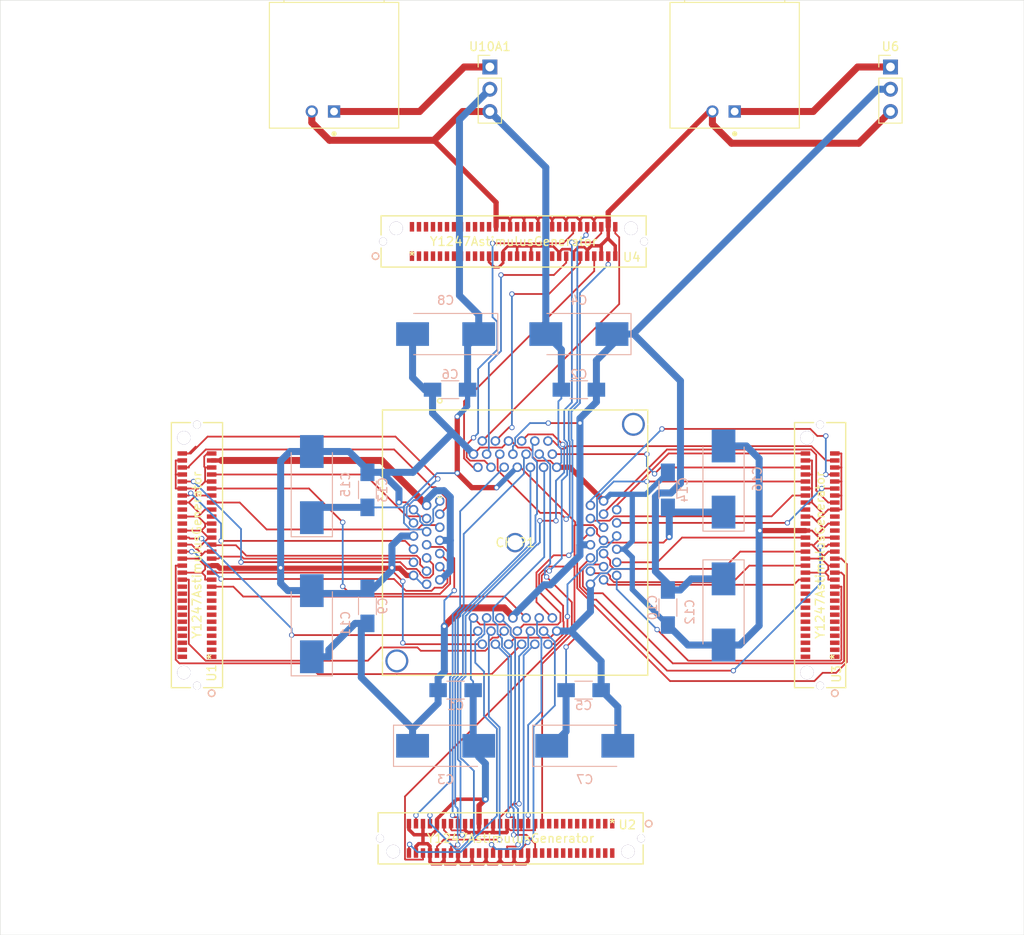
<source format=kicad_pcb>
(kicad_pcb (version 20171130) (host pcbnew "(5.1.6)-1")
  (layers (0 F.Cu signal hide) (31 B.Cu signal hide) (34 B.Paste user) (35 F.Paste user) (36 B.SilkS user) (37 F.SilkS user) (38 B.Mask user) (39 F.Mask user) (44 Edge.Cuts user))
  (net 0 "")
  (net 1 VDD_IO)
  (net 2 VSSQ)
  (net 3 VDD_core)
  (net 4 "Net-(J1-Pad1)")
  (net 5 "Net-(J2-Pad1)")
  (net 6 "Net-(U1-Pad1)")
  (net 7 "Net-(U1-Pad2)")
  (net 8 "Net-(U1-Pad3)")
  (net 9 "Net-(U1-Pad4)")
  (net 10 "Net-(U1-Pad5)")
  (net 11 "Net-(U1-Pad6)")
  (net 12 "Net-(U1-Pad7)")
  (net 13 "Net-(U1-Pad8)")
  (net 14 "Net-(U1-Pad9)")
  (net 15 "Net-(U1-Pad10)")
  (net 16 "Net-(U1-Pad11)")
  (net 17 "Net-(U1-Pad12)")
  (net 18 "Net-(U1-Pad13)")
  (net 19 "Net-(U1-Pad14)")
  (net 20 "Net-(U1-Pad15)")
  (net 21 "Net-(U1-Pad16)")
  (net 22 "Net-(U1-Pad17)")
  (net 23 "Net-(U1-Pad18)")
  (net 24 "Net-(U1-Pad19)")
  (net 25 "Net-(U1-Pad20)")
  (net 26 I_SI)
  (net 27 "Net-(U1-Pad22)")
  (net 28 O_SO)
  (net 29 I_scanEn)
  (net 30 I_SCLK)
  (net 31 I_SEL1)
  (net 32 I_SEL0)
  (net 33 I_enable)
  (net 34 I_testmode)
  (net 35 "Net-(U1-Pad37)")
  (net 36 "Net-(U1-Pad40)")
  (net 37 "Net-(U1-Pad41)")
  (net 38 "Net-(U1-Pad44)")
  (net 39 I_FCLK)
  (net 40 I_SEL4)
  (net 41 I_SEL3)
  (net 42 I_SEL2)
  (net 43 I_DIN)
  (net 44 O_DOUT)
  (net 45 VDDQ)
  (net 46 I_PGM)
  (net 47 O_outData0)
  (net 48 I_reset)
  (net 49 I_clk)
  (net 50 I_inData0)
  (net 51 O_outData1)
  (net 52 I_inData3)
  (net 53 I_inData2)
  (net 54 I_inData1)
  (net 55 "Net-(U2-Pad44)")
  (net 56 "Net-(U2-Pad41)")
  (net 57 "Net-(U2-Pad40)")
  (net 58 "Net-(U2-Pad37)")
  (net 59 O_outData5)
  (net 60 O_outData4)
  (net 61 O_outData3)
  (net 62 O_outData2)
  (net 63 O_outData7)
  (net 64 O_outData6)
  (net 65 B_inData_bi1)
  (net 66 "Net-(U2-Pad22)")
  (net 67 B_inData_bi0)
  (net 68 "Net-(U2-Pad20)")
  (net 69 "Net-(U2-Pad19)")
  (net 70 "Net-(U2-Pad18)")
  (net 71 "Net-(U2-Pad17)")
  (net 72 "Net-(U2-Pad16)")
  (net 73 "Net-(U2-Pad15)")
  (net 74 "Net-(U2-Pad14)")
  (net 75 "Net-(U2-Pad13)")
  (net 76 "Net-(U2-Pad12)")
  (net 77 "Net-(U2-Pad11)")
  (net 78 "Net-(U2-Pad10)")
  (net 79 "Net-(U2-Pad9)")
  (net 80 "Net-(U2-Pad8)")
  (net 81 "Net-(U2-Pad7)")
  (net 82 "Net-(U2-Pad6)")
  (net 83 "Net-(U2-Pad5)")
  (net 84 "Net-(U2-Pad4)")
  (net 85 "Net-(U2-Pad3)")
  (net 86 "Net-(U2-Pad2)")
  (net 87 "Net-(U2-Pad1)")
  (net 88 "Net-(U3-Pad1)")
  (net 89 "Net-(U3-Pad2)")
  (net 90 "Net-(U3-Pad3)")
  (net 91 "Net-(U3-Pad4)")
  (net 92 "Net-(U3-Pad5)")
  (net 93 "Net-(U3-Pad6)")
  (net 94 "Net-(U3-Pad7)")
  (net 95 "Net-(U3-Pad8)")
  (net 96 "Net-(U3-Pad9)")
  (net 97 "Net-(U3-Pad10)")
  (net 98 "Net-(U3-Pad11)")
  (net 99 "Net-(U3-Pad12)")
  (net 100 "Net-(U3-Pad13)")
  (net 101 "Net-(U3-Pad14)")
  (net 102 "Net-(U3-Pad15)")
  (net 103 "Net-(U3-Pad16)")
  (net 104 "Net-(U3-Pad17)")
  (net 105 "Net-(U3-Pad18)")
  (net 106 "Net-(U3-Pad19)")
  (net 107 "Net-(U3-Pad20)")
  (net 108 B_outData_bi4)
  (net 109 "Net-(U3-Pad22)")
  (net 110 B_outData_bi5)
  (net 111 B_outData_bi2)
  (net 112 B_outData_bi3)
  (net 113 B_inData_bi10)
  (net 114 B_inData_bi11)
  (net 115 B_outData_bi0)
  (net 116 B_outData_bi1)
  (net 117 "Net-(U3-Pad37)")
  (net 118 "Net-(U3-Pad40)")
  (net 119 "Net-(U3-Pad41)")
  (net 120 "Net-(U3-Pad44)")
  (net 121 B_inData_bi6)
  (net 122 B_inData_bi7)
  (net 123 B_inData_bi8)
  (net 124 B_inData_bi9)
  (net 125 B_inData_bi4)
  (net 126 B_inData_bi3)
  (net 127 B_inData_bi2)
  (net 128 B_inData_bi5)
  (net 129 I_address1)
  (net 130 B_outData_bi6)
  (net 131 B_outData_bi7)
  (net 132 I_address0)
  (net 133 I_address5)
  (net 134 I_address4)
  (net 135 I_address3)
  (net 136 I_address2)
  (net 137 "Net-(U4-Pad44)")
  (net 138 "Net-(U4-Pad41)")
  (net 139 "Net-(U4-Pad40)")
  (net 140 "Net-(U4-Pad37)")
  (net 141 "Net-(U4-Pad36)")
  (net 142 "Net-(U4-Pad33)")
  (net 143 "Net-(U4-Pad32)")
  (net 144 "Net-(U4-Pad29)")
  (net 145 "Net-(U4-Pad28)")
  (net 146 "Net-(U4-Pad25)")
  (net 147 "Net-(U4-Pad24)")
  (net 148 "Net-(U4-Pad22)")
  (net 149 "Net-(U4-Pad21)")
  (net 150 "Net-(U4-Pad20)")
  (net 151 "Net-(U4-Pad19)")
  (net 152 "Net-(U4-Pad18)")
  (net 153 "Net-(U4-Pad17)")
  (net 154 "Net-(U4-Pad16)")
  (net 155 "Net-(U4-Pad15)")
  (net 156 "Net-(U4-Pad14)")
  (net 157 "Net-(U4-Pad13)")
  (net 158 "Net-(U4-Pad12)")
  (net 159 "Net-(U4-Pad11)")
  (net 160 "Net-(U4-Pad10)")
  (net 161 "Net-(U4-Pad9)")
  (net 162 "Net-(U4-Pad8)")
  (net 163 "Net-(U4-Pad7)")
  (net 164 "Net-(U4-Pad6)")
  (net 165 "Net-(U4-Pad5)")
  (net 166 "Net-(U4-Pad4)")
  (net 167 "Net-(U4-Pad3)")
  (net 168 "Net-(U4-Pad2)")
  (net 169 "Net-(U4-Pad1)")
  (module Y1247AstimulusGenerator:ERF8-030-05.0-L-DV-L-TR (layer F.Cu) (at 90.17 139.7)
    (fp_text reference U2 (at 1.7145 0.127) (layer F.SilkS))
    (fp_text value Y1247AstimulusGenerator (at -11.60145 1.6764) (layer F.SilkS))
    (fp_text user * (at 0 0) (layer F.SilkS))
    (pad 1 smd rect (at 0 0) (size 0.50038 1.0922) (layers F.Cu F.Paste F.Mask) (net 87 "Net-(U2-Pad1)"))
    (pad 2 smd rect (at 0 3.3528) (size 0.50038 1.0922) (layers F.Cu F.Paste F.Mask) (net 86 "Net-(U2-Pad2)"))
    (pad 3 smd rect (at -0.8001 0) (size 0.50038 1.0922) (layers F.Cu F.Paste F.Mask) (net 85 "Net-(U2-Pad3)"))
    (pad 4 smd rect (at -0.8001 3.3528) (size 0.50038 1.0922) (layers F.Cu F.Paste F.Mask) (net 84 "Net-(U2-Pad4)"))
    (pad 5 smd rect (at -1.6002 0) (size 0.50038 1.0922) (layers F.Cu F.Paste F.Mask) (net 83 "Net-(U2-Pad5)"))
    (pad 6 smd rect (at -1.6002 3.3528) (size 0.50038 1.0922) (layers F.Cu F.Paste F.Mask) (net 82 "Net-(U2-Pad6)"))
    (pad 7 smd rect (at -2.4003 0) (size 0.50038 1.0922) (layers F.Cu F.Paste F.Mask) (net 81 "Net-(U2-Pad7)"))
    (pad 8 smd rect (at -2.4003 3.3528) (size 0.50038 1.0922) (layers F.Cu F.Paste F.Mask) (net 80 "Net-(U2-Pad8)"))
    (pad 9 smd rect (at -3.2004 0) (size 0.50038 1.0922) (layers F.Cu F.Paste F.Mask) (net 79 "Net-(U2-Pad9)"))
    (pad 10 smd rect (at -3.2004 3.3528) (size 0.50038 1.0922) (layers F.Cu F.Paste F.Mask) (net 78 "Net-(U2-Pad10)"))
    (pad 11 smd rect (at -4.0005 0) (size 0.50038 1.0922) (layers F.Cu F.Paste F.Mask) (net 77 "Net-(U2-Pad11)"))
    (pad 12 smd rect (at -4.0005 3.3528) (size 0.50038 1.0922) (layers F.Cu F.Paste F.Mask) (net 76 "Net-(U2-Pad12)"))
    (pad 13 smd rect (at -4.8006 0) (size 0.50038 1.0922) (layers F.Cu F.Paste F.Mask) (net 75 "Net-(U2-Pad13)"))
    (pad 14 smd rect (at -4.8006 3.3528) (size 0.50038 1.0922) (layers F.Cu F.Paste F.Mask) (net 74 "Net-(U2-Pad14)"))
    (pad 15 smd rect (at -5.6007 0) (size 0.50038 1.0922) (layers F.Cu F.Paste F.Mask) (net 73 "Net-(U2-Pad15)"))
    (pad 16 smd rect (at -5.6007 3.3528) (size 0.50038 1.0922) (layers F.Cu F.Paste F.Mask) (net 72 "Net-(U2-Pad16)"))
    (pad 17 smd rect (at -6.4008 0) (size 0.50038 1.0922) (layers F.Cu F.Paste F.Mask) (net 71 "Net-(U2-Pad17)"))
    (pad 18 smd rect (at -6.4008 3.3528) (size 0.50038 1.0922) (layers F.Cu F.Paste F.Mask) (net 70 "Net-(U2-Pad18)"))
    (pad 19 smd rect (at -7.2009 0) (size 0.50038 1.0922) (layers F.Cu F.Paste F.Mask) (net 69 "Net-(U2-Pad19)"))
    (pad 20 smd rect (at -7.2009 3.3528) (size 0.50038 1.0922) (layers F.Cu F.Paste F.Mask) (net 68 "Net-(U2-Pad20)"))
    (pad 21 smd rect (at -8.001 0) (size 0.50038 1.0922) (layers F.Cu F.Paste F.Mask) (net 67 B_inData_bi0))
    (pad 22 smd rect (at -8.001 3.3528) (size 0.50038 1.0922) (layers F.Cu F.Paste F.Mask) (net 66 "Net-(U2-Pad22)"))
    (pad 23 smd rect (at -8.8011 0) (size 0.50038 1.0922) (layers F.Cu F.Paste F.Mask) (net 2 VSSQ))
    (pad 24 smd rect (at -8.8011 3.3528) (size 0.50038 1.0922) (layers F.Cu F.Paste F.Mask) (net 65 B_inData_bi1))
    (pad 25 smd rect (at -9.6012 0) (size 0.50038 1.0922) (layers F.Cu F.Paste F.Mask) (net 64 O_outData6))
    (pad 26 smd rect (at -9.6012 3.3528) (size 0.50038 1.0922) (layers F.Cu F.Paste F.Mask) (net 2 VSSQ))
    (pad 27 smd rect (at -10.4013 0) (size 0.50038 1.0922) (layers F.Cu F.Paste F.Mask) (net 2 VSSQ))
    (pad 28 smd rect (at -10.4013 3.3528) (size 0.50038 1.0922) (layers F.Cu F.Paste F.Mask) (net 63 O_outData7))
    (pad 29 smd rect (at -11.2014 0) (size 0.50038 1.0922) (layers F.Cu F.Paste F.Mask) (net 62 O_outData2))
    (pad 30 smd rect (at -11.2014 3.3528) (size 0.50038 1.0922) (layers F.Cu F.Paste F.Mask) (net 2 VSSQ))
    (pad 31 smd rect (at -12.0015 0) (size 0.50038 1.0922) (layers F.Cu F.Paste F.Mask) (net 2 VSSQ))
    (pad 32 smd rect (at -12.0015 3.3528) (size 0.50038 1.0922) (layers F.Cu F.Paste F.Mask) (net 61 O_outData3))
    (pad 33 smd rect (at -12.8016 0) (size 0.50038 1.0922) (layers F.Cu F.Paste F.Mask) (net 60 O_outData4))
    (pad 34 smd rect (at -12.8016 3.3528) (size 0.50038 1.0922) (layers F.Cu F.Paste F.Mask) (net 2 VSSQ))
    (pad 35 smd rect (at -13.6017 0) (size 0.50038 1.0922) (layers F.Cu F.Paste F.Mask) (net 2 VSSQ))
    (pad 36 smd rect (at -13.6017 3.3528) (size 0.50038 1.0922) (layers F.Cu F.Paste F.Mask) (net 59 O_outData5))
    (pad 37 smd rect (at -14.4018 0) (size 0.50038 1.0922) (layers F.Cu F.Paste F.Mask) (net 58 "Net-(U2-Pad37)"))
    (pad 38 smd rect (at -14.4018 3.3528) (size 0.50038 1.0922) (layers F.Cu F.Paste F.Mask) (net 2 VSSQ))
    (pad 39 smd rect (at -15.2019 0) (size 0.50038 1.0922) (layers F.Cu F.Paste F.Mask) (net 2 VSSQ))
    (pad 40 smd rect (at -15.2019 3.3528) (size 0.50038 1.0922) (layers F.Cu F.Paste F.Mask) (net 57 "Net-(U2-Pad40)"))
    (pad 41 smd rect (at -16.002 0) (size 0.50038 1.0922) (layers F.Cu F.Paste F.Mask) (net 56 "Net-(U2-Pad41)"))
    (pad 42 smd rect (at -16.002 3.3528) (size 0.50038 1.0922) (layers F.Cu F.Paste F.Mask) (net 2 VSSQ))
    (pad 43 smd rect (at -16.8021 0) (size 0.50038 1.0922) (layers F.Cu F.Paste F.Mask) (net 2 VSSQ))
    (pad 44 smd rect (at -16.8021 3.3528) (size 0.50038 1.0922) (layers F.Cu F.Paste F.Mask) (net 55 "Net-(U2-Pad44)"))
    (pad 45 smd rect (at -17.6022 0) (size 0.50038 1.0922) (layers F.Cu F.Paste F.Mask) (net 54 I_inData1))
    (pad 46 smd rect (at -17.6022 3.3528) (size 0.50038 1.0922) (layers F.Cu F.Paste F.Mask) (net 2 VSSQ))
    (pad 47 smd rect (at -18.4023 0) (size 0.50038 1.0922) (layers F.Cu F.Paste F.Mask) (net 2 VSSQ))
    (pad 48 smd rect (at -18.4023 3.3528) (size 0.50038 1.0922) (layers F.Cu F.Paste F.Mask) (net 53 I_inData2))
    (pad 49 smd rect (at -19.2024 0) (size 0.50038 1.0922) (layers F.Cu F.Paste F.Mask) (net 52 I_inData3))
    (pad 50 smd rect (at -19.2024 3.3528) (size 0.50038 1.0922) (layers F.Cu F.Paste F.Mask) (net 2 VSSQ))
    (pad 51 smd rect (at -20.0025 0) (size 0.50038 1.0922) (layers F.Cu F.Paste F.Mask) (net 2 VSSQ))
    (pad 52 smd rect (at -20.0025 3.3528) (size 0.50038 1.0922) (layers F.Cu F.Paste F.Mask) (net 51 O_outData1))
    (pad 53 smd rect (at -20.8026 0) (size 0.50038 1.0922) (layers F.Cu F.Paste F.Mask) (net 50 I_inData0))
    (pad 54 smd rect (at -20.8026 3.3528) (size 0.50038 1.0922) (layers F.Cu F.Paste F.Mask) (net 2 VSSQ))
    (pad 55 smd rect (at -21.6027 0) (size 0.50038 1.0922) (layers F.Cu F.Paste F.Mask) (net 2 VSSQ))
    (pad 56 smd rect (at -21.6027 3.3528) (size 0.50038 1.0922) (layers F.Cu F.Paste F.Mask) (net 49 I_clk))
    (pad 57 smd rect (at -22.4028 0) (size 0.50038 1.0922) (layers F.Cu F.Paste F.Mask) (net 48 I_reset))
    (pad 58 smd rect (at -22.4028 3.3528) (size 0.50038 1.0922) (layers F.Cu F.Paste F.Mask) (net 2 VSSQ))
    (pad 59 smd rect (at -23.2029 0) (size 0.50038 1.0922) (layers F.Cu F.Paste F.Mask) (net 2 VSSQ))
    (pad 60 smd rect (at -23.2029 3.3528) (size 0.50038 1.0922) (layers F.Cu F.Paste F.Mask) (net 47 O_outData0))
    (pad 61 thru_hole circle (at -24.99995 3.175 90) (size 1.524 1.524) (drill 1.524) (layers *.Cu *.Mask))
    (pad 62 thru_hole circle (at 1.79705 3.175 90) (size 1.524 1.524) (drill 1.524) (layers *.Cu *.Mask))
    (pad 63 thru_hole circle (at -26.49855 1.6764 90) (size 0.889 0.889) (drill 0.889) (layers *.Cu *.Mask))
    (pad 64 thru_hole circle (at 3.29565 1.6764 90) (size 0.889 0.889) (drill 0.889) (layers *.Cu *.Mask))
  )
  (module Pin_Headers:Pin_Header_Straight_1x03_Pitch2.54mm (layer F.Cu) (at 76.2 53.34)
    (fp_text reference U10A1 (at 0 -2.33) (layer F.SilkS))
    (fp_text value 3pinSwitchCustom)
    (pad 3 thru_hole oval (at 0 5.08) (size 1.7 1.7) (drill 1) (layers *.Cu *.Mask) (net 2 VSSQ))
    (pad 2 thru_hole oval (at 0 2.54) (size 1.7 1.7) (drill 1) (layers *.Cu *.Mask) (net 3 VDD_core))
    (pad 1 thru_hole rect (at 0 0) (size 1.7 1.7) (drill 1) (layers *.Cu *.Mask) (net 5 "Net-(J2-Pad1)"))
  )
  (module Y1247AstimulusGenerator:ERF8-030-05.0-L-DV-L-TR (layer F.Cu) (at 67.31 74.93 180)
    (fp_text reference U4 (at -25.0825 -0.127) (layer F.SilkS))
    (fp_text value Y1247AstimulusGenerator (at -11.60145 1.6764) (layer F.SilkS))
    (fp_text user * (at 0 0) (layer F.SilkS))
    (pad 64 thru_hole circle (at 3.29565 1.6764 270) (size 0.889 0.889) (drill 0.889) (layers *.Cu *.Mask))
    (pad 63 thru_hole circle (at -26.49855 1.6764 270) (size 0.889 0.889) (drill 0.889) (layers *.Cu *.Mask))
    (pad 62 thru_hole circle (at 1.79705 3.175 270) (size 1.524 1.524) (drill 1.524) (layers *.Cu *.Mask))
    (pad 61 thru_hole circle (at -24.99995 3.175 270) (size 1.524 1.524) (drill 1.524) (layers *.Cu *.Mask))
    (pad 60 smd rect (at -23.2029 3.3528 180) (size 0.50038 1.0922) (layers F.Cu F.Paste F.Mask) (net 129 I_address1))
    (pad 59 smd rect (at -23.2029 0 180) (size 0.50038 1.0922) (layers F.Cu F.Paste F.Mask) (net 2 VSSQ))
    (pad 58 smd rect (at -22.4028 3.3528 180) (size 0.50038 1.0922) (layers F.Cu F.Paste F.Mask) (net 2 VSSQ))
    (pad 57 smd rect (at -22.4028 0 180) (size 0.50038 1.0922) (layers F.Cu F.Paste F.Mask) (net 130 B_outData_bi6))
    (pad 56 smd rect (at -21.6027 3.3528 180) (size 0.50038 1.0922) (layers F.Cu F.Paste F.Mask) (net 131 B_outData_bi7))
    (pad 55 smd rect (at -21.6027 0 180) (size 0.50038 1.0922) (layers F.Cu F.Paste F.Mask) (net 2 VSSQ))
    (pad 54 smd rect (at -20.8026 3.3528 180) (size 0.50038 1.0922) (layers F.Cu F.Paste F.Mask) (net 2 VSSQ))
    (pad 53 smd rect (at -20.8026 0 180) (size 0.50038 1.0922) (layers F.Cu F.Paste F.Mask) (net 132 I_address0))
    (pad 52 smd rect (at -20.0025 3.3528 180) (size 0.50038 1.0922) (layers F.Cu F.Paste F.Mask) (net 133 I_address5))
    (pad 51 smd rect (at -20.0025 0 180) (size 0.50038 1.0922) (layers F.Cu F.Paste F.Mask) (net 2 VSSQ))
    (pad 50 smd rect (at -19.2024 3.3528 180) (size 0.50038 1.0922) (layers F.Cu F.Paste F.Mask) (net 2 VSSQ))
    (pad 49 smd rect (at -19.2024 0 180) (size 0.50038 1.0922) (layers F.Cu F.Paste F.Mask) (net 134 I_address4))
    (pad 48 smd rect (at -18.4023 3.3528 180) (size 0.50038 1.0922) (layers F.Cu F.Paste F.Mask) (net 135 I_address3))
    (pad 47 smd rect (at -18.4023 0 180) (size 0.50038 1.0922) (layers F.Cu F.Paste F.Mask) (net 2 VSSQ))
    (pad 46 smd rect (at -17.6022 3.3528 180) (size 0.50038 1.0922) (layers F.Cu F.Paste F.Mask) (net 2 VSSQ))
    (pad 45 smd rect (at -17.6022 0 180) (size 0.50038 1.0922) (layers F.Cu F.Paste F.Mask) (net 136 I_address2))
    (pad 44 smd rect (at -16.8021 3.3528 180) (size 0.50038 1.0922) (layers F.Cu F.Paste F.Mask) (net 137 "Net-(U4-Pad44)"))
    (pad 43 smd rect (at -16.8021 0 180) (size 0.50038 1.0922) (layers F.Cu F.Paste F.Mask) (net 2 VSSQ))
    (pad 42 smd rect (at -16.002 3.3528 180) (size 0.50038 1.0922) (layers F.Cu F.Paste F.Mask) (net 2 VSSQ))
    (pad 41 smd rect (at -16.002 0 180) (size 0.50038 1.0922) (layers F.Cu F.Paste F.Mask) (net 138 "Net-(U4-Pad41)"))
    (pad 40 smd rect (at -15.2019 3.3528 180) (size 0.50038 1.0922) (layers F.Cu F.Paste F.Mask) (net 139 "Net-(U4-Pad40)"))
    (pad 39 smd rect (at -15.2019 0 180) (size 0.50038 1.0922) (layers F.Cu F.Paste F.Mask) (net 2 VSSQ))
    (pad 38 smd rect (at -14.4018 3.3528 180) (size 0.50038 1.0922) (layers F.Cu F.Paste F.Mask) (net 2 VSSQ))
    (pad 37 smd rect (at -14.4018 0 180) (size 0.50038 1.0922) (layers F.Cu F.Paste F.Mask) (net 140 "Net-(U4-Pad37)"))
    (pad 36 smd rect (at -13.6017 3.3528 180) (size 0.50038 1.0922) (layers F.Cu F.Paste F.Mask) (net 141 "Net-(U4-Pad36)"))
    (pad 35 smd rect (at -13.6017 0 180) (size 0.50038 1.0922) (layers F.Cu F.Paste F.Mask) (net 2 VSSQ))
    (pad 34 smd rect (at -12.8016 3.3528 180) (size 0.50038 1.0922) (layers F.Cu F.Paste F.Mask) (net 2 VSSQ))
    (pad 33 smd rect (at -12.8016 0 180) (size 0.50038 1.0922) (layers F.Cu F.Paste F.Mask) (net 142 "Net-(U4-Pad33)"))
    (pad 32 smd rect (at -12.0015 3.3528 180) (size 0.50038 1.0922) (layers F.Cu F.Paste F.Mask) (net 143 "Net-(U4-Pad32)"))
    (pad 31 smd rect (at -12.0015 0 180) (size 0.50038 1.0922) (layers F.Cu F.Paste F.Mask) (net 2 VSSQ))
    (pad 30 smd rect (at -11.2014 3.3528 180) (size 0.50038 1.0922) (layers F.Cu F.Paste F.Mask) (net 2 VSSQ))
    (pad 29 smd rect (at -11.2014 0 180) (size 0.50038 1.0922) (layers F.Cu F.Paste F.Mask) (net 144 "Net-(U4-Pad29)"))
    (pad 28 smd rect (at -10.4013 3.3528 180) (size 0.50038 1.0922) (layers F.Cu F.Paste F.Mask) (net 145 "Net-(U4-Pad28)"))
    (pad 27 smd rect (at -10.4013 0 180) (size 0.50038 1.0922) (layers F.Cu F.Paste F.Mask) (net 2 VSSQ))
    (pad 26 smd rect (at -9.6012 3.3528 180) (size 0.50038 1.0922) (layers F.Cu F.Paste F.Mask) (net 2 VSSQ))
    (pad 25 smd rect (at -9.6012 0 180) (size 0.50038 1.0922) (layers F.Cu F.Paste F.Mask) (net 146 "Net-(U4-Pad25)"))
    (pad 24 smd rect (at -8.8011 3.3528 180) (size 0.50038 1.0922) (layers F.Cu F.Paste F.Mask) (net 147 "Net-(U4-Pad24)"))
    (pad 23 smd rect (at -8.8011 0 180) (size 0.50038 1.0922) (layers F.Cu F.Paste F.Mask) (net 2 VSSQ))
    (pad 22 smd rect (at -8.001 3.3528 180) (size 0.50038 1.0922) (layers F.Cu F.Paste F.Mask) (net 148 "Net-(U4-Pad22)"))
    (pad 21 smd rect (at -8.001 0 180) (size 0.50038 1.0922) (layers F.Cu F.Paste F.Mask) (net 149 "Net-(U4-Pad21)"))
    (pad 20 smd rect (at -7.2009 3.3528 180) (size 0.50038 1.0922) (layers F.Cu F.Paste F.Mask) (net 150 "Net-(U4-Pad20)"))
    (pad 19 smd rect (at -7.2009 0 180) (size 0.50038 1.0922) (layers F.Cu F.Paste F.Mask) (net 151 "Net-(U4-Pad19)"))
    (pad 18 smd rect (at -6.4008 3.3528 180) (size 0.50038 1.0922) (layers F.Cu F.Paste F.Mask) (net 152 "Net-(U4-Pad18)"))
    (pad 17 smd rect (at -6.4008 0 180) (size 0.50038 1.0922) (layers F.Cu F.Paste F.Mask) (net 153 "Net-(U4-Pad17)"))
    (pad 16 smd rect (at -5.6007 3.3528 180) (size 0.50038 1.0922) (layers F.Cu F.Paste F.Mask) (net 154 "Net-(U4-Pad16)"))
    (pad 15 smd rect (at -5.6007 0 180) (size 0.50038 1.0922) (layers F.Cu F.Paste F.Mask) (net 155 "Net-(U4-Pad15)"))
    (pad 14 smd rect (at -4.8006 3.3528 180) (size 0.50038 1.0922) (layers F.Cu F.Paste F.Mask) (net 156 "Net-(U4-Pad14)"))
    (pad 13 smd rect (at -4.8006 0 180) (size 0.50038 1.0922) (layers F.Cu F.Paste F.Mask) (net 157 "Net-(U4-Pad13)"))
    (pad 12 smd rect (at -4.0005 3.3528 180) (size 0.50038 1.0922) (layers F.Cu F.Paste F.Mask) (net 158 "Net-(U4-Pad12)"))
    (pad 11 smd rect (at -4.0005 0 180) (size 0.50038 1.0922) (layers F.Cu F.Paste F.Mask) (net 159 "Net-(U4-Pad11)"))
    (pad 10 smd rect (at -3.2004 3.3528 180) (size 0.50038 1.0922) (layers F.Cu F.Paste F.Mask) (net 160 "Net-(U4-Pad10)"))
    (pad 9 smd rect (at -3.2004 0 180) (size 0.50038 1.0922) (layers F.Cu F.Paste F.Mask) (net 161 "Net-(U4-Pad9)"))
    (pad 8 smd rect (at -2.4003 3.3528 180) (size 0.50038 1.0922) (layers F.Cu F.Paste F.Mask) (net 162 "Net-(U4-Pad8)"))
    (pad 7 smd rect (at -2.4003 0 180) (size 0.50038 1.0922) (layers F.Cu F.Paste F.Mask) (net 163 "Net-(U4-Pad7)"))
    (pad 6 smd rect (at -1.6002 3.3528 180) (size 0.50038 1.0922) (layers F.Cu F.Paste F.Mask) (net 164 "Net-(U4-Pad6)"))
    (pad 5 smd rect (at -1.6002 0 180) (size 0.50038 1.0922) (layers F.Cu F.Paste F.Mask) (net 165 "Net-(U4-Pad5)"))
    (pad 4 smd rect (at -0.8001 3.3528 180) (size 0.50038 1.0922) (layers F.Cu F.Paste F.Mask) (net 166 "Net-(U4-Pad4)"))
    (pad 3 smd rect (at -0.8001 0 180) (size 0.50038 1.0922) (layers F.Cu F.Paste F.Mask) (net 167 "Net-(U4-Pad3)"))
    (pad 2 smd rect (at 0 3.3528 180) (size 0.50038 1.0922) (layers F.Cu F.Paste F.Mask) (net 168 "Net-(U4-Pad2)"))
    (pad 1 smd rect (at 0 0 180) (size 0.50038 1.0922) (layers F.Cu F.Paste F.Mask) (net 169 "Net-(U4-Pad1)"))
  )
  (module Capacitors_SMD:C_1206_HandSoldering (layer B.Cu) (at 72.295 124.46)
    (fp_text reference C1 (at 0 1.75) (layer B.SilkS) (effects (justify mirror)))
    (fp_text value 10uF)
    (pad 1 smd rect (at -2 0) (size 2 1.6) (layers B.Cu B.Paste B.Mask) (net 1 VDD_IO))
    (pad 2 smd rect (at 2 0) (size 2 1.6) (layers B.Cu B.Paste B.Mask) (net 2 VSSQ))
  )
  (module Capacitors_SMD:C_1206_HandSoldering (layer B.Cu) (at 86.36 90.17 180)
    (fp_text reference C2 (at 0 1.75) (layer B.SilkS) (effects (justify mirror)))
    (fp_text value 10uF)
    (pad 1 smd rect (at -2 0 180) (size 2 1.6) (layers B.Cu B.Paste B.Mask) (net 1 VDD_IO))
    (pad 2 smd rect (at 2 0 180) (size 2 1.6) (layers B.Cu B.Paste B.Mask) (net 2 VSSQ))
  )
  (module Capacitors_Tantalum_SMD:CP_Tantalum_Case-X_EIA-7343-43_Hand (layer B.Cu) (at 71.155 130.81)
    (fp_text reference C3 (at 0 3.85) (layer B.SilkS) (effects (justify mirror)))
    (fp_text value 100uF)
    (pad 2 smd rect (at 3.775 0) (size 3.75 2.7) (layers B.Cu B.Paste B.Mask) (net 2 VSSQ))
    (pad 1 smd rect (at -3.775 0) (size 3.75 2.7) (layers B.Cu B.Paste B.Mask) (net 1 VDD_IO))
  )
  (module Capacitors_Tantalum_SMD:CP_Tantalum_Case-X_EIA-7343-43_Hand (layer B.Cu) (at 86.36 83.82 180)
    (fp_text reference C4 (at 0 3.85) (layer B.SilkS) (effects (justify mirror)))
    (fp_text value 100uF)
    (pad 2 smd rect (at 3.775 0 180) (size 3.75 2.7) (layers B.Cu B.Paste B.Mask) (net 2 VSSQ))
    (pad 1 smd rect (at -3.775 0 180) (size 3.75 2.7) (layers B.Cu B.Paste B.Mask) (net 1 VDD_IO))
  )
  (module Capacitors_SMD:C_1206_HandSoldering (layer B.Cu) (at 86.9 124.46)
    (fp_text reference C5 (at 0 1.75) (layer B.SilkS) (effects (justify mirror)))
    (fp_text value 10uF)
    (pad 2 smd rect (at 2 0) (size 2 1.6) (layers B.Cu B.Paste B.Mask) (net 2 VSSQ))
    (pad 1 smd rect (at -2 0) (size 2 1.6) (layers B.Cu B.Paste B.Mask) (net 3 VDD_core))
  )
  (module Capacitors_SMD:C_1206_HandSoldering (layer B.Cu) (at 71.66 90.17 180)
    (fp_text reference C6 (at 0 1.75) (layer B.SilkS) (effects (justify mirror)))
    (fp_text value 10uF)
    (pad 2 smd rect (at 2 0 180) (size 2 1.6) (layers B.Cu B.Paste B.Mask) (net 2 VSSQ))
    (pad 1 smd rect (at -2 0 180) (size 2 1.6) (layers B.Cu B.Paste B.Mask) (net 3 VDD_core))
  )
  (module Capacitors_Tantalum_SMD:CP_Tantalum_Case-X_EIA-7343-43_Hand (layer B.Cu) (at 87.03 130.81)
    (fp_text reference C7 (at 0 3.85) (layer B.SilkS) (effects (justify mirror)))
    (fp_text value 100uF)
    (pad 1 smd rect (at -3.775 0) (size 3.75 2.7) (layers B.Cu B.Paste B.Mask) (net 3 VDD_core))
    (pad 2 smd rect (at 3.775 0) (size 3.75 2.7) (layers B.Cu B.Paste B.Mask) (net 2 VSSQ))
  )
  (module Capacitors_Tantalum_SMD:CP_Tantalum_Case-X_EIA-7343-43_Hand (layer B.Cu) (at 71.155 83.82 180)
    (fp_text reference C8 (at 0 3.85) (layer B.SilkS) (effects (justify mirror)))
    (fp_text value 100uF)
    (pad 1 smd rect (at -3.775 0 180) (size 3.75 2.7) (layers B.Cu B.Paste B.Mask) (net 3 VDD_core))
    (pad 2 smd rect (at 3.775 0 180) (size 3.75 2.7) (layers B.Cu B.Paste B.Mask) (net 2 VSSQ))
  )
  (module Capacitors_SMD:C_1206_HandSoldering (layer B.Cu) (at 62.23 114.84 90)
    (fp_text reference C9 (at 0 1.75 270) (layer B.SilkS) (effects (justify mirror)))
    (fp_text value 10uF)
    (pad 1 smd rect (at -2 0 90) (size 2 1.6) (layers B.Cu B.Paste B.Mask) (net 1 VDD_IO))
    (pad 2 smd rect (at 2 0 90) (size 2 1.6) (layers B.Cu B.Paste B.Mask) (net 2 VSSQ))
  )
  (module Capacitors_SMD:C_1206_HandSoldering (layer B.Cu) (at 96.52 115.03 270)
    (fp_text reference C10 (at 0 1.75 270) (layer B.SilkS) (effects (justify mirror)))
    (fp_text value 10uF)
    (pad 2 smd rect (at 2 0 270) (size 2 1.6) (layers B.Cu B.Paste B.Mask) (net 2 VSSQ))
    (pad 1 smd rect (at -2 0 270) (size 2 1.6) (layers B.Cu B.Paste B.Mask) (net 1 VDD_IO))
  )
  (module Capacitors_Tantalum_SMD:CP_Tantalum_Case-X_EIA-7343-43_Hand (layer B.Cu) (at 55.88 116.875 90)
    (fp_text reference C11 (at 0 3.85 270) (layer B.SilkS) (effects (justify mirror)))
    (fp_text value 100uF)
    (pad 2 smd rect (at 3.775 0 90) (size 3.75 2.7) (layers B.Cu B.Paste B.Mask) (net 2 VSSQ))
    (pad 1 smd rect (at -3.775 0 90) (size 3.75 2.7) (layers B.Cu B.Paste B.Mask) (net 1 VDD_IO))
  )
  (module Capacitors_Tantalum_SMD:CP_Tantalum_Case-X_EIA-7343-43_Hand (layer B.Cu) (at 102.87 115.535 270)
    (fp_text reference C12 (at 0 3.85 270) (layer B.SilkS) (effects (justify mirror)))
    (fp_text value 100uF)
    (pad 1 smd rect (at -3.775 0 270) (size 3.75 2.7) (layers B.Cu B.Paste B.Mask) (net 1 VDD_IO))
    (pad 2 smd rect (at 3.775 0 270) (size 3.75 2.7) (layers B.Cu B.Paste B.Mask) (net 2 VSSQ))
  )
  (module Capacitors_SMD:C_1206_HandSoldering (layer B.Cu) (at 62.23 101.6 90)
    (fp_text reference C13 (at 0 1.75 270) (layer B.SilkS) (effects (justify mirror)))
    (fp_text value 10uF)
    (pad 2 smd rect (at 2 0 90) (size 2 1.6) (layers B.Cu B.Paste B.Mask) (net 2 VSSQ))
    (pad 1 smd rect (at -2 0 90) (size 2 1.6) (layers B.Cu B.Paste B.Mask) (net 3 VDD_core))
  )
  (module Capacitors_SMD:C_1206_HandSoldering (layer B.Cu) (at 96.52 101.6 90)
    (fp_text reference C14 (at 0 1.75 270) (layer B.SilkS) (effects (justify mirror)))
    (fp_text value 10uF)
    (pad 2 smd rect (at 2 0 90) (size 2 1.6) (layers B.Cu B.Paste B.Mask) (net 2 VSSQ))
    (pad 1 smd rect (at -2 0 90) (size 2 1.6) (layers B.Cu B.Paste B.Mask) (net 3 VDD_core))
  )
  (module Capacitors_Tantalum_SMD:CP_Tantalum_Case-X_EIA-7343-43_Hand (layer B.Cu) (at 55.88 101 90)
    (fp_text reference C15 (at 0 3.85 270) (layer B.SilkS) (effects (justify mirror)))
    (fp_text value 100uF)
    (pad 1 smd rect (at -3.775 0 90) (size 3.75 2.7) (layers B.Cu B.Paste B.Mask) (net 3 VDD_core))
    (pad 2 smd rect (at 3.775 0 90) (size 3.75 2.7) (layers B.Cu B.Paste B.Mask) (net 2 VSSQ))
  )
  (module Capacitors_Tantalum_SMD:CP_Tantalum_Case-X_EIA-7343-43_Hand (layer B.Cu) (at 102.87 100.365 90)
    (fp_text reference C16 (at 0 3.85 270) (layer B.SilkS) (effects (justify mirror)))
    (fp_text value 100uF)
    (pad 2 smd rect (at 3.775 0 90) (size 3.75 2.7) (layers B.Cu B.Paste B.Mask) (net 2 VSSQ))
    (pad 1 smd rect (at -3.775 0 90) (size 3.75 2.7) (layers B.Cu B.Paste B.Mask) (net 3 VDD_core))
  )
  (module bnc_connector:TE_227161-1 (layer F.Cu) (at 104.14 58.42)
    (fp_text reference J1 (at -1.987005 -35.290745) (layer F.SilkS) (effects (font (size 1.001016 1.001016) (thickness 0.015))))
    (fp_text value BNC)
    (pad 2 thru_hole circle (at -2.54 0) (size 1.398 1.398) (drill 0.89) (layers *.Cu *.Mask) (net 2 VSSQ))
    (pad 1 thru_hole rect (at 0 0) (size 1.398 1.398) (drill 0.89) (layers *.Cu *.Mask) (net 4 "Net-(J1-Pad1)"))
    (pad None np_thru_hole circle (at 5.08 -5.08) (size 2.01 2.01) (drill 2.01) (layers *.Cu *.Mask))
    (pad None np_thru_hole circle (at -5.08 -5.08) (size 2.01 2.01) (drill 2.01) (layers *.Cu *.Mask))
  )
  (module bnc_connector:TE_227161-1 (layer F.Cu) (at 58.42 58.42)
    (fp_text reference J2 (at -1.987005 -35.290745) (layer F.SilkS) (effects (font (size 1.001016 1.001016) (thickness 0.015))))
    (fp_text value BNC)
    (pad None np_thru_hole circle (at -5.08 -5.08) (size 2.01 2.01) (drill 2.01) (layers *.Cu *.Mask))
    (pad None np_thru_hole circle (at 5.08 -5.08) (size 2.01 2.01) (drill 2.01) (layers *.Cu *.Mask))
    (pad 1 thru_hole rect (at 0 0) (size 1.398 1.398) (drill 0.89) (layers *.Cu *.Mask) (net 5 "Net-(J2-Pad1)"))
    (pad 2 thru_hole circle (at -2.54 0) (size 1.398 1.398) (drill 0.89) (layers *.Cu *.Mask) (net 2 VSSQ))
  )
  (module Y1247AstimulusGenerator:ERF8-030-05.0-L-DV-L-TR (layer F.Cu) (at 44.45 120.65 270)
    (fp_text reference U1 (at 1.8415 0 90) (layer F.SilkS))
    (fp_text value Y1247AstimulusGenerator (at -11.60145 1.6764 90) (layer F.SilkS))
    (fp_text user * (at 0 0 90) (layer F.SilkS))
    (pad 64 thru_hole circle (at 3.29565 1.6764) (size 0.889 0.889) (drill 0.889) (layers *.Cu *.Mask))
    (pad 63 thru_hole circle (at -26.49855 1.6764) (size 0.889 0.889) (drill 0.889) (layers *.Cu *.Mask))
    (pad 62 thru_hole circle (at 1.79705 3.175) (size 1.524 1.524) (drill 1.524) (layers *.Cu *.Mask))
    (pad 61 thru_hole circle (at -24.99995 3.175) (size 1.524 1.524) (drill 1.524) (layers *.Cu *.Mask))
    (pad 60 smd rect (at -23.2029 3.3528 270) (size 0.50038 1.0922) (layers F.Cu F.Paste F.Mask) (net 46 I_PGM))
    (pad 59 smd rect (at -23.2029 0 270) (size 0.50038 1.0922) (layers F.Cu F.Paste F.Mask) (net 2 VSSQ))
    (pad 58 smd rect (at -22.4028 3.3528 270) (size 0.50038 1.0922) (layers F.Cu F.Paste F.Mask) (net 2 VSSQ))
    (pad 57 smd rect (at -22.4028 0 270) (size 0.50038 1.0922) (layers F.Cu F.Paste F.Mask) (net 45 VDDQ))
    (pad 56 smd rect (at -21.6027 3.3528 270) (size 0.50038 1.0922) (layers F.Cu F.Paste F.Mask) (net 44 O_DOUT))
    (pad 55 smd rect (at -21.6027 0 270) (size 0.50038 1.0922) (layers F.Cu F.Paste F.Mask) (net 2 VSSQ))
    (pad 54 smd rect (at -20.8026 3.3528 270) (size 0.50038 1.0922) (layers F.Cu F.Paste F.Mask) (net 2 VSSQ))
    (pad 53 smd rect (at -20.8026 0 270) (size 0.50038 1.0922) (layers F.Cu F.Paste F.Mask) (net 43 I_DIN))
    (pad 52 smd rect (at -20.0025 3.3528 270) (size 0.50038 1.0922) (layers F.Cu F.Paste F.Mask) (net 42 I_SEL2))
    (pad 51 smd rect (at -20.0025 0 270) (size 0.50038 1.0922) (layers F.Cu F.Paste F.Mask) (net 2 VSSQ))
    (pad 50 smd rect (at -19.2024 3.3528 270) (size 0.50038 1.0922) (layers F.Cu F.Paste F.Mask) (net 2 VSSQ))
    (pad 49 smd rect (at -19.2024 0 270) (size 0.50038 1.0922) (layers F.Cu F.Paste F.Mask) (net 41 I_SEL3))
    (pad 48 smd rect (at -18.4023 3.3528 270) (size 0.50038 1.0922) (layers F.Cu F.Paste F.Mask) (net 40 I_SEL4))
    (pad 47 smd rect (at -18.4023 0 270) (size 0.50038 1.0922) (layers F.Cu F.Paste F.Mask) (net 2 VSSQ))
    (pad 46 smd rect (at -17.6022 3.3528 270) (size 0.50038 1.0922) (layers F.Cu F.Paste F.Mask) (net 2 VSSQ))
    (pad 45 smd rect (at -17.6022 0 270) (size 0.50038 1.0922) (layers F.Cu F.Paste F.Mask) (net 39 I_FCLK))
    (pad 44 smd rect (at -16.8021 3.3528 270) (size 0.50038 1.0922) (layers F.Cu F.Paste F.Mask) (net 38 "Net-(U1-Pad44)"))
    (pad 43 smd rect (at -16.8021 0 270) (size 0.50038 1.0922) (layers F.Cu F.Paste F.Mask) (net 2 VSSQ))
    (pad 42 smd rect (at -16.002 3.3528 270) (size 0.50038 1.0922) (layers F.Cu F.Paste F.Mask) (net 2 VSSQ))
    (pad 41 smd rect (at -16.002 0 270) (size 0.50038 1.0922) (layers F.Cu F.Paste F.Mask) (net 37 "Net-(U1-Pad41)"))
    (pad 40 smd rect (at -15.2019 3.3528 270) (size 0.50038 1.0922) (layers F.Cu F.Paste F.Mask) (net 36 "Net-(U1-Pad40)"))
    (pad 39 smd rect (at -15.2019 0 270) (size 0.50038 1.0922) (layers F.Cu F.Paste F.Mask) (net 2 VSSQ))
    (pad 38 smd rect (at -14.4018 3.3528 270) (size 0.50038 1.0922) (layers F.Cu F.Paste F.Mask) (net 2 VSSQ))
    (pad 37 smd rect (at -14.4018 0 270) (size 0.50038 1.0922) (layers F.Cu F.Paste F.Mask) (net 35 "Net-(U1-Pad37)"))
    (pad 36 smd rect (at -13.6017 3.3528 270) (size 0.50038 1.0922) (layers F.Cu F.Paste F.Mask) (net 34 I_testmode))
    (pad 35 smd rect (at -13.6017 0 270) (size 0.50038 1.0922) (layers F.Cu F.Paste F.Mask) (net 2 VSSQ))
    (pad 34 smd rect (at -12.8016 3.3528 270) (size 0.50038 1.0922) (layers F.Cu F.Paste F.Mask) (net 2 VSSQ))
    (pad 33 smd rect (at -12.8016 0 270) (size 0.50038 1.0922) (layers F.Cu F.Paste F.Mask) (net 33 I_enable))
    (pad 32 smd rect (at -12.0015 3.3528 270) (size 0.50038 1.0922) (layers F.Cu F.Paste F.Mask) (net 32 I_SEL0))
    (pad 31 smd rect (at -12.0015 0 270) (size 0.50038 1.0922) (layers F.Cu F.Paste F.Mask) (net 2 VSSQ))
    (pad 30 smd rect (at -11.2014 3.3528 270) (size 0.50038 1.0922) (layers F.Cu F.Paste F.Mask) (net 2 VSSQ))
    (pad 29 smd rect (at -11.2014 0 270) (size 0.50038 1.0922) (layers F.Cu F.Paste F.Mask) (net 31 I_SEL1))
    (pad 28 smd rect (at -10.4013 3.3528 270) (size 0.50038 1.0922) (layers F.Cu F.Paste F.Mask) (net 30 I_SCLK))
    (pad 27 smd rect (at -10.4013 0 270) (size 0.50038 1.0922) (layers F.Cu F.Paste F.Mask) (net 2 VSSQ))
    (pad 26 smd rect (at -9.6012 3.3528 270) (size 0.50038 1.0922) (layers F.Cu F.Paste F.Mask) (net 2 VSSQ))
    (pad 25 smd rect (at -9.6012 0 270) (size 0.50038 1.0922) (layers F.Cu F.Paste F.Mask) (net 29 I_scanEn))
    (pad 24 smd rect (at -8.8011 3.3528 270) (size 0.50038 1.0922) (layers F.Cu F.Paste F.Mask) (net 28 O_SO))
    (pad 23 smd rect (at -8.8011 0 270) (size 0.50038 1.0922) (layers F.Cu F.Paste F.Mask) (net 2 VSSQ))
    (pad 22 smd rect (at -8.001 3.3528 270) (size 0.50038 1.0922) (layers F.Cu F.Paste F.Mask) (net 27 "Net-(U1-Pad22)"))
    (pad 21 smd rect (at -8.001 0 270) (size 0.50038 1.0922) (layers F.Cu F.Paste F.Mask) (net 26 I_SI))
    (pad 20 smd rect (at -7.2009 3.3528 270) (size 0.50038 1.0922) (layers F.Cu F.Paste F.Mask) (net 25 "Net-(U1-Pad20)"))
    (pad 19 smd rect (at -7.2009 0 270) (size 0.50038 1.0922) (layers F.Cu F.Paste F.Mask) (net 24 "Net-(U1-Pad19)"))
    (pad 18 smd rect (at -6.4008 3.3528 270) (size 0.50038 1.0922) (layers F.Cu F.Paste F.Mask) (net 23 "Net-(U1-Pad18)"))
    (pad 17 smd rect (at -6.4008 0 270) (size 0.50038 1.0922) (layers F.Cu F.Paste F.Mask) (net 22 "Net-(U1-Pad17)"))
    (pad 16 smd rect (at -5.6007 3.3528 270) (size 0.50038 1.0922) (layers F.Cu F.Paste F.Mask) (net 21 "Net-(U1-Pad16)"))
    (pad 15 smd rect (at -5.6007 0 270) (size 0.50038 1.0922) (layers F.Cu F.Paste F.Mask) (net 20 "Net-(U1-Pad15)"))
    (pad 14 smd rect (at -4.8006 3.3528 270) (size 0.50038 1.0922) (layers F.Cu F.Paste F.Mask) (net 19 "Net-(U1-Pad14)"))
    (pad 13 smd rect (at -4.8006 0 270) (size 0.50038 1.0922) (layers F.Cu F.Paste F.Mask) (net 18 "Net-(U1-Pad13)"))
    (pad 12 smd rect (at -4.0005 3.3528 270) (size 0.50038 1.0922) (layers F.Cu F.Paste F.Mask) (net 17 "Net-(U1-Pad12)"))
    (pad 11 smd rect (at -4.0005 0 270) (size 0.50038 1.0922) (layers F.Cu F.Paste F.Mask) (net 16 "Net-(U1-Pad11)"))
    (pad 10 smd rect (at -3.2004 3.3528 270) (size 0.50038 1.0922) (layers F.Cu F.Paste F.Mask) (net 15 "Net-(U1-Pad10)"))
    (pad 9 smd rect (at -3.2004 0 270) (size 0.50038 1.0922) (layers F.Cu F.Paste F.Mask) (net 14 "Net-(U1-Pad9)"))
    (pad 8 smd rect (at -2.4003 3.3528 270) (size 0.50038 1.0922) (layers F.Cu F.Paste F.Mask) (net 13 "Net-(U1-Pad8)"))
    (pad 7 smd rect (at -2.4003 0 270) (size 0.50038 1.0922) (layers F.Cu F.Paste F.Mask) (net 12 "Net-(U1-Pad7)"))
    (pad 6 smd rect (at -1.6002 3.3528 270) (size 0.50038 1.0922) (layers F.Cu F.Paste F.Mask) (net 11 "Net-(U1-Pad6)"))
    (pad 5 smd rect (at -1.6002 0 270) (size 0.50038 1.0922) (layers F.Cu F.Paste F.Mask) (net 10 "Net-(U1-Pad5)"))
    (pad 4 smd rect (at -0.8001 3.3528 270) (size 0.50038 1.0922) (layers F.Cu F.Paste F.Mask) (net 9 "Net-(U1-Pad4)"))
    (pad 3 smd rect (at -0.8001 0 270) (size 0.50038 1.0922) (layers F.Cu F.Paste F.Mask) (net 8 "Net-(U1-Pad3)"))
    (pad 2 smd rect (at 0 3.3528 270) (size 0.50038 1.0922) (layers F.Cu F.Paste F.Mask) (net 7 "Net-(U1-Pad2)"))
    (pad 1 smd rect (at 0 0 270) (size 0.50038 1.0922) (layers F.Cu F.Paste F.Mask) (net 6 "Net-(U1-Pad1)"))
  )
  (module Y1247AstimulusGenerator:ERF8-030-05.0-L-DV-L-TR (layer F.Cu) (at 115.57 120.65 270)
    (fp_text reference U3 (at 1.9685 -0.1905 90) (layer F.SilkS))
    (fp_text value Y1247AstimulusGenerator (at -11.60145 1.6764 90) (layer F.SilkS))
    (fp_text user * (at 0 0 90) (layer F.SilkS))
    (pad 64 thru_hole circle (at 3.29565 1.6764) (size 0.889 0.889) (drill 0.889) (layers *.Cu *.Mask))
    (pad 63 thru_hole circle (at -26.49855 1.6764) (size 0.889 0.889) (drill 0.889) (layers *.Cu *.Mask))
    (pad 62 thru_hole circle (at 1.79705 3.175) (size 1.524 1.524) (drill 1.524) (layers *.Cu *.Mask))
    (pad 61 thru_hole circle (at -24.99995 3.175) (size 1.524 1.524) (drill 1.524) (layers *.Cu *.Mask))
    (pad 60 smd rect (at -23.2029 3.3528 270) (size 0.50038 1.0922) (layers F.Cu F.Paste F.Mask) (net 128 B_inData_bi5))
    (pad 59 smd rect (at -23.2029 0 270) (size 0.50038 1.0922) (layers F.Cu F.Paste F.Mask) (net 2 VSSQ))
    (pad 58 smd rect (at -22.4028 3.3528 270) (size 0.50038 1.0922) (layers F.Cu F.Paste F.Mask) (net 2 VSSQ))
    (pad 57 smd rect (at -22.4028 0 270) (size 0.50038 1.0922) (layers F.Cu F.Paste F.Mask) (net 127 B_inData_bi2))
    (pad 56 smd rect (at -21.6027 3.3528 270) (size 0.50038 1.0922) (layers F.Cu F.Paste F.Mask) (net 126 B_inData_bi3))
    (pad 55 smd rect (at -21.6027 0 270) (size 0.50038 1.0922) (layers F.Cu F.Paste F.Mask) (net 2 VSSQ))
    (pad 54 smd rect (at -20.8026 3.3528 270) (size 0.50038 1.0922) (layers F.Cu F.Paste F.Mask) (net 2 VSSQ))
    (pad 53 smd rect (at -20.8026 0 270) (size 0.50038 1.0922) (layers F.Cu F.Paste F.Mask) (net 125 B_inData_bi4))
    (pad 52 smd rect (at -20.0025 3.3528 270) (size 0.50038 1.0922) (layers F.Cu F.Paste F.Mask) (net 124 B_inData_bi9))
    (pad 51 smd rect (at -20.0025 0 270) (size 0.50038 1.0922) (layers F.Cu F.Paste F.Mask) (net 2 VSSQ))
    (pad 50 smd rect (at -19.2024 3.3528 270) (size 0.50038 1.0922) (layers F.Cu F.Paste F.Mask) (net 2 VSSQ))
    (pad 49 smd rect (at -19.2024 0 270) (size 0.50038 1.0922) (layers F.Cu F.Paste F.Mask) (net 123 B_inData_bi8))
    (pad 48 smd rect (at -18.4023 3.3528 270) (size 0.50038 1.0922) (layers F.Cu F.Paste F.Mask) (net 122 B_inData_bi7))
    (pad 47 smd rect (at -18.4023 0 270) (size 0.50038 1.0922) (layers F.Cu F.Paste F.Mask) (net 2 VSSQ))
    (pad 46 smd rect (at -17.6022 3.3528 270) (size 0.50038 1.0922) (layers F.Cu F.Paste F.Mask) (net 2 VSSQ))
    (pad 45 smd rect (at -17.6022 0 270) (size 0.50038 1.0922) (layers F.Cu F.Paste F.Mask) (net 121 B_inData_bi6))
    (pad 44 smd rect (at -16.8021 3.3528 270) (size 0.50038 1.0922) (layers F.Cu F.Paste F.Mask) (net 120 "Net-(U3-Pad44)"))
    (pad 43 smd rect (at -16.8021 0 270) (size 0.50038 1.0922) (layers F.Cu F.Paste F.Mask) (net 2 VSSQ))
    (pad 42 smd rect (at -16.002 3.3528 270) (size 0.50038 1.0922) (layers F.Cu F.Paste F.Mask) (net 2 VSSQ))
    (pad 41 smd rect (at -16.002 0 270) (size 0.50038 1.0922) (layers F.Cu F.Paste F.Mask) (net 119 "Net-(U3-Pad41)"))
    (pad 40 smd rect (at -15.2019 3.3528 270) (size 0.50038 1.0922) (layers F.Cu F.Paste F.Mask) (net 118 "Net-(U3-Pad40)"))
    (pad 39 smd rect (at -15.2019 0 270) (size 0.50038 1.0922) (layers F.Cu F.Paste F.Mask) (net 2 VSSQ))
    (pad 38 smd rect (at -14.4018 3.3528 270) (size 0.50038 1.0922) (layers F.Cu F.Paste F.Mask) (net 2 VSSQ))
    (pad 37 smd rect (at -14.4018 0 270) (size 0.50038 1.0922) (layers F.Cu F.Paste F.Mask) (net 117 "Net-(U3-Pad37)"))
    (pad 36 smd rect (at -13.6017 3.3528 270) (size 0.50038 1.0922) (layers F.Cu F.Paste F.Mask) (net 116 B_outData_bi1))
    (pad 35 smd rect (at -13.6017 0 270) (size 0.50038 1.0922) (layers F.Cu F.Paste F.Mask) (net 2 VSSQ))
    (pad 34 smd rect (at -12.8016 3.3528 270) (size 0.50038 1.0922) (layers F.Cu F.Paste F.Mask) (net 2 VSSQ))
    (pad 33 smd rect (at -12.8016 0 270) (size 0.50038 1.0922) (layers F.Cu F.Paste F.Mask) (net 115 B_outData_bi0))
    (pad 32 smd rect (at -12.0015 3.3528 270) (size 0.50038 1.0922) (layers F.Cu F.Paste F.Mask) (net 114 B_inData_bi11))
    (pad 31 smd rect (at -12.0015 0 270) (size 0.50038 1.0922) (layers F.Cu F.Paste F.Mask) (net 2 VSSQ))
    (pad 30 smd rect (at -11.2014 3.3528 270) (size 0.50038 1.0922) (layers F.Cu F.Paste F.Mask) (net 2 VSSQ))
    (pad 29 smd rect (at -11.2014 0 270) (size 0.50038 1.0922) (layers F.Cu F.Paste F.Mask) (net 113 B_inData_bi10))
    (pad 28 smd rect (at -10.4013 3.3528 270) (size 0.50038 1.0922) (layers F.Cu F.Paste F.Mask) (net 112 B_outData_bi3))
    (pad 27 smd rect (at -10.4013 0 270) (size 0.50038 1.0922) (layers F.Cu F.Paste F.Mask) (net 2 VSSQ))
    (pad 26 smd rect (at -9.6012 3.3528 270) (size 0.50038 1.0922) (layers F.Cu F.Paste F.Mask) (net 2 VSSQ))
    (pad 25 smd rect (at -9.6012 0 270) (size 0.50038 1.0922) (layers F.Cu F.Paste F.Mask) (net 111 B_outData_bi2))
    (pad 24 smd rect (at -8.8011 3.3528 270) (size 0.50038 1.0922) (layers F.Cu F.Paste F.Mask) (net 110 B_outData_bi5))
    (pad 23 smd rect (at -8.8011 0 270) (size 0.50038 1.0922) (layers F.Cu F.Paste F.Mask) (net 2 VSSQ))
    (pad 22 smd rect (at -8.001 3.3528 270) (size 0.50038 1.0922) (layers F.Cu F.Paste F.Mask) (net 109 "Net-(U3-Pad22)"))
    (pad 21 smd rect (at -8.001 0 270) (size 0.50038 1.0922) (layers F.Cu F.Paste F.Mask) (net 108 B_outData_bi4))
    (pad 20 smd rect (at -7.2009 3.3528 270) (size 0.50038 1.0922) (layers F.Cu F.Paste F.Mask) (net 107 "Net-(U3-Pad20)"))
    (pad 19 smd rect (at -7.2009 0 270) (size 0.50038 1.0922) (layers F.Cu F.Paste F.Mask) (net 106 "Net-(U3-Pad19)"))
    (pad 18 smd rect (at -6.4008 3.3528 270) (size 0.50038 1.0922) (layers F.Cu F.Paste F.Mask) (net 105 "Net-(U3-Pad18)"))
    (pad 17 smd rect (at -6.4008 0 270) (size 0.50038 1.0922) (layers F.Cu F.Paste F.Mask) (net 104 "Net-(U3-Pad17)"))
    (pad 16 smd rect (at -5.6007 3.3528 270) (size 0.50038 1.0922) (layers F.Cu F.Paste F.Mask) (net 103 "Net-(U3-Pad16)"))
    (pad 15 smd rect (at -5.6007 0 270) (size 0.50038 1.0922) (layers F.Cu F.Paste F.Mask) (net 102 "Net-(U3-Pad15)"))
    (pad 14 smd rect (at -4.8006 3.3528 270) (size 0.50038 1.0922) (layers F.Cu F.Paste F.Mask) (net 101 "Net-(U3-Pad14)"))
    (pad 13 smd rect (at -4.8006 0 270) (size 0.50038 1.0922) (layers F.Cu F.Paste F.Mask) (net 100 "Net-(U3-Pad13)"))
    (pad 12 smd rect (at -4.0005 3.3528 270) (size 0.50038 1.0922) (layers F.Cu F.Paste F.Mask) (net 99 "Net-(U3-Pad12)"))
    (pad 11 smd rect (at -4.0005 0 270) (size 0.50038 1.0922) (layers F.Cu F.Paste F.Mask) (net 98 "Net-(U3-Pad11)"))
    (pad 10 smd rect (at -3.2004 3.3528 270) (size 0.50038 1.0922) (layers F.Cu F.Paste F.Mask) (net 97 "Net-(U3-Pad10)"))
    (pad 9 smd rect (at -3.2004 0 270) (size 0.50038 1.0922) (layers F.Cu F.Paste F.Mask) (net 96 "Net-(U3-Pad9)"))
    (pad 8 smd rect (at -2.4003 3.3528 270) (size 0.50038 1.0922) (layers F.Cu F.Paste F.Mask) (net 95 "Net-(U3-Pad8)"))
    (pad 7 smd rect (at -2.4003 0 270) (size 0.50038 1.0922) (layers F.Cu F.Paste F.Mask) (net 94 "Net-(U3-Pad7)"))
    (pad 6 smd rect (at -1.6002 3.3528 270) (size 0.50038 1.0922) (layers F.Cu F.Paste F.Mask) (net 93 "Net-(U3-Pad6)"))
    (pad 5 smd rect (at -1.6002 0 270) (size 0.50038 1.0922) (layers F.Cu F.Paste F.Mask) (net 92 "Net-(U3-Pad5)"))
    (pad 4 smd rect (at -0.8001 3.3528 270) (size 0.50038 1.0922) (layers F.Cu F.Paste F.Mask) (net 91 "Net-(U3-Pad4)"))
    (pad 3 smd rect (at -0.8001 0 270) (size 0.50038 1.0922) (layers F.Cu F.Paste F.Mask) (net 90 "Net-(U3-Pad3)"))
    (pad 2 smd rect (at 0 3.3528 270) (size 0.50038 1.0922) (layers F.Cu F.Paste F.Mask) (net 89 "Net-(U3-Pad2)"))
    (pad 1 smd rect (at 0 0 270) (size 0.50038 1.0922) (layers F.Cu F.Paste F.Mask) (net 88 "Net-(U3-Pad1)"))
  )
  (module chip1:280-5205-01 (layer F.Cu) (at 70.485 102.87)
    (fp_text reference U5 (at 8.5979 4.750001) (layer F.SilkS))
    (fp_text value CHIP1 (at 8.5979 4.750001) (layer F.SilkS))
    (fp_text user * (at 0 0) (layer F.SilkS))
    (pad 83 thru_hole circle (at 22.098 -8.750099) (size 2.6162 2.6162) (drill 2.1082) (layers *.Cu *.Mask))
    (pad 82 thru_hole circle (at -4.9022 18.250101) (size 2.6162 2.6162) (drill 2.1082) (layers *.Cu *.Mask))
    (pad 81 thru_hole circle (at 8.5979 4.750001) (size 2.2098 2.2098) (drill 1.7018) (layers *.Cu *.Mask))
    (pad 80 thru_hole circle (at 3.847899 -5.346499) (size 1.0922 1.0922) (drill 0.7112) (layers *.Cu *.Mask) (net 2 VSSQ))
    (pad 79 thru_hole circle (at 4.347901 -3.847899) (size 1.0922 1.0922) (drill 0.7112) (layers *.Cu *.Mask) (net 132 I_address0))
    (pad 78 thru_hole circle (at 4.8479 -6.845099) (size 1.0922 1.0922) (drill 0.7112) (layers *.Cu *.Mask) (net 129 I_address1))
    (pad 77 thru_hole circle (at 5.347899 -5.346499) (size 1.0922 1.0922) (drill 0.7112) (layers *.Cu *.Mask) (net 136 I_address2))
    (pad 76 thru_hole circle (at 5.8479 -3.847899) (size 1.0922 1.0922) (drill 0.7112) (layers *.Cu *.Mask) (net 135 I_address3))
    (pad 75 thru_hole circle (at 6.347899 -6.845099) (size 1.0922 1.0922) (drill 0.7112) (layers *.Cu *.Mask) (net 134 I_address4))
    (pad 74 thru_hole circle (at 6.847901 -5.346499) (size 1.0922 1.0922) (drill 0.7112) (layers *.Cu *.Mask) (net 133 I_address5))
    (pad 73 thru_hole circle (at 7.3479 -3.847899) (size 1.0922 1.0922) (drill 0.7112) (layers *.Cu *.Mask) (net 48 I_reset))
    (pad 72 thru_hole circle (at 7.847899 -6.845099) (size 1.0922 1.0922) (drill 0.7112) (layers *.Cu *.Mask) (net 2 VSSQ))
    (pad 71 thru_hole circle (at 8.3479 -5.346499) (size 1.0922 1.0922) (drill 0.7112) (layers *.Cu *.Mask) (net 1 VDD_IO))
    (pad 70 thru_hole circle (at 8.847899 -3.847899) (size 1.0922 1.0922) (drill 0.7112) (layers *.Cu *.Mask) (net 3 VDD_core))
    (pad 69 thru_hole circle (at 9.347901 -6.845099) (size 1.0922 1.0922) (drill 0.7112) (layers *.Cu *.Mask) (net 50 I_inData0))
    (pad 68 thru_hole circle (at 9.8479 -5.346499) (size 1.0922 1.0922) (drill 0.7112) (layers *.Cu *.Mask) (net 54 I_inData1))
    (pad 67 thru_hole circle (at 10.347899 -3.847899) (size 1.0922 1.0922) (drill 0.7112) (layers *.Cu *.Mask) (net 53 I_inData2))
    (pad 66 thru_hole circle (at 10.847901 -6.845099) (size 1.0922 1.0922) (drill 0.7112) (layers *.Cu *.Mask) (net 52 I_inData3))
    (pad 65 thru_hole circle (at 11.3479 -5.346499) (size 1.0922 1.0922) (drill 0.7112) (layers *.Cu *.Mask) (net 67 B_inData_bi0))
    (pad 64 thru_hole circle (at 11.847901 -3.847899) (size 1.0922 1.0922) (drill 0.7112) (layers *.Cu *.Mask) (net 65 B_inData_bi1))
    (pad 63 thru_hole circle (at 12.3479 -6.845099) (size 1.0922 1.0922) (drill 0.7112) (layers *.Cu *.Mask) (net 127 B_inData_bi2))
    (pad 62 thru_hole circle (at 12.847899 -5.346499) (size 1.0922 1.0922) (drill 0.7112) (layers *.Cu *.Mask) (net 126 B_inData_bi3))
    (pad 61 thru_hole circle (at 13.347901 -3.847899) (size 1.0922 1.0922) (drill 0.7112) (layers *.Cu *.Mask) (net 2 VSSQ))
    (pad 60 thru_hole circle (at 18.6944 0 90) (size 1.0922 1.0922) (drill 0.7112) (layers *.Cu *.Mask) (net 2 VSSQ))
    (pad 59 thru_hole circle (at 17.1958 0.500002 90) (size 1.0922 1.0922) (drill 0.7112) (layers *.Cu *.Mask) (net 125 B_inData_bi4))
    (pad 58 thru_hole circle (at 20.193 1.000001 90) (size 1.0922 1.0922) (drill 0.7112) (layers *.Cu *.Mask) (net 128 B_inData_bi5))
    (pad 57 thru_hole circle (at 18.6944 1.5 90) (size 1.0922 1.0922) (drill 0.7112) (layers *.Cu *.Mask) (net 121 B_inData_bi6))
    (pad 56 thru_hole circle (at 17.1958 2.000001 90) (size 1.0922 1.0922) (drill 0.7112) (layers *.Cu *.Mask) (net 122 B_inData_bi7))
    (pad 55 thru_hole circle (at 20.193 2.5 90) (size 1.0922 1.0922) (drill 0.7112) (layers *.Cu *.Mask) (net 123 B_inData_bi8))
    (pad 54 thru_hole circle (at 18.6944 3.000002 90) (size 1.0922 1.0922) (drill 0.7112) (layers *.Cu *.Mask) (net 124 B_inData_bi9))
    (pad 53 thru_hole circle (at 17.1958 3.500001 90) (size 1.0922 1.0922) (drill 0.7112) (layers *.Cu *.Mask) (net 113 B_inData_bi10))
    (pad 52 thru_hole circle (at 20.193 4 90) (size 1.0922 1.0922) (drill 0.7112) (layers *.Cu *.Mask) (net 49 I_clk))
    (pad 51 thru_hole circle (at 18.6944 4.500001 90) (size 1.0922 1.0922) (drill 0.7112) (layers *.Cu *.Mask) (net 3 VDD_core))
    (pad 50 thru_hole circle (at 17.1958 5 90) (size 1.0922 1.0922) (drill 0.7112) (layers *.Cu *.Mask) (net 1 VDD_IO))
    (pad 49 thru_hole circle (at 20.193 5.500002 90) (size 1.0922 1.0922) (drill 0.7112) (layers *.Cu *.Mask) (net 2 VSSQ))
    (pad 48 thru_hole circle (at 18.6944 6.000001 90) (size 1.0922 1.0922) (drill 0.7112) (layers *.Cu *.Mask) (net 114 B_inData_bi11))
    (pad 47 thru_hole circle (at 17.1958 6.5 90) (size 1.0922 1.0922) (drill 0.7112) (layers *.Cu *.Mask) (net 115 B_outData_bi0))
    (pad 46 thru_hole circle (at 20.193 7.000001 90) (size 1.0922 1.0922) (drill 0.7112) (layers *.Cu *.Mask) (net 116 B_outData_bi1))
    (pad 45 thru_hole circle (at 18.6944 7.5 90) (size 1.0922 1.0922) (drill 0.7112) (layers *.Cu *.Mask) (net 111 B_outData_bi2))
    (pad 44 thru_hole circle (at 17.1958 8.000002 90) (size 1.0922 1.0922) (drill 0.7112) (layers *.Cu *.Mask) (net 112 B_outData_bi3))
    (pad 43 thru_hole circle (at 20.193 8.500001 90) (size 1.0922 1.0922) (drill 0.7112) (layers *.Cu *.Mask) (net 108 B_outData_bi4))
    (pad 42 thru_hole circle (at 18.6944 9 90) (size 1.0922 1.0922) (drill 0.7112) (layers *.Cu *.Mask) (net 110 B_outData_bi5))
    (pad 41 thru_hole circle (at 17.1958 9.500001 90) (size 1.0922 1.0922) (drill 0.7112) (layers *.Cu *.Mask) (net 2 VSSQ))
    (pad 40 thru_hole circle (at 13.347901 14.846501) (size 1.0922 1.0922) (drill 0.7112) (layers *.Cu *.Mask) (net 2 VSSQ))
    (pad 39 thru_hole circle (at 12.847899 13.347901) (size 1.0922 1.0922) (drill 0.7112) (layers *.Cu *.Mask) (net 130 B_outData_bi6))
    (pad 38 thru_hole circle (at 12.3479 16.345101) (size 1.0922 1.0922) (drill 0.7112) (layers *.Cu *.Mask) (net 131 B_outData_bi7))
    (pad 37 thru_hole circle (at 11.847901 14.846501) (size 1.0922 1.0922) (drill 0.7112) (layers *.Cu *.Mask) (net 63 O_outData7))
    (pad 36 thru_hole circle (at 11.3479 13.347901) (size 1.0922 1.0922) (drill 0.7112) (layers *.Cu *.Mask) (net 64 O_outData6))
    (pad 35 thru_hole circle (at 10.847901 16.345101) (size 1.0922 1.0922) (drill 0.7112) (layers *.Cu *.Mask) (net 59 O_outData5))
    (pad 34 thru_hole circle (at 10.347899 14.846501) (size 1.0922 1.0922) (drill 0.7112) (layers *.Cu *.Mask) (net 60 O_outData4))
    (pad 33 thru_hole circle (at 9.8479 13.347901) (size 1.0922 1.0922) (drill 0.7112) (layers *.Cu *.Mask) (net 26 I_SI))
    (pad 32 thru_hole circle (at 9.347901 16.345101) (size 1.0922 1.0922) (drill 0.7112) (layers *.Cu *.Mask) (net 30 I_SCLK))
    (pad 31 thru_hole circle (at 8.8479 14.846501) (size 1.0922 1.0922) (drill 0.7112) (layers *.Cu *.Mask) (net 3 VDD_core))
    (pad 30 thru_hole circle (at 8.347901 13.347901) (size 1.0922 1.0922) (drill 0.7112) (layers *.Cu *.Mask) (net 1 VDD_IO))
    (pad 29 thru_hole circle (at 7.847899 16.345101) (size 1.0922 1.0922) (drill 0.7112) (layers *.Cu *.Mask) (net 2 VSSQ))
    (pad 28 thru_hole circle (at 7.3479 14.846501) (size 1.0922 1.0922) (drill 0.7112) (layers *.Cu *.Mask) (net 28 O_SO))
    (pad 27 thru_hole circle (at 6.847901 13.347901) (size 1.0922 1.0922) (drill 0.7112) (layers *.Cu *.Mask) (net 61 O_outData3))
    (pad 26 thru_hole circle (at 6.347899 16.345101) (size 1.0922 1.0922) (drill 0.7112) (layers *.Cu *.Mask) (net 62 O_outData2))
    (pad 25 thru_hole circle (at 5.8479 14.846501) (size 1.0922 1.0922) (drill 0.7112) (layers *.Cu *.Mask) (net 51 O_outData1))
    (pad 24 thru_hole circle (at 5.347899 13.347901) (size 1.0922 1.0922) (drill 0.7112) (layers *.Cu *.Mask) (net 47 O_outData0))
    (pad 23 thru_hole circle (at 4.8479 16.345101) (size 1.0922 1.0922) (drill 0.7112) (layers *.Cu *.Mask) (net 29 I_scanEn))
    (pad 22 thru_hole circle (at 4.347901 14.846501) (size 1.0922 1.0922) (drill 0.7112) (layers *.Cu *.Mask) (net 34 I_testmode))
    (pad 21 thru_hole circle (at 3.847899 13.347901) (size 1.0922 1.0922) (drill 0.7112) (layers *.Cu *.Mask) (net 2 VSSQ))
    (pad 20 thru_hole circle (at -1.4986 9.500001 90) (size 1.0922 1.0922) (drill 0.7112) (layers *.Cu *.Mask) (net 2 VSSQ))
    (pad 19 thru_hole circle (at 0 9 90) (size 1.0922 1.0922) (drill 0.7112) (layers *.Cu *.Mask) (net 45 VDDQ))
    (pad 18 thru_hole circle (at -2.9972 8.500001 90) (size 1.0922 1.0922) (drill 0.7112) (layers *.Cu *.Mask) (net 2 VSSQ))
    (pad 17 thru_hole circle (at -1.4986 8.000002 90) (size 1.0922 1.0922) (drill 0.7112) (layers *.Cu *.Mask) (net 33 I_enable))
    (pad 16 thru_hole circle (at 0 7.5 90) (size 1.0922 1.0922) (drill 0.7112) (layers *.Cu *.Mask) (net 32 I_SEL0))
    (pad 15 thru_hole circle (at -2.9972 7.000001 90) (size 1.0922 1.0922) (drill 0.7112) (layers *.Cu *.Mask) (net 31 I_SEL1))
    (pad 14 thru_hole circle (at -1.4986 6.5 90) (size 1.0922 1.0922) (drill 0.7112) (layers *.Cu *.Mask) (net 42 I_SEL2))
    (pad 13 thru_hole circle (at 0 6.000001 90) (size 1.0922 1.0922) (drill 0.7112) (layers *.Cu *.Mask) (net 41 I_SEL3))
    (pad 12 thru_hole circle (at -2.9972 5.500002 90) (size 1.0922 1.0922) (drill 0.7112) (layers *.Cu *.Mask) (net 40 I_SEL4))
    (pad 11 thru_hole circle (at -1.4986 5 90) (size 1.0922 1.0922) (drill 0.7112) (layers *.Cu *.Mask) (net 1 VDD_IO))
    (pad 10 thru_hole circle (at 0 4.500001 90) (size 1.0922 1.0922) (drill 0.7112) (layers *.Cu *.Mask) (net 45 VDDQ))
    (pad 9 thru_hole circle (at -2.9972 4 90) (size 1.0922 1.0922) (drill 0.7112) (layers *.Cu *.Mask) (net 2 VSSQ))
    (pad 8 thru_hole circle (at -1.4986 3.500001 90) (size 1.0922 1.0922) (drill 0.7112) (layers *.Cu *.Mask) (net 3 VDD_core))
    (pad 7 thru_hole circle (at 0 3.000002 90) (size 1.0922 1.0922) (drill 0.7112) (layers *.Cu *.Mask) (net 39 I_FCLK))
    (pad 6 thru_hole circle (at -2.9972 2.5 90) (size 1.0922 1.0922) (drill 0.7112) (layers *.Cu *.Mask) (net 46 I_PGM))
    (pad 5 thru_hole circle (at -1.4986 2.000001 90) (size 1.0922 1.0922) (drill 0.7112) (layers *.Cu *.Mask) (net 43 I_DIN))
    (pad 4 thru_hole circle (at 0 1.5 90) (size 1.0922 1.0922) (drill 0.7112) (layers *.Cu *.Mask) (net 44 O_DOUT))
    (pad 3 thru_hole circle (at -2.9972 1.000001 90) (size 1.0922 1.0922) (drill 0.7112) (layers *.Cu *.Mask) (net 2 VSSQ))
    (pad 2 thru_hole circle (at -1.4986 0.500002 90) (size 1.0922 1.0922) (drill 0.7112) (layers *.Cu *.Mask) (net 45 VDDQ))
    (pad 1 thru_hole circle (at 0 0 90) (size 1.0922 1.0922) (drill 0.7112) (layers *.Cu *.Mask) (net 2 VSSQ))
  )
  (module Pin_Headers:Pin_Header_Straight_1x03_Pitch2.54mm (layer F.Cu) (at 121.92 53.34)
    (fp_text reference U6 (at 0 -2.33) (layer F.SilkS))
    (fp_text value 3pinSwitchCustom)
    (pad 1 thru_hole rect (at 0 0) (size 1.7 1.7) (drill 1) (layers *.Cu *.Mask) (net 4 "Net-(J1-Pad1)"))
    (pad 2 thru_hole oval (at 0 2.54) (size 1.7 1.7) (drill 1) (layers *.Cu *.Mask) (net 1 VDD_IO))
    (pad 3 thru_hole oval (at 0 5.08) (size 1.7 1.7) (drill 1) (layers *.Cu *.Mask) (net 2 VSSQ))
  )
  (gr_line (start 137.16 152.4) (end 137.16 45.72) (layer Edge.Cuts) (width 0.05))
  (gr_line (start 20.32 45.72) (end 137.16 45.72) (layer Edge.Cuts) (width 0.05))
  (gr_line (start 20.32 152.4) (end 20.32 45.72) (layer Edge.Cuts) (width 0.05))
  (gr_line (start 137.16 152.4) (end 20.32 152.4) (layer Edge.Cuts) (width 0.05))
  (segment (start 78.8329 116.2179) (end 78.8329 115.9887) (width 0.8) (layer B.Cu) (net 1))
  (segment (start 78.8329 115.9887) (end 82.3858 112.4358) (width 0.8) (layer B.Cu) (net 1))
  (segment (start 82.3858 112.4358) (end 83.1178 112.4358) (width 0.8) (layer B.Cu) (net 1))
  (segment (start 83.1178 112.4358) (end 86.4809 109.0727) (width 0.8) (layer B.Cu) (net 1))
  (segment (start 86.4809 109.0727) (end 86.4809 107.87) (width 0.8) (layer B.Cu) (net 1))
  (segment (start 70.295 123.0597) (end 71.0068 122.3479) (width 0.8) (layer B.Cu) (net 1))
  (segment (start 71.0068 122.3479) (end 71.0068 117.1674) (width 0.8) (layer B.Cu) (net 1))
  (segment (start 70.295 124.46) (end 70.295 123.0597) (width 0.8) (layer B.Cu) (net 1))
  (segment (start 78.8329 116.2179) (end 78.8329 116.0745) (width 0.8) (layer F.Cu) (net 1))
  (segment (start 78.8329 116.0745) (end 77.8298 115.0714) (width 0.8) (layer F.Cu) (net 1))
  (segment (start 77.8298 115.0714) (end 73.1028 115.0714) (width 0.8) (layer F.Cu) (net 1))
  (segment (start 73.1028 115.0714) (end 71.0068 117.1674) (width 0.8) (layer F.Cu) (net 1))
  (segment (start 61.5299 116.84) (end 61.5299 123.0096) (width 0.8) (layer B.Cu) (net 1))
  (segment (start 61.5299 123.0096) (end 67.38 128.8597) (width 0.8) (layer B.Cu) (net 1))
  (segment (start 61.5299 116.84) (end 60.8297 116.84) (width 0.8) (layer B.Cu) (net 1))
  (segment (start 62.23 116.84) (end 61.5299 116.84) (width 0.8) (layer B.Cu) (net 1))
  (segment (start 67.38 130.81) (end 67.38 128.8597) (width 0.8) (layer B.Cu) (net 1))
  (segment (start 67.38 128.8597) (end 70.295 125.9447) (width 0.8) (layer B.Cu) (net 1))
  (segment (start 70.295 125.9447) (end 70.295 124.46) (width 0.8) (layer B.Cu) (net 1))
  (segment (start 91.3727 83.82) (end 88.36 86.8327) (width 0.8) (layer B.Cu) (net 1))
  (segment (start 88.36 86.8327) (end 88.36 90.17) (width 0.8) (layer B.Cu) (net 1))
  (segment (start 91.3727 83.82) (end 92.6103 83.82) (width 0.8) (layer B.Cu) (net 1))
  (segment (start 90.135 83.82) (end 91.3727 83.82) (width 0.8) (layer B.Cu) (net 1))
  (segment (start 55.88 120.65) (end 57.8303 120.65) (width 0.8) (layer B.Cu) (net 1))
  (segment (start 57.8303 120.65) (end 57.8303 119.8394) (width 0.8) (layer B.Cu) (net 1))
  (segment (start 57.8303 119.8394) (end 60.8297 116.84) (width 0.8) (layer B.Cu) (net 1))
  (segment (start 97.2202 113.03) (end 95.0949 110.9047) (width 0.8) (layer B.Cu) (net 1))
  (segment (start 95.0949 110.9047) (end 95.0949 102.3682) (width 0.8) (layer B.Cu) (net 1))
  (segment (start 95.0949 102.3682) (end 95.5094 101.9537) (width 0.8) (layer B.Cu) (net 1))
  (segment (start 95.5094 101.9537) (end 96.8656 101.9537) (width 0.8) (layer B.Cu) (net 1))
  (segment (start 96.8656 101.9537) (end 97.9538 100.8655) (width 0.8) (layer B.Cu) (net 1))
  (segment (start 97.9538 100.8655) (end 97.9538 89.1635) (width 0.8) (layer B.Cu) (net 1))
  (segment (start 97.9538 89.1635) (end 92.6103 83.82) (width 0.8) (layer B.Cu) (net 1))
  (segment (start 97.2202 113.03) (end 97.9203 113.03) (width 0.8) (layer B.Cu) (net 1))
  (segment (start 96.52 113.03) (end 97.2202 113.03) (width 0.8) (layer B.Cu) (net 1))
  (segment (start 102.87 111.76) (end 99.1903 111.76) (width 0.8) (layer B.Cu) (net 1))
  (segment (start 99.1903 111.76) (end 97.9203 113.03) (width 0.8) (layer B.Cu) (net 1))
  (segment (start 88.36 90.17) (end 88.36 91.5703) (width 0.8) (layer B.Cu) (net 1))
  (segment (start 86.4809 107.87) (end 87.6808 107.87) (width 0.8) (layer B.Cu) (net 1))
  (segment (start 86.4809 107.87) (end 86.4809 93.4494) (width 0.8) (layer B.Cu) (net 1))
  (segment (start 86.4809 93.4494) (end 88.36 91.5703) (width 0.8) (layer B.Cu) (net 1))
  (segment (start 121.92 55.88) (end 120.4697 55.88) (width 0.8) (layer B.Cu) (net 1))
  (segment (start 120.4697 55.88) (end 92.6103 83.7394) (width 0.8) (layer B.Cu) (net 1))
  (segment (start 92.6103 83.7394) (end 92.6103 83.82) (width 0.8) (layer B.Cu) (net 1))
  (via (at 71.0068 117.1674) (size 0.6) (layers F.Cu B.Cu) (net 1))
  (segment (start 70.835331 108.116102) (end 72.136 109.416771) (width 0.2) (layer F.Cu) (net 1))
  (segment (start 68.9864 107.87) (end 69.232502 108.116102) (width 0.2) (layer F.Cu) (net 1))
  (segment (start 69.232502 108.116102) (end 70.835331 108.116102) (width 0.2) (layer F.Cu) (net 1))
  (via (at 72.136 113.0935) (size 0.6) (drill 0.4) (layers F.Cu B.Cu) (net 1))
  (segment (start 72.136 109.416771) (end 72.136 113.0935) (width 0.2) (layer F.Cu) (net 1))
  (segment (start 71.0068 114.2227) (end 71.0068 117.1674) (width 0.2) (layer B.Cu) (net 1))
  (segment (start 72.136 113.0935) (end 71.0068 114.2227) (width 0.2) (layer B.Cu) (net 1))
  (segment (start 79.0868 95.666772) (end 80.773572 93.98) (width 0.2) (layer B.Cu) (net 1))
  (segment (start 79.0868 96.37523) (end 79.0868 95.666772) (width 0.2) (layer B.Cu) (net 1))
  (segment (start 78.8329 97.523501) (end 78.8329 96.62913) (width 0.2) (layer B.Cu) (net 1))
  (segment (start 78.8329 96.62913) (end 79.0868 96.37523) (width 0.2) (layer B.Cu) (net 1))
  (via (at 82.8675 93.98) (size 0.6) (drill 0.4) (layers F.Cu B.Cu) (net 1))
  (segment (start 80.773572 93.98) (end 82.8675 93.98) (width 0.2) (layer B.Cu) (net 1))
  (segment (start 82.8675 93.98) (end 86.487 93.98) (width 0.2) (layer F.Cu) (net 1))
  (via (at 86.487 93.98) (size 0.6) (drill 0.4) (layers F.Cu B.Cu) (net 1))
  (segment (start 84.36 90.17) (end 84.36 91.1703) (width 0.2) (layer B.Cu) (net 2))
  (segment (start 84.36 91.1703) (end 84.0217 91.5086) (width 0.2) (layer B.Cu) (net 2))
  (segment (start 84.0217 91.5086) (end 84.0217 96.6242) (width 0.2) (layer B.Cu) (net 2))
  (segment (start 84.0217 96.6242) (end 84.3599 96.9624) (width 0.2) (layer B.Cu) (net 2))
  (segment (start 84.3599 96.9624) (end 84.3599 98.4951) (width 0.2) (layer B.Cu) (net 2))
  (segment (start 84.3599 98.4951) (end 83.8329 99.0221) (width 0.2) (layer B.Cu) (net 2))
  (segment (start 43.3837 108.9684) (end 43.7036 108.6485) (width 0.2) (layer F.Cu) (net 2))
  (segment (start 43.7036 108.6485) (end 44.0768 108.6485) (width 0.2) (layer F.Cu) (net 2))
  (segment (start 42.9035 109.4486) (end 43.3837 108.9684) (width 0.2) (layer F.Cu) (net 2))
  (segment (start 43.3837 108.9684) (end 42.7955 108.3803) (width 0.2) (layer F.Cu) (net 2))
  (segment (start 42.7955 108.3803) (end 44.0768 107.099) (width 0.2) (layer F.Cu) (net 2))
  (segment (start 44.0768 107.099) (end 44.0768 107.0483) (width 0.2) (layer F.Cu) (net 2))
  (segment (start 41.4704 107.8484) (end 42.1619 107.8484) (width 0.2) (layer F.Cu) (net 2))
  (segment (start 42.1619 107.8484) (end 42.6938 108.3803) (width 0.2) (layer F.Cu) (net 2))
  (segment (start 42.6938 108.3803) (end 42.7955 108.3803) (width 0.2) (layer F.Cu) (net 2))
  (segment (start 113.0938 107.9786) (end 112.9636 107.8484) (width 0.2) (layer F.Cu) (net 2))
  (segment (start 112.9636 107.8484) (end 112.5904 107.8484) (width 0.2) (layer F.Cu) (net 2))
  (segment (start 114.2937 109.1784) (end 113.0938 107.9786) (width 0.2) (layer F.Cu) (net 2))
  (segment (start 113.0938 107.9786) (end 113.8939 107.1785) (width 0.2) (layer F.Cu) (net 2))
  (segment (start 42.6437 101.4476) (end 42.9035 101.4476) (width 0.2) (layer F.Cu) (net 2))
  (segment (start 42.9035 101.4476) (end 43.7036 100.6475) (width 0.2) (layer F.Cu) (net 2))
  (segment (start 41.8436 101.4476) (end 42.6437 101.4476) (width 0.2) (layer F.Cu) (net 2))
  (segment (start 42.6437 102.2477) (end 42.6437 101.4476) (width 0.2) (layer F.Cu) (net 2))
  (segment (start 67.0632 111.37) (end 67.4878 111.37) (width 0.2) (layer F.Cu) (net 2))
  (segment (start 113.8939 107.1785) (end 113.4936 106.7781) (width 0.2) (layer F.Cu) (net 2))
  (segment (start 115.1968 107.0483) (end 114.0241 107.0483) (width 0.2) (layer F.Cu) (net 2))
  (segment (start 114.0241 107.0483) (end 113.8939 107.1785) (width 0.2) (layer F.Cu) (net 2))
  (segment (start 62.23 112.84) (end 63.2303 112.84) (width 0.2) (layer B.Cu) (net 2))
  (segment (start 65.8277 103.0138) (end 66.6316 103.0138) (width 0.2) (layer F.Cu) (net 2))
  (segment (start 66.6316 103.0138) (end 67.4878 103.87) (width 0.2) (layer F.Cu) (net 2))
  (segment (start 44.2634 110.2487) (end 44.45 110.2487) (width 0.2) (layer F.Cu) (net 2))
  (segment (start 44.2634 110.2487) (end 44.0768 110.2487) (width 0.2) (layer F.Cu) (net 2))
  (segment (start 78.3329 96.0249) (end 78.6544 96.0249) (width 0.2) (layer F.Cu) (net 2))
  (segment (start 78.6544 96.0249) (end 79.4064 96.7769) (width 0.2) (layer F.Cu) (net 2))
  (segment (start 79.4064 96.7769) (end 80.6523 96.7769) (width 0.2) (layer F.Cu) (net 2))
  (segment (start 80.6523 96.7769) (end 81.08 97.2046) (width 0.2) (layer F.Cu) (net 2))
  (segment (start 81.08 97.2046) (end 81.08 97.8302) (width 0.2) (layer F.Cu) (net 2))
  (segment (start 81.08 97.8302) (end 81.5253 98.2755) (width 0.2) (layer F.Cu) (net 2))
  (segment (start 81.5253 98.2755) (end 83.0863 98.2755) (width 0.2) (layer F.Cu) (net 2))
  (segment (start 83.0863 98.2755) (end 83.8329 99.0221) (width 0.2) (layer F.Cu) (net 2))
  (segment (start 74.3329 116.2179) (end 75.0849 116.9699) (width 0.2) (layer F.Cu) (net 2))
  (segment (start 75.0849 116.9699) (end 78.1859 116.9699) (width 0.2) (layer F.Cu) (net 2))
  (segment (start 78.1859 116.9699) (end 78.5829 117.3669) (width 0.2) (layer F.Cu) (net 2))
  (segment (start 78.5829 117.3669) (end 78.5829 118.0949) (width 0.2) (layer F.Cu) (net 2))
  (segment (start 78.5829 118.0949) (end 78.9566 118.4686) (width 0.2) (layer F.Cu) (net 2))
  (segment (start 78.9566 118.4686) (end 83.0808 118.4686) (width 0.2) (layer F.Cu) (net 2))
  (segment (start 83.0808 118.4686) (end 83.8329 117.7165) (width 0.2) (layer F.Cu) (net 2))
  (segment (start 78.3329 119.2151) (end 78.9566 118.5914) (width 0.2) (layer F.Cu) (net 2))
  (segment (start 78.9566 118.5914) (end 78.9566 118.4686) (width 0.2) (layer F.Cu) (net 2))
  (segment (start 67.4878 103.87) (end 68.2378 104.62) (width 0.2) (layer B.Cu) (net 2))
  (segment (start 68.2378 104.62) (end 68.2378 105.1863) (width 0.2) (layer B.Cu) (net 2))
  (segment (start 68.2378 105.1863) (end 68.6745 105.623) (width 0.2) (layer B.Cu) (net 2))
  (segment (start 68.6745 105.623) (end 69.2931 105.623) (width 0.2) (layer B.Cu) (net 2))
  (segment (start 69.2931 105.623) (end 69.7384 105.1777) (width 0.2) (layer B.Cu) (net 2))
  (segment (start 69.7384 105.1777) (end 69.7384 103.8309) (width 0.2) (layer B.Cu) (net 2))
  (segment (start 69.7384 103.8309) (end 70.485 103.0843) (width 0.2) (layer B.Cu) (net 2))
  (segment (start 70.485 103.0843) (end 70.485 102.87) (width 0.2) (layer B.Cu) (net 2))
  (segment (start 74.295 124.46) (end 74.295 123.4597) (width 0.2) (layer B.Cu) (net 2))
  (segment (start 74.295 123.4597) (end 74.0332 123.1979) (width 0.2) (layer B.Cu) (net 2))
  (segment (start 74.0332 123.1979) (end 74.0332 116.5176) (width 0.2) (layer B.Cu) (net 2))
  (segment (start 74.0332 116.5176) (end 74.3329 116.2179) (width 0.2) (layer B.Cu) (net 2))
  (segment (start 61.7299 112.84) (end 62.23 112.84) (width 0.2) (layer B.Cu) (net 2))
  (segment (start 97.0202 117.03) (end 96.52 117.03) (width 0.2) (layer B.Cu) (net 2))
  (segment (start 67.38 83.82) (end 67.38 85.3703) (width 0.2) (layer B.Cu) (net 2))
  (segment (start 75.6749 58.42) (end 76.2 58.42) (width 0.2) (layer F.Cu) (net 2))
  (segment (start 44.45 97.4471) (end 43.9553 97.4471) (width 0.2) (layer F.Cu) (net 2))
  (segment (start 43.9553 97.4471) (end 43.6035 97.7989) (width 0.2) (layer F.Cu) (net 2))
  (segment (start 43.6035 97.7989) (end 43.6035 98.9472) (width 0.2) (layer F.Cu) (net 2))
  (segment (start 43.6035 98.9472) (end 43.7036 99.0473) (width 0.2) (layer F.Cu) (net 2))
  (segment (start 41.0972 98.2472) (end 40.3508 98.2472) (width 0.2) (layer F.Cu) (net 2))
  (segment (start 40.3508 98.2472) (end 40.3508 99.8474) (width 0.2) (layer F.Cu) (net 2))
  (segment (start 44.45 100.6475) (end 43.7036 100.6475) (width 0.2) (layer F.Cu) (net 2))
  (segment (start 44.45 99.0473) (end 43.7036 99.0473) (width 0.2) (layer F.Cu) (net 2))
  (segment (start 43.7036 99.0473) (end 43.7036 100.6475) (width 0.2) (layer F.Cu) (net 2))
  (segment (start 41.0972 101.4476) (end 40.3508 101.4476) (width 0.2) (layer F.Cu) (net 2))
  (segment (start 41.0972 99.8474) (end 40.3508 99.8474) (width 0.2) (layer F.Cu) (net 2))
  (segment (start 40.3508 99.8474) (end 40.3508 101.4476) (width 0.2) (layer F.Cu) (net 2))
  (segment (start 42.6437 102.2477) (end 41.8436 103.0478) (width 0.2) (layer F.Cu) (net 2))
  (segment (start 44.45 102.2477) (end 42.6437 102.2477) (width 0.2) (layer F.Cu) (net 2))
  (segment (start 41.0972 101.4476) (end 41.8436 101.4476) (width 0.2) (layer F.Cu) (net 2))
  (segment (start 43.1737 104.3778) (end 42.9035 104.648) (width 0.2) (layer F.Cu) (net 2))
  (segment (start 43.7036 103.8479) (end 43.1737 104.3778) (width 0.2) (layer F.Cu) (net 2))
  (segment (start 41.8436 103.0478) (end 43.1737 104.3778) (width 0.2) (layer F.Cu) (net 2))
  (segment (start 41.0972 103.0478) (end 41.8436 103.0478) (width 0.2) (layer F.Cu) (net 2))
  (segment (start 42.9035 104.648) (end 43.7036 105.4481) (width 0.2) (layer F.Cu) (net 2))
  (segment (start 41.0972 104.648) (end 42.9035 104.648) (width 0.2) (layer F.Cu) (net 2))
  (segment (start 44.45 103.8479) (end 43.7036 103.8479) (width 0.2) (layer F.Cu) (net 2))
  (segment (start 44.45 105.4481) (end 43.7036 105.4481) (width 0.2) (layer F.Cu) (net 2))
  (segment (start 43.2767 106.2482) (end 44.0768 107.0483) (width 0.2) (layer F.Cu) (net 2))
  (segment (start 41.0972 106.2482) (end 43.2767 106.2482) (width 0.2) (layer F.Cu) (net 2))
  (segment (start 43.7036 105.4481) (end 43.7036 105.8213) (width 0.2) (layer F.Cu) (net 2))
  (segment (start 43.7036 105.8213) (end 43.2767 106.2482) (width 0.2) (layer F.Cu) (net 2))
  (segment (start 44.45 107.0483) (end 44.0768 107.0483) (width 0.2) (layer F.Cu) (net 2))
  (segment (start 41.0972 107.8484) (end 41.4704 107.8484) (width 0.2) (layer F.Cu) (net 2))
  (segment (start 44.45 108.6485) (end 44.0768 108.6485) (width 0.2) (layer F.Cu) (net 2))
  (segment (start 42.9035 109.4486) (end 41.0972 109.4486) (width 0.2) (layer F.Cu) (net 2))
  (segment (start 43.7036 110.2487) (end 42.9035 109.4486) (width 0.2) (layer F.Cu) (net 2))
  (segment (start 44.0768 110.2487) (end 43.7036 110.2487) (width 0.2) (layer F.Cu) (net 2))
  (segment (start 44.45 111.8489) (end 43.7036 111.8489) (width 0.2) (layer F.Cu) (net 2))
  (segment (start 43.3308 111.0488) (end 43.7036 110.676) (width 0.2) (layer F.Cu) (net 2))
  (segment (start 43.7036 110.676) (end 43.7036 110.2487) (width 0.2) (layer F.Cu) (net 2))
  (segment (start 41.0972 111.0488) (end 43.3308 111.0488) (width 0.2) (layer F.Cu) (net 2))
  (segment (start 43.3308 111.0488) (end 43.7036 111.4216) (width 0.2) (layer F.Cu) (net 2))
  (segment (start 43.7036 111.4216) (end 43.7036 111.8489) (width 0.2) (layer F.Cu) (net 2))
  (segment (start 112.4038 106.2482) (end 112.2172 106.2482) (width 0.2) (layer F.Cu) (net 2))
  (segment (start 112.4038 106.2482) (end 112.5904 106.2482) (width 0.2) (layer F.Cu) (net 2))
  (segment (start 115.57 97.4471) (end 116.3164 97.4471) (width 0.2) (layer F.Cu) (net 2))
  (segment (start 116.3164 99.0473) (end 116.3164 97.4471) (width 0.2) (layer F.Cu) (net 2))
  (segment (start 116.2413 99.0473) (end 116.3164 99.0473) (width 0.2) (layer F.Cu) (net 2))
  (segment (start 115.57 99.0473) (end 116.2413 99.0473) (width 0.2) (layer F.Cu) (net 2))
  (segment (start 116.3164 99.0473) (end 116.3164 100.6475) (width 0.2) (layer F.Cu) (net 2))
  (segment (start 112.2172 98.2472) (end 112.9636 98.2472) (width 0.2) (layer F.Cu) (net 2))
  (segment (start 112.9636 99.8474) (end 112.9636 98.2472) (width 0.2) (layer F.Cu) (net 2))
  (segment (start 112.8885 99.8474) (end 112.9636 99.8474) (width 0.2) (layer F.Cu) (net 2))
  (segment (start 112.2172 99.8474) (end 112.8885 99.8474) (width 0.2) (layer F.Cu) (net 2))
  (segment (start 115.57 100.6475) (end 116.3164 100.6475) (width 0.2) (layer F.Cu) (net 2))
  (segment (start 116.3164 100.6475) (end 116.3164 102.2477) (width 0.2) (layer F.Cu) (net 2))
  (segment (start 112.9636 101.4476) (end 112.9636 99.8474) (width 0.2) (layer F.Cu) (net 2))
  (segment (start 112.9636 103.0478) (end 112.9636 101.4476) (width 0.2) (layer F.Cu) (net 2))
  (segment (start 115.57 103.8479) (end 116.3164 103.8479) (width 0.2) (layer F.Cu) (net 2))
  (segment (start 115.57 102.2477) (end 116.3164 102.2477) (width 0.2) (layer F.Cu) (net 2))
  (segment (start 116.3164 102.2477) (end 116.3164 103.8479) (width 0.2) (layer F.Cu) (net 2))
  (segment (start 114.2937 104.3778) (end 112.9636 103.0478) (width 0.2) (layer F.Cu) (net 2))
  (segment (start 112.2172 101.4476) (end 112.9636 101.4476) (width 0.2) (layer F.Cu) (net 2))
  (segment (start 114.2937 104.3778) (end 114.8236 103.8479) (width 0.2) (layer F.Cu) (net 2))
  (segment (start 114.8236 103.8479) (end 115.1968 103.8479) (width 0.2) (layer F.Cu) (net 2))
  (segment (start 113.4936 105.1779) (end 114.2937 104.3778) (width 0.2) (layer F.Cu) (net 2))
  (segment (start 112.2172 103.0478) (end 112.9636 103.0478) (width 0.2) (layer F.Cu) (net 2))
  (segment (start 113.4936 105.1779) (end 112.9636 104.648) (width 0.2) (layer F.Cu) (net 2))
  (segment (start 112.9636 104.648) (end 112.5904 104.648) (width 0.2) (layer F.Cu) (net 2))
  (segment (start 114.2937 105.978) (end 113.4936 105.1779) (width 0.2) (layer F.Cu) (net 2))
  (segment (start 115.57 103.8479) (end 115.1968 103.8479) (width 0.2) (layer F.Cu) (net 2))
  (segment (start 114.2937 105.978) (end 114.8236 105.4481) (width 0.2) (layer F.Cu) (net 2))
  (segment (start 114.8236 105.4481) (end 115.1968 105.4481) (width 0.2) (layer F.Cu) (net 2))
  (segment (start 113.4936 106.7781) (end 114.2937 105.978) (width 0.2) (layer F.Cu) (net 2))
  (segment (start 112.2172 104.648) (end 112.5904 104.648) (width 0.2) (layer F.Cu) (net 2))
  (segment (start 113.4936 106.7781) (end 112.9636 106.2482) (width 0.2) (layer F.Cu) (net 2))
  (segment (start 112.9636 106.2482) (end 112.5904 106.2482) (width 0.2) (layer F.Cu) (net 2))
  (segment (start 115.57 105.4481) (end 115.1968 105.4481) (width 0.2) (layer F.Cu) (net 2))
  (segment (start 115.57 107.0483) (end 115.1968 107.0483) (width 0.2) (layer F.Cu) (net 2))
  (segment (start 112.2172 107.8484) (end 112.5904 107.8484) (width 0.2) (layer F.Cu) (net 2))
  (segment (start 114.2937 109.1784) (end 114.8236 108.6485) (width 0.2) (layer F.Cu) (net 2))
  (segment (start 114.8236 108.6485) (end 115.1968 108.6485) (width 0.2) (layer F.Cu) (net 2))
  (segment (start 114.0235 109.4486) (end 114.2937 109.1784) (width 0.2) (layer F.Cu) (net 2))
  (segment (start 115.57 108.6485) (end 115.1968 108.6485) (width 0.2) (layer F.Cu) (net 2))
  (segment (start 114.0235 109.4486) (end 112.2172 109.4486) (width 0.2) (layer F.Cu) (net 2))
  (segment (start 114.8236 110.2487) (end 114.0235 109.4486) (width 0.2) (layer F.Cu) (net 2))
  (segment (start 115.1968 110.2487) (end 114.8236 110.2487) (width 0.2) (layer F.Cu) (net 2))
  (segment (start 115.57 110.2487) (end 115.1968 110.2487) (width 0.2) (layer F.Cu) (net 2))
  (segment (start 115.57 111.8489) (end 114.8236 111.8489) (width 0.2) (layer F.Cu) (net 2))
  (segment (start 114.4508 111.0488) (end 114.8236 110.676) (width 0.2) (layer F.Cu) (net 2))
  (segment (start 114.8236 110.676) (end 114.8236 110.2487) (width 0.2) (layer F.Cu) (net 2))
  (segment (start 112.2172 111.0488) (end 114.4508 111.0488) (width 0.2) (layer F.Cu) (net 2))
  (segment (start 114.4508 111.0488) (end 114.8236 111.4216) (width 0.2) (layer F.Cu) (net 2))
  (segment (start 114.8236 111.4216) (end 114.8236 111.8489) (width 0.2) (layer F.Cu) (net 2))
  (segment (start 89.7128 71.26) (end 89.7128 71.5772) (width 0.2) (layer F.Cu) (net 2))
  (segment (start 88.9127 74.93) (end 88.9127 74.5568) (width 0.2) (layer F.Cu) (net 2))
  (segment (start 87.3125 74.93) (end 87.3125 74.5568) (width 0.2) (layer F.Cu) (net 2))
  (segment (start 82.5119 74.2587) (end 82.5119 74.1836) (width 0.2) (layer F.Cu) (net 2))
  (segment (start 80.9117 74.2587) (end 80.9117 74.1836) (width 0.2) (layer F.Cu) (net 2))
  (segment (start 80.9117 74.93) (end 80.9117 74.2587) (width 0.2) (layer F.Cu) (net 2))
  (segment (start 79.3115 74.2587) (end 79.3115 74.1836) (width 0.2) (layer F.Cu) (net 2))
  (segment (start 79.3115 74.93) (end 79.3115 74.2587) (width 0.2) (layer F.Cu) (net 2))
  (segment (start 77.7113 74.93) (end 77.7113 74.2587) (width 0.2) (layer F.Cu) (net 2))
  (segment (start 71.7677 139.4161) (end 71.7677 139.7) (width 0.2) (layer F.Cu) (net 2))
  (segment (start 81.3689 139.7) (end 81.3689 140.4464) (width 0.2) (layer F.Cu) (net 2))
  (segment (start 79.7687 140.4464) (end 81.3689 140.4464) (width 0.2) (layer F.Cu) (net 2))
  (segment (start 79.7687 140.3713) (end 79.7687 140.4464) (width 0.2) (layer F.Cu) (net 2))
  (segment (start 79.7687 139.7) (end 79.7687 140.3713) (width 0.2) (layer F.Cu) (net 2))
  (segment (start 78.1685 140.0732) (end 78.5417 140.4464) (width 0.2) (layer F.Cu) (net 2))
  (segment (start 78.5417 140.4464) (end 79.7687 140.4464) (width 0.2) (layer F.Cu) (net 2))
  (segment (start 78.1685 140.0732) (end 78.1685 140.4464) (width 0.2) (layer F.Cu) (net 2))
  (segment (start 78.1685 139.7) (end 78.1685 140.0732) (width 0.2) (layer F.Cu) (net 2))
  (segment (start 76.5683 140.4349) (end 76.5798 140.4464) (width 0.2) (layer F.Cu) (net 2))
  (segment (start 76.5683 140.4349) (end 76.5683 140.4464) (width 0.2) (layer F.Cu) (net 2))
  (segment (start 76.5683 139.7) (end 76.5683 140.4349) (width 0.2) (layer F.Cu) (net 2))
  (segment (start 70.9676 143.3323) (end 70.9676 143.0528) (width 0.2) (layer F.Cu) (net 2))
  (segment (start 73.3679 139.7) (end 73.3679 140.4464) (width 0.2) (layer F.Cu) (net 2))
  (segment (start 74.9681 139.7) (end 74.9681 140.4464) (width 0.2) (layer F.Cu) (net 2))
  (segment (start 69.3674 142.6796) (end 69.3674 143.0528) (width 0.2) (layer F.Cu) (net 2))
  (segment (start 74.3329 97.5235) (end 75.085 96.7714) (width 0.2) (layer F.Cu) (net 2))
  (segment (start 75.085 96.7714) (end 77.5864 96.7714) (width 0.2) (layer F.Cu) (net 2))
  (segment (start 77.5864 96.7714) (end 78.3329 96.0249) (width 0.2) (layer F.Cu) (net 2))
  (segment (start 68.9864 112.37) (end 68.4878 112.37) (width 0.2) (layer B.Cu) (net 2))
  (segment (start 68.4878 112.37) (end 67.4878 111.37) (width 0.2) (layer B.Cu) (net 2))
  (via (at 65.8277 103.0138) (size 0.6) (layers F.Cu B.Cu) (net 2))
  (segment (start 80.1116 71.5772) (end 80.1116 70.8868) (width 0.2) (layer F.Cu) (net 2))
  (segment (start 80.1116 70.8868) (end 80.1116 70.8308) (width 0.2) (layer F.Cu) (net 2))
  (segment (start 83.312 71.5772) (end 83.312 70.8868) (width 0.2) (layer F.Cu) (net 2))
  (segment (start 84.9122 71.5772) (end 84.9122 70.8868) (width 0.2) (layer F.Cu) (net 2))
  (segment (start 84.9122 70.8868) (end 84.9122 70.8308) (width 0.2) (layer F.Cu) (net 2))
  (segment (start 86.5124 71.5772) (end 86.5124 70.8868) (width 0.2) (layer F.Cu) (net 2))
  (segment (start 88.1126 71.5772) (end 88.1126 70.8868) (width 0.2) (layer F.Cu) (net 2))
  (segment (start 89.7128 71.26) (end 89.7128 70.8308) (width 0.2) (layer F.Cu) (net 2))
  (segment (start 83.312 70.8868) (end 83.312 70.8308) (width 0.2) (layer F.Cu) (net 2))
  (segment (start 78.5114 71.5772) (end 78.5114 70.8868) (width 0.2) (layer F.Cu) (net 2))
  (segment (start 76.9112 70.8868) (end 76.9112 70.8308) (width 0.2) (layer F.Cu) (net 2))
  (segment (start 78.5114 70.8868) (end 78.5114 70.8308) (width 0.2) (layer F.Cu) (net 2))
  (segment (start 76.9112 71.5772) (end 76.9112 70.8868) (width 0.2) (layer F.Cu) (net 2))
  (segment (start 55.88 58.42) (end 55.88 59.67984) (width 0.8) (layer F.Cu) (net 2))
  (segment (start 55.88 59.67984) (end 57.90692 61.70676) (width 0.8) (layer F.Cu) (net 2))
  (segment (start 57.90692 61.70676) (end 69.81952 61.70676) (width 0.8) (layer F.Cu) (net 2))
  (segment (start 73.10628 58.42) (end 76.2 58.42) (width 0.8) (layer F.Cu) (net 2))
  (segment (start 69.81952 61.70676) (end 73.10628 58.42) (width 0.8) (layer F.Cu) (net 2))
  (segment (start 89.7128 70.861008) (end 89.70772 70.855928) (width 0.6) (layer F.Cu) (net 2))
  (segment (start 89.7128 71.5772) (end 89.7128 70.861008) (width 0.6) (layer F.Cu) (net 2))
  (segment (start 89.70772 70.855928) (end 89.70772 69.92112) (width 0.6) (layer F.Cu) (net 2))
  (segment (start 101.20884 58.42) (end 101.6 58.42) (width 0.6) (layer F.Cu) (net 2))
  (segment (start 89.70772 69.92112) (end 101.20884 58.42) (width 0.6) (layer F.Cu) (net 2))
  (segment (start 76.9112 68.79844) (end 69.81952 61.70676) (width 0.6) (layer F.Cu) (net 2))
  (segment (start 82.585 64.805) (end 76.2 58.42) (width 0.8) (layer B.Cu) (net 2))
  (segment (start 82.585 83.82) (end 82.585 64.805) (width 0.8) (layer B.Cu) (net 2))
  (segment (start 101.6 58.42) (end 101.6 59.85764) (width 0.8) (layer F.Cu) (net 2))
  (segment (start 101.6 59.85764) (end 103.7844 62.04204) (width 0.8) (layer F.Cu) (net 2))
  (segment (start 118.29796 62.04204) (end 121.92 58.42) (width 0.8) (layer F.Cu) (net 2))
  (segment (start 103.7844 62.04204) (end 118.29796 62.04204) (width 0.8) (layer F.Cu) (net 2))
  (segment (start 69.66 92.850602) (end 69.66 90.17) (width 0.8) (layer B.Cu) (net 2))
  (segment (start 69.66 90.17) (end 68.77304 90.17) (width 0.8) (layer B.Cu) (net 2))
  (segment (start 67.38 88.77696) (end 67.38 83.82) (width 0.8) (layer B.Cu) (net 2))
  (segment (start 68.77304 90.17) (end 67.38 88.77696) (width 0.8) (layer B.Cu) (net 2))
  (segment (start 65.8277 101.5977) (end 65.8277 102.99999) (width 0.8) (layer B.Cu) (net 2))
  (segment (start 62.23 99.6) (end 63.83 99.6) (width 0.8) (layer B.Cu) (net 2))
  (segment (start 63.83 99.6) (end 65.8277 101.5977) (width 0.8) (layer B.Cu) (net 2))
  (segment (start 63.83 99.6) (end 67.42024 99.6) (width 0.8) (layer B.Cu) (net 2))
  (segment (start 67.42024 99.6) (end 71.914819 95.105421) (width 0.8) (layer B.Cu) (net 2))
  (segment (start 74.332899 97.523501) (end 71.914819 95.105421) (width 0.8) (layer B.Cu) (net 2))
  (segment (start 71.914819 95.105421) (end 69.66 92.850602) (width 0.8) (layer B.Cu) (net 2))
  (segment (start 84.36 85.595) (end 82.585 83.82) (width 0.8) (layer B.Cu) (net 2))
  (segment (start 84.36 90.17) (end 84.36 85.595) (width 0.8) (layer B.Cu) (net 2))
  (segment (start 96.52 99.6) (end 94.012 102.108) (width 0.6) (layer B.Cu) (net 2))
  (segment (start 89.9414 102.108) (end 89.1794 102.87) (width 0.6) (layer B.Cu) (net 2))
  (segment (start 90.678 108.370002) (end 91.527998 108.370002) (width 0.6) (layer B.Cu) (net 2))
  (segment (start 92.456 107.442) (end 92.456 102.108) (width 0.6) (layer B.Cu) (net 2))
  (segment (start 91.527998 108.370002) (end 92.456 107.442) (width 0.6) (layer B.Cu) (net 2))
  (segment (start 94.012 102.108) (end 92.456 102.108) (width 0.6) (layer B.Cu) (net 2))
  (segment (start 92.456 102.108) (end 89.9414 102.108) (width 0.6) (layer B.Cu) (net 2))
  (segment (start 91.527998 108.370002) (end 92.456 109.298004) (width 0.6) (layer B.Cu) (net 2))
  (segment (start 92.456 112.966) (end 96.52 117.03) (width 0.6) (layer B.Cu) (net 2))
  (segment (start 92.332 110.62) (end 92.456 110.744) (width 0.2) (layer B.Cu) (net 2))
  (segment (start 83.8329 117.7165) (end 84.1067 117.7165) (width 0.2) (layer B.Cu) (net 2))
  (segment (start 87.6808 112.2844) (end 88.8417 111.1235) (width 0.2) (layer B.Cu) (net 2))
  (segment (start 92.456 109.298004) (end 92.456 110.744) (width 0.6) (layer B.Cu) (net 2))
  (segment (start 89.5837 111.1235) (end 90.0872 110.62) (width 0.2) (layer B.Cu) (net 2))
  (segment (start 92.456 110.744) (end 92.456 112.966) (width 0.6) (layer B.Cu) (net 2))
  (segment (start 90.0872 110.62) (end 92.332 110.62) (width 0.2) (layer B.Cu) (net 2))
  (segment (start 88.8417 111.1235) (end 89.5837 111.1235) (width 0.2) (layer B.Cu) (net 2))
  (segment (start 98.8 119.31) (end 96.52 117.03) (width 0.8) (layer B.Cu) (net 2))
  (segment (start 102.87 119.31) (end 98.8 119.31) (width 0.8) (layer B.Cu) (net 2))
  (segment (start 90.805 126.365) (end 88.9 124.46) (width 0.8) (layer B.Cu) (net 2))
  (segment (start 90.805 130.81) (end 90.805 126.365) (width 0.8) (layer B.Cu) (net 2))
  (segment (start 83.832901 117.716501) (end 85.458501 117.716501) (width 0.8) (layer B.Cu) (net 2))
  (segment (start 88.9 121.158) (end 88.9 124.46) (width 0.8) (layer B.Cu) (net 2))
  (segment (start 85.458501 117.716501) (end 88.9 121.158) (width 0.8) (layer B.Cu) (net 2))
  (segment (start 87.6808 115.494202) (end 85.458501 117.716501) (width 0.8) (layer B.Cu) (net 2))
  (segment (start 87.6808 112.370001) (end 87.6808 115.494202) (width 0.8) (layer B.Cu) (net 2))
  (via (at 75.692 136.906) (size 0.6) (layers F.Cu B.Cu) (net 2))
  (segment (start 74.295 130.175) (end 74.93 130.81) (width 0.8) (layer B.Cu) (net 2))
  (segment (start 74.295 124.46) (end 74.295 130.175) (width 0.8) (layer B.Cu) (net 2))
  (segment (start 74.93 130.81) (end 74.93 132.08) (width 0.8) (layer B.Cu) (net 2))
  (segment (start 75.692 132.842) (end 75.692 136.906) (width 0.8) (layer B.Cu) (net 2))
  (segment (start 74.93 132.08) (end 75.692 132.842) (width 0.8) (layer B.Cu) (net 2))
  (segment (start 75.6436 136.8576) (end 75.692 136.906) (width 0.2) (layer F.Cu) (net 2))
  (segment (start 80.5688 143.9672) (end 80.264 144.272) (width 0.4) (layer F.Cu) (net 2))
  (segment (start 79.248 144.272) (end 78.9686 143.9926) (width 0.4) (layer F.Cu) (net 2))
  (segment (start 78.9686 143.9926) (end 78.9686 143.0528) (width 0.4) (layer F.Cu) (net 2))
  (segment (start 80.5688 143.0528) (end 80.5688 143.9672) (width 0.4) (layer F.Cu) (net 2))
  (segment (start 80.264 144.272) (end 79.248 144.272) (width 0.4) (layer F.Cu) (net 2))
  (segment (start 78.9686 143.9926) (end 78.9686 144.0434) (width 0.4) (layer F.Cu) (net 2))
  (segment (start 78.9686 144.0434) (end 78.74 144.272) (width 0.4) (layer F.Cu) (net 2))
  (segment (start 77.3684 143.9164) (end 77.724 144.272) (width 0.4) (layer F.Cu) (net 2))
  (segment (start 77.3684 143.0528) (end 77.3684 143.9164) (width 0.4) (layer F.Cu) (net 2))
  (segment (start 78.74 144.272) (end 77.724 144.272) (width 0.4) (layer F.Cu) (net 2))
  (segment (start 77.0128 144.272) (end 77.3684 143.9164) (width 0.4) (layer F.Cu) (net 2))
  (segment (start 74.168 143.0528) (end 74.168 144.018) (width 0.4) (layer F.Cu) (net 2))
  (segment (start 76.0413 144.272) (end 77.0128 144.272) (width 0.4) (layer F.Cu) (net 2))
  (segment (start 75.7682 143.9989) (end 76.0413 144.272) (width 0.4) (layer F.Cu) (net 2))
  (segment (start 75.7682 143.0528) (end 75.7682 143.9989) (width 0.4) (layer F.Cu) (net 2))
  (segment (start 74.168 144.018) (end 74.422 144.272) (width 0.4) (layer F.Cu) (net 2))
  (segment (start 75.7682 143.9989) (end 75.7111 143.9989) (width 0.4) (layer F.Cu) (net 2))
  (segment (start 75.438 144.272) (end 74.422 144.272) (width 0.4) (layer F.Cu) (net 2))
  (segment (start 75.7111 143.9989) (end 75.438 144.272) (width 0.4) (layer F.Cu) (net 2))
  (segment (start 72.5678 143.0528) (end 72.5678 143.9418) (width 0.4) (layer F.Cu) (net 2))
  (segment (start 72.5678 143.9418) (end 72.898 144.272) (width 0.4) (layer F.Cu) (net 2))
  (segment (start 73.914 144.272) (end 74.168 144.018) (width 0.4) (layer F.Cu) (net 2))
  (segment (start 72.898 144.272) (end 73.914 144.272) (width 0.4) (layer F.Cu) (net 2))
  (segment (start 70.9676 144.1196) (end 71.12 144.272) (width 0.4) (layer F.Cu) (net 2))
  (segment (start 72.2376 144.272) (end 72.5678 143.9418) (width 0.4) (layer F.Cu) (net 2))
  (segment (start 71.12 144.272) (end 72.2376 144.272) (width 0.4) (layer F.Cu) (net 2))
  (segment (start 69.3674 143.0528) (end 69.3674 144.0434) (width 0.4) (layer F.Cu) (net 2))
  (segment (start 69.3674 144.0434) (end 69.596 144.272) (width 0.4) (layer F.Cu) (net 2))
  (segment (start 70.612 144.272) (end 70.9676 143.9164) (width 0.4) (layer F.Cu) (net 2))
  (segment (start 69.596 144.272) (end 70.612 144.272) (width 0.4) (layer F.Cu) (net 2))
  (segment (start 70.9676 143.0528) (end 70.9676 143.9164) (width 0.4) (layer F.Cu) (net 2))
  (segment (start 70.9676 143.9164) (end 70.9676 144.1196) (width 0.4) (layer F.Cu) (net 2))
  (segment (start 69.3674 143.0528) (end 69.3674 142.2654) (width 0.4) (layer F.Cu) (net 2))
  (segment (start 67.7672 143.0528) (end 67.7672 142.2908) (width 0.4) (layer F.Cu) (net 2))
  (segment (start 67.7672 142.2908) (end 68.072 141.986) (width 0.4) (layer F.Cu) (net 2))
  (segment (start 69.088 141.986) (end 69.3674 142.2654) (width 0.4) (layer F.Cu) (net 2))
  (segment (start 68.072 141.986) (end 68.58 141.986) (width 0.4) (layer F.Cu) (net 2))
  (segment (start 68.5673 141.9733) (end 68.58 141.986) (width 0.4) (layer F.Cu) (net 2))
  (segment (start 68.58 141.986) (end 69.088 141.986) (width 0.4) (layer F.Cu) (net 2))
  (segment (start 66.9671 139.7) (end 66.9671 140.3731) (width 0.4) (layer F.Cu) (net 2))
  (segment (start 67.5513 140.9573) (end 68.5673 140.9573) (width 0.4) (layer F.Cu) (net 2))
  (segment (start 66.9671 140.3731) (end 67.5513 140.9573) (width 0.4) (layer F.Cu) (net 2))
  (segment (start 68.5673 139.7) (end 68.5673 140.9573) (width 0.4) (layer F.Cu) (net 2))
  (segment (start 68.5673 140.9573) (end 68.5673 141.9733) (width 0.4) (layer F.Cu) (net 2))
  (segment (start 68.5673 140.9573) (end 69.5833 140.9573) (width 0.4) (layer F.Cu) (net 2))
  (segment (start 70.1675 140.3731) (end 70.1675 139.7) (width 0.4) (layer F.Cu) (net 2))
  (segment (start 69.5833 140.9573) (end 70.1675 140.3731) (width 0.4) (layer F.Cu) (net 2))
  (segment (start 56.204301 113.424301) (end 55.88 113.1) (width 0.8) (layer B.Cu) (net 2))
  (segment (start 61.645699 113.424301) (end 56.204301 113.424301) (width 0.8) (layer B.Cu) (net 2))
  (segment (start 62.23 112.84) (end 61.645699 113.424301) (width 0.8) (layer B.Cu) (net 2))
  (segment (start 55.88 97.225) (end 53.397 97.225) (width 0.8) (layer B.Cu) (net 2))
  (segment (start 53.397 97.225) (end 52.324 98.298) (width 0.8) (layer B.Cu) (net 2))
  (segment (start 52.324 98.298) (end 52.324 110.49) (width 0.8) (layer B.Cu) (net 2))
  (segment (start 53.156 113.1) (end 55.88 113.1) (width 0.8) (layer B.Cu) (net 2))
  (segment (start 52.324 112.268) (end 53.156 113.1) (width 0.8) (layer B.Cu) (net 2))
  (segment (start 62.23 99.6) (end 62.23 99.314) (width 0.8) (layer B.Cu) (net 2))
  (segment (start 60.141 97.225) (end 55.88 97.225) (width 0.8) (layer B.Cu) (net 2))
  (segment (start 62.23 99.314) (end 60.141 97.225) (width 0.8) (layer B.Cu) (net 2))
  (segment (start 62.23 112.84) (end 62.928 112.84) (width 0.8) (layer B.Cu) (net 2))
  (segment (start 62.928 112.84) (end 65.024 110.744) (width 0.8) (layer B.Cu) (net 2))
  (segment (start 65.024 110.744) (end 65.024 110.49) (width 0.8) (layer B.Cu) (net 2))
  (segment (start 66.104 106.87) (end 67.4878 106.87) (width 0.8) (layer B.Cu) (net 2))
  (segment (start 65.024 107.95) (end 66.104 106.87) (width 0.8) (layer B.Cu) (net 2))
  (segment (start 45.396101 110.548601) (end 45.0962 110.2487) (width 0.6) (layer F.Cu) (net 2))
  (segment (start 65.894098 110.548601) (end 45.396101 110.548601) (width 0.6) (layer F.Cu) (net 2))
  (segment (start 45.0962 110.2487) (end 44.45 110.2487) (width 0.6) (layer F.Cu) (net 2))
  (segment (start 66.715498 111.370001) (end 65.894098 110.548601) (width 0.6) (layer F.Cu) (net 2))
  (segment (start 67.4878 111.370001) (end 66.715498 111.370001) (width 0.6) (layer F.Cu) (net 2))
  (segment (start 65.024 110.49) (end 65.024 107.95) (width 0.8) (layer B.Cu) (net 2))
  (via (at 65.024 110.49) (size 0.6) (drill 0.4) (layers F.Cu B.Cu) (net 2))
  (segment (start 52.324 110.49) (end 52.324 112.268) (width 0.8) (layer B.Cu) (net 2))
  (via (at 52.324 110.49) (size 0.6) (drill 0.4) (layers F.Cu B.Cu) (net 2))
  (segment (start 74.9681 137.6299) (end 75.692 136.906) (width 0.6) (layer F.Cu) (net 2))
  (segment (start 74.9681 139.7) (end 74.9681 137.6299) (width 0.6) (layer F.Cu) (net 2))
  (segment (start 72.425308 136.906) (end 75.692 136.906) (width 0.4) (layer F.Cu) (net 2))
  (segment (start 70.1675 139.7) (end 70.1675 139.163808) (width 0.4) (layer F.Cu) (net 2))
  (segment (start 78.1685 140.6461) (end 78.0986 140.716) (width 0.4) (layer F.Cu) (net 2))
  (segment (start 78.1685 139.7) (end 78.1685 140.6461) (width 0.4) (layer F.Cu) (net 2))
  (segment (start 76.5683 140.5763) (end 76.5683 139.7) (width 0.4) (layer F.Cu) (net 2))
  (segment (start 76.708 140.716) (end 76.5683 140.5763) (width 0.4) (layer F.Cu) (net 2))
  (segment (start 78.0986 140.716) (end 76.708 140.716) (width 0.4) (layer F.Cu) (net 2))
  (segment (start 74.9681 140.6461) (end 74.9681 139.7) (width 0.4) (layer F.Cu) (net 2))
  (segment (start 75.038 140.716) (end 74.9681 140.6461) (width 0.4) (layer F.Cu) (net 2))
  (segment (start 76.708 140.716) (end 75.038 140.716) (width 0.4) (layer F.Cu) (net 2))
  (segment (start 73.3679 140.437999) (end 73.3679 139.7) (width 0.4) (layer F.Cu) (net 2))
  (segment (start 73.645901 140.716) (end 73.3679 140.437999) (width 0.4) (layer F.Cu) (net 2))
  (segment (start 75.038 140.716) (end 73.645901 140.716) (width 0.4) (layer F.Cu) (net 2))
  (segment (start 71.7677 139.7) (end 71.7677 140.3477) (width 0.2) (layer F.Cu) (net 2))
  (segment (start 71.7677 140.3477) (end 71.882 140.462) (width 0.2) (layer F.Cu) (net 2))
  (segment (start 70.1675 139.163808) (end 72.425308 136.906) (width 0.4) (layer F.Cu) (net 2))
  (segment (start 73.391901 140.462) (end 73.645901 140.716) (width 0.2) (layer F.Cu) (net 2))
  (segment (start 71.882 140.462) (end 73.391901 140.462) (width 0.2) (layer F.Cu) (net 2))
  (segment (start 85.331501 99.022101) (end 83.832901 99.022101) (width 0.6) (layer F.Cu) (net 2))
  (segment (start 89.1794 102.87) (end 85.331501 99.022101) (width 0.6) (layer F.Cu) (net 2))
  (segment (start 102.87 119.31) (end 104.718 119.31) (width 0.8) (layer B.Cu) (net 2))
  (segment (start 104.718 119.31) (end 106.934 117.094) (width 0.8) (layer B.Cu) (net 2))
  (segment (start 106.934 117.094) (end 106.934 106.172) (width 0.8) (layer B.Cu) (net 2))
  (segment (start 105.48 96.59) (end 102.87 96.59) (width 0.8) (layer B.Cu) (net 2))
  (segment (start 106.934 98.044) (end 105.48 96.59) (width 0.8) (layer B.Cu) (net 2))
  (segment (start 106.934 106.172) (end 106.934 98.044) (width 0.8) (layer B.Cu) (net 2))
  (segment (start 112.2172 106.2482) (end 107.0102 106.2482) (width 0.6) (layer F.Cu) (net 2))
  (segment (start 107.0102 106.2482) (end 107.0102 106.2482) (width 0.6) (layer F.Cu) (net 2))
  (via (at 107.0102 106.2482) (size 0.6) (drill 0.4) (layers F.Cu B.Cu) (net 2))
  (segment (start 89.7128 71.5772) (end 89.7128 72.9488) (width 0.4) (layer F.Cu) (net 2))
  (segment (start 90.5129 73.7489) (end 90.5129 74.93) (width 0.4) (layer F.Cu) (net 2))
  (segment (start 89.7128 72.9488) (end 90.5129 73.7489) (width 0.4) (layer F.Cu) (net 2))
  (segment (start 89.7128 72.9488) (end 89.6112 72.9488) (width 0.4) (layer F.Cu) (net 2))
  (segment (start 88.9127 73.6473) (end 88.9127 74.93) (width 0.4) (layer F.Cu) (net 2))
  (segment (start 89.6112 72.9488) (end 88.9127 73.6473) (width 0.4) (layer F.Cu) (net 2))
  (segment (start 87.3125 74.2315) (end 87.79329 73.75071) (width 0.4) (layer F.Cu) (net 2))
  (segment (start 87.3125 74.93) (end 87.3125 74.2315) (width 0.4) (layer F.Cu) (net 2))
  (segment (start 88.80929 73.75071) (end 88.9127 73.6473) (width 0.4) (layer F.Cu) (net 2))
  (segment (start 87.79329 73.75071) (end 88.80929 73.75071) (width 0.4) (layer F.Cu) (net 2))
  (segment (start 85.362391 74.133899) (end 85.7123 74.483808) (width 0.3) (layer F.Cu) (net 2))
  (segment (start 84.462009 74.133899) (end 85.362391 74.133899) (width 0.3) (layer F.Cu) (net 2))
  (segment (start 85.7123 74.483808) (end 85.7123 74.93) (width 0.3) (layer F.Cu) (net 2))
  (segment (start 84.1121 74.483808) (end 84.462009 74.133899) (width 0.3) (layer F.Cu) (net 2))
  (segment (start 86.981701 73.900701) (end 86.295407 73.900701) (width 0.3) (layer F.Cu) (net 2))
  (segment (start 86.295407 73.900701) (end 85.7123 74.483808) (width 0.3) (layer F.Cu) (net 2))
  (segment (start 87.3125 74.2315) (end 86.981701 73.900701) (width 0.3) (layer F.Cu) (net 2))
  (segment (start 84.1121 74.483808) (end 83.438802 73.81051) (width 0.3) (layer F.Cu) (net 2))
  (segment (start 77.7113 74.33121) (end 77.7113 74.93) (width 0.3) (layer F.Cu) (net 2))
  (segment (start 78.232 73.81051) (end 77.7113 74.33121) (width 0.3) (layer F.Cu) (net 2))
  (segment (start 79.3115 73.89752) (end 79.39851 73.81051) (width 0.3) (layer F.Cu) (net 2))
  (segment (start 79.3115 74.93) (end 79.3115 73.89752) (width 0.3) (layer F.Cu) (net 2))
  (segment (start 79.39851 73.81051) (end 78.232 73.81051) (width 0.3) (layer F.Cu) (net 2))
  (segment (start 80.9117 73.82132) (end 80.92251 73.81051) (width 0.3) (layer F.Cu) (net 2))
  (segment (start 80.9117 74.93) (end 80.9117 73.82132) (width 0.3) (layer F.Cu) (net 2))
  (segment (start 80.92251 73.81051) (end 79.39851 73.81051) (width 0.3) (layer F.Cu) (net 2))
  (segment (start 82.5119 73.9521) (end 82.65349 73.81051) (width 0.3) (layer F.Cu) (net 2))
  (segment (start 83.438802 73.81051) (end 82.65349 73.81051) (width 0.3) (layer F.Cu) (net 2))
  (segment (start 82.5119 74.93) (end 82.5119 73.9521) (width 0.3) (layer F.Cu) (net 2))
  (segment (start 82.65349 73.81051) (end 80.92251 73.81051) (width 0.3) (layer F.Cu) (net 2))
  (segment (start 76.1111 74.93) (end 76.1111 75.6031) (width 0.3) (layer F.Cu) (net 2))
  (segment (start 76.1111 75.6031) (end 76.708 76.2) (width 0.3) (layer F.Cu) (net 2))
  (segment (start 76.708 76.2) (end 77.216 76.2) (width 0.3) (layer F.Cu) (net 2))
  (segment (start 77.216 76.2) (end 77.724 75.692) (width 0.3) (layer F.Cu) (net 2))
  (segment (start 77.7113 75.6793) (end 77.7113 74.93) (width 0.3) (layer F.Cu) (net 2))
  (segment (start 77.724 75.692) (end 77.7113 75.6793) (width 0.3) (layer F.Cu) (net 2))
  (segment (start 89.7128 70.7311) (end 89.4667 70.485) (width 0.3) (layer F.Cu) (net 2))
  (segment (start 89.7128 71.5772) (end 89.7128 70.7311) (width 0.3) (layer F.Cu) (net 2))
  (segment (start 88.1126 70.7311) (end 88.1126 71.5772) (width 0.3) (layer F.Cu) (net 2))
  (segment (start 88.3587 70.485) (end 88.1126 70.7311) (width 0.3) (layer F.Cu) (net 2))
  (segment (start 89.4667 70.485) (end 88.3587 70.485) (width 0.3) (layer F.Cu) (net 2))
  (segment (start 88.1126 70.7311) (end 88.0031 70.7311) (width 0.3) (layer F.Cu) (net 2))
  (segment (start 88.0031 70.7311) (end 87.757 70.485) (width 0.3) (layer F.Cu) (net 2))
  (segment (start 86.7585 70.485) (end 86.5124 70.7311) (width 0.3) (layer F.Cu) (net 2))
  (segment (start 86.5124 70.7311) (end 86.5124 71.5772) (width 0.3) (layer F.Cu) (net 2))
  (segment (start 87.757 70.485) (end 86.7585 70.485) (width 0.3) (layer F.Cu) (net 2))
  (segment (start 86.3521 70.7311) (end 86.106 70.485) (width 0.3) (layer F.Cu) (net 2))
  (segment (start 84.9122 70.7311) (end 84.9122 71.5772) (width 0.3) (layer F.Cu) (net 2))
  (segment (start 85.1583 70.485) (end 84.9122 70.7311) (width 0.3) (layer F.Cu) (net 2))
  (segment (start 86.106 70.485) (end 85.1583 70.485) (width 0.3) (layer F.Cu) (net 2))
  (segment (start 84.8281 70.7311) (end 84.582 70.485) (width 0.3) (layer F.Cu) (net 2))
  (segment (start 84.582 70.485) (end 83.566 70.485) (width 0.3) (layer F.Cu) (net 2))
  (segment (start 83.312 70.739) (end 83.312 71.5772) (width 0.3) (layer F.Cu) (net 2))
  (segment (start 83.566 70.485) (end 83.312 70.739) (width 0.3) (layer F.Cu) (net 2))
  (segment (start 83.312 70.739) (end 83.058 70.485) (width 0.3) (layer F.Cu) (net 2))
  (segment (start 83.058 70.485) (end 81.915 70.485) (width 0.3) (layer F.Cu) (net 2))
  (segment (start 80.1116 70.6374) (end 80.1116 71.5772) (width 0.3) (layer F.Cu) (net 2))
  (segment (start 80.264 70.485) (end 80.1116 70.6374) (width 0.3) (layer F.Cu) (net 2))
  (segment (start 81.407 70.485) (end 80.264 70.485) (width 0.3) (layer F.Cu) (net 2))
  (segment (start 80.0354 70.6374) (end 79.883 70.485) (width 0.3) (layer F.Cu) (net 2))
  (segment (start 79.883 70.485) (end 78.74 70.485) (width 0.3) (layer F.Cu) (net 2))
  (segment (start 78.5114 70.7136) (end 78.5114 71.5772) (width 0.3) (layer F.Cu) (net 2))
  (segment (start 78.74 70.485) (end 78.5114 70.7136) (width 0.3) (layer F.Cu) (net 2))
  (segment (start 78.5114 70.8868) (end 78.5114 70.7644) (width 0.3) (layer F.Cu) (net 2))
  (segment (start 78.3082 70.5612) (end 76.9112 70.5612) (width 0.3) (layer F.Cu) (net 2))
  (segment (start 78.5114 70.7644) (end 78.3082 70.5612) (width 0.3) (layer F.Cu) (net 2))
  (segment (start 76.9112 71.5772) (end 76.9112 70.5612) (width 0.6) (layer F.Cu) (net 2))
  (segment (start 76.9112 70.5612) (end 76.9112 68.79844) (width 0.6) (layer F.Cu) (net 2))
  (segment (start 81.7118 70.7898) (end 81.407 70.485) (width 0.3) (layer F.Cu) (net 2))
  (segment (start 81.7118 71.5772) (end 81.7118 70.7898) (width 0.3) (layer F.Cu) (net 2))
  (segment (start 81.7118 70.6882) (end 81.915 70.485) (width 0.3) (layer F.Cu) (net 2))
  (segment (start 81.7118 70.7898) (end 81.7118 70.6882) (width 0.3) (layer F.Cu) (net 2))
  (segment (start 85.9309 105.6201) (end 85.9309 105.2674) (width 0.2) (layer F.Cu) (net 3))
  (segment (start 85.9309 105.2674) (end 79.6856 99.0221) (width 0.2) (layer F.Cu) (net 3))
  (segment (start 79.6856 99.0221) (end 79.3329 99.0221) (width 0.2) (layer F.Cu) (net 3))
  (segment (start 85.8589 110.3527) (end 85.8589 118.5819) (width 0.2) (layer F.Cu) (net 3))
  (segment (start 85.8589 118.5819) (end 84.9 119.5408) (width 0.2) (layer F.Cu) (net 3))
  (segment (start 85.9309 105.6201) (end 85.8589 105.6921) (width 0.2) (layer F.Cu) (net 3))
  (segment (start 85.8589 105.6921) (end 85.8589 110.3527) (width 0.2) (layer F.Cu) (net 3))
  (segment (start 84.9 124.46) (end 84.9 119.5408) (width 0.2) (layer B.Cu) (net 3))
  (segment (start 89.1794 107.37) (end 88.4294 106.62) (width 0.2) (layer F.Cu) (net 3))
  (segment (start 88.4294 106.62) (end 88.4294 106.0537) (width 0.2) (layer F.Cu) (net 3))
  (segment (start 88.4294 106.0537) (end 87.9958 105.6201) (width 0.2) (layer F.Cu) (net 3))
  (segment (start 87.9958 105.6201) (end 85.9309 105.6201) (width 0.2) (layer F.Cu) (net 3))
  (segment (start 66.3981 103.6) (end 66.3981 105.3893) (width 0.2) (layer B.Cu) (net 3))
  (segment (start 66.3981 105.3893) (end 67.1288 106.12) (width 0.2) (layer B.Cu) (net 3))
  (segment (start 67.1288 106.12) (end 68.7364 106.12) (width 0.2) (layer B.Cu) (net 3))
  (segment (start 68.7364 106.12) (end 68.9864 106.37) (width 0.2) (layer B.Cu) (net 3))
  (segment (start 70.1778 99.6915) (end 66.3981 103.4712) (width 0.2) (layer B.Cu) (net 3))
  (segment (start 66.3981 103.4712) (end 66.3981 103.6) (width 0.2) (layer B.Cu) (net 3))
  (segment (start 66.3981 103.6) (end 63.2303 103.6) (width 0.2) (layer B.Cu) (net 3))
  (segment (start 79.1186 99.0221) (end 79.3329 99.0221) (width 0.2) (layer B.Cu) (net 3))
  (segment (start 89.1794 107.37) (end 89.4293 107.6199) (width 0.2) (layer F.Cu) (net 3))
  (segment (start 89.4293 107.6199) (end 96.0027 107.6199) (width 0.2) (layer F.Cu) (net 3))
  (segment (start 62.23 103.6) (end 63.2303 103.6) (width 0.2) (layer B.Cu) (net 3))
  (via (at 84.9 119.5408) (size 0.6) (layers F.Cu B.Cu) (net 3))
  (segment (start 74.93 83.82) (end 74.93 81.61528) (width 0.8) (layer B.Cu) (net 3))
  (segment (start 74.93 81.61528) (end 72.73036 79.41564) (width 0.8) (layer B.Cu) (net 3))
  (segment (start 72.73036 59.34964) (end 76.2 55.88) (width 0.8) (layer B.Cu) (net 3))
  (segment (start 72.73036 79.41564) (end 72.73036 59.34964) (width 0.8) (layer B.Cu) (net 3))
  (segment (start 73.66 85.09) (end 73.66 90.17) (width 0.8) (layer B.Cu) (net 3))
  (segment (start 74.93 83.82) (end 73.66 85.09) (width 0.8) (layer B.Cu) (net 3))
  (segment (start 97.06 104.14) (end 96.52 103.6) (width 0.8) (layer B.Cu) (net 3))
  (segment (start 102.87 104.14) (end 97.06 104.14) (width 0.8) (layer B.Cu) (net 3))
  (segment (start 96.0027 107.6199) (end 96.00682 107.6199) (width 0.2) (layer F.Cu) (net 3))
  (segment (start 96.00682 107.6199) (end 96.67748 106.94924) (width 0.2) (layer F.Cu) (net 3))
  (segment (start 96.67748 106.94924) (end 96.67748 106.94924) (width 0.2) (layer F.Cu) (net 3))
  (via (at 96.67748 106.94924) (size 0.6) (drill 0.4) (layers F.Cu B.Cu) (net 3))
  (segment (start 96.67748 103.75748) (end 96.52 103.6) (width 0.8) (layer B.Cu) (net 3))
  (segment (start 96.67748 106.94924) (end 96.67748 103.75748) (width 0.8) (layer B.Cu) (net 3))
  (segment (start 57.055 103.6) (end 55.88 104.775) (width 0.8) (layer B.Cu) (net 3))
  (segment (start 62.23 103.6) (end 57.055 103.6) (width 0.8) (layer B.Cu) (net 3))
  (segment (start 72.37826 99.6915) (end 70.1778 99.6915) (width 0.2) (layer B.Cu) (net 3))
  (segment (start 73.66 90.17) (end 73.66 92.05976) (width 0.6) (layer B.Cu) (net 3))
  (segment (start 73.66 92.05976) (end 72.48144 93.23832) (width 0.6) (layer B.Cu) (net 3))
  (via (at 72.48144 93.23832) (size 0.6) (drill 0.4) (layers F.Cu B.Cu) (net 3))
  (segment (start 72.48144 93.23832) (end 72.48144 99.68484) (width 0.6) (layer F.Cu) (net 3))
  (via (at 72.48144 99.68484) (size 0.6) (drill 0.4) (layers F.Cu B.Cu) (net 3))
  (segment (start 84.9 129.165) (end 83.255 130.81) (width 0.8) (layer B.Cu) (net 3))
  (segment (start 84.9 124.46) (end 84.9 129.165) (width 0.8) (layer B.Cu) (net 3))
  (via (at 76.962 101.346) (size 0.6) (drill 0.4) (layers F.Cu B.Cu) (net 3))
  (segment (start 79.332899 99.022101) (end 79.285899 99.022101) (width 0.6) (layer B.Cu) (net 3))
  (segment (start 79.285899 99.022101) (end 76.962 101.346) (width 0.6) (layer B.Cu) (net 3))
  (segment (start 74.1426 101.346) (end 72.48144 99.68484) (width 0.6) (layer F.Cu) (net 3))
  (segment (start 76.962 101.346) (end 74.1426 101.346) (width 0.6) (layer F.Cu) (net 3))
  (segment (start 82.7228 110.3527) (end 85.8589 110.3527) (width 0.2) (layer F.Cu) (net 3))
  (segment (start 81.8187 111.2568) (end 82.7228 110.3527) (width 0.2) (layer F.Cu) (net 3))
  (segment (start 81.8187 113.2232) (end 81.8187 111.2568) (width 0.2) (layer F.Cu) (net 3))
  (segment (start 80.079001 116.9704) (end 83.9436 116.9704) (width 0.2) (layer F.Cu) (net 3))
  (segment (start 83.9436 116.9704) (end 84.25779 116.65621) (width 0.2) (layer F.Cu) (net 3))
  (segment (start 79.3329 117.716501) (end 80.079001 116.9704) (width 0.2) (layer F.Cu) (net 3))
  (segment (start 84.25779 116.65621) (end 84.25779 115.66229) (width 0.2) (layer F.Cu) (net 3))
  (segment (start 84.25779 115.66229) (end 81.8187 113.2232) (width 0.2) (layer F.Cu) (net 3))
  (segment (start 104.14 58.42) (end 113.09604 58.42) (width 0.8) (layer F.Cu) (net 4))
  (segment (start 118.17604 53.34) (end 121.92 53.34) (width 0.8) (layer F.Cu) (net 4))
  (segment (start 113.09604 58.42) (end 118.17604 53.34) (width 0.8) (layer F.Cu) (net 4))
  (segment (start 58.42 58.42) (end 68.18376 58.42) (width 0.8) (layer F.Cu) (net 5))
  (segment (start 73.26376 53.34) (end 76.2 53.34) (width 0.8) (layer F.Cu) (net 5))
  (segment (start 68.18376 58.42) (end 73.26376 53.34) (width 0.8) (layer F.Cu) (net 5))
  (segment (start 44.45 112.649) (end 46.924 112.649) (width 0.2) (layer F.Cu) (net 26))
  (segment (start 46.924 112.649) (end 48.0531 113.7781) (width 0.2) (layer F.Cu) (net 26))
  (segment (start 48.0531 113.7781) (end 77.8931 113.7781) (width 0.2) (layer F.Cu) (net 26))
  (segment (start 77.8931 113.7781) (end 80.3329 116.2179) (width 0.2) (layer F.Cu) (net 26))
  (segment (start 77.8329 117.7165) (end 77.0829 118.4665) (width 0.2) (layer F.Cu) (net 28))
  (segment (start 77.0829 118.4665) (end 76.5166 118.4665) (width 0.2) (layer F.Cu) (net 28))
  (segment (start 76.5166 118.4665) (end 76.0829 118.9002) (width 0.2) (layer F.Cu) (net 28))
  (segment (start 76.0829 118.9002) (end 76.0829 119.5636) (width 0.2) (layer F.Cu) (net 28))
  (segment (start 76.0829 119.5636) (end 75.6814 119.9651) (width 0.2) (layer F.Cu) (net 28))
  (segment (start 75.6814 119.9651) (end 68.3142 119.9651) (width 0.2) (layer F.Cu) (net 28))
  (segment (start 68.3142 119.9651) (end 67.9348 119.5857) (width 0.2) (layer F.Cu) (net 28))
  (segment (start 67.9348 119.5857) (end 63.7858 119.5857) (width 0.2) (layer F.Cu) (net 28))
  (segment (start 63.7858 119.5857) (end 62.2709 121.1006) (width 0.2) (layer F.Cu) (net 28))
  (segment (start 62.2709 121.1006) (end 43.7619 121.1006) (width 0.2) (layer F.Cu) (net 28))
  (segment (start 43.7619 121.1006) (end 41.8436 119.1823) (width 0.2) (layer F.Cu) (net 28))
  (segment (start 41.8436 119.1823) (end 41.8436 111.8489) (width 0.2) (layer F.Cu) (net 28))
  (segment (start 41.0972 111.8489) (end 41.8436 111.8489) (width 0.2) (layer F.Cu) (net 28))
  (segment (start 75.3329 119.2151) (end 66.4121 119.2151) (width 0.2) (layer F.Cu) (net 29))
  (segment (start 66.4121 119.2151) (end 66.2667 119.0697) (width 0.2) (layer F.Cu) (net 29))
  (via (at 66.2667 119.0697) (size 0.6) (layers F.Cu B.Cu) (net 29))
  (segment (start 66.2667 119.0697) (end 66.2667 112.0413) (width 0.2) (layer B.Cu) (net 29))
  (via (at 66.2667 112.0413) (size 0.6) (drill 0.4) (layers F.Cu B.Cu) (net 29))
  (segment (start 65.2742 111.0488) (end 64.5668 111.0488) (width 0.2) (layer F.Cu) (net 29))
  (segment (start 66.2667 112.0413) (end 65.2742 111.0488) (width 0.2) (layer F.Cu) (net 29))
  (segment (start 44.45 111.0488) (end 64.5668 111.0488) (width 0.2) (layer F.Cu) (net 29))
  (segment (start 41.0972 110.2487) (end 40.3508 110.2487) (width 0.2) (layer F.Cu) (net 30))
  (segment (start 40.3508 110.2487) (end 40.3508 120.9832) (width 0.2) (layer F.Cu) (net 30))
  (segment (start 40.3508 120.9832) (end 40.7686 121.401) (width 0.2) (layer F.Cu) (net 30))
  (segment (start 40.7686 121.401) (end 55.3434 121.401) (width 0.2) (layer F.Cu) (net 30))
  (segment (start 55.3434 121.401) (end 56.5719 122.6295) (width 0.2) (layer F.Cu) (net 30))
  (segment (start 56.5719 122.6295) (end 76.4185 122.6295) (width 0.2) (layer F.Cu) (net 30))
  (segment (start 76.4185 122.6295) (end 79.8329 119.2151) (width 0.2) (layer F.Cu) (net 30))
  (segment (start 67.4878 109.87) (end 67.0664 109.4486) (width 0.2) (layer F.Cu) (net 31))
  (segment (start 67.0664 109.4486) (end 48.109 109.4486) (width 0.2) (layer F.Cu) (net 31))
  (segment (start 44.45 109.4486) (end 45.2374 109.4486) (width 0.2) (layer F.Cu) (net 31))
  (segment (start 45.2374 109.4486) (end 45.466 109.22) (width 0.2) (layer F.Cu) (net 31))
  (segment (start 47.8804 109.22) (end 48.109 109.4486) (width 0.2) (layer F.Cu) (net 31))
  (segment (start 45.466 109.22) (end 47.8804 109.22) (width 0.2) (layer F.Cu) (net 31))
  (segment (start 41.0972 108.6485) (end 42.1718 108.6485) (width 0.2) (layer F.Cu) (net 32))
  (segment (start 45.5301 111.7738) (end 42.4048 108.6485) (width 0.2) (layer B.Cu) (net 32))
  (segment (start 42.4048 108.6485) (end 42.1718 108.6485) (width 0.2) (layer B.Cu) (net 32))
  (segment (start 70.485 110.37) (end 71.3622 111.2472) (width 0.2) (layer F.Cu) (net 32))
  (segment (start 71.3622 111.2472) (end 71.3622 112.2006) (width 0.2) (layer F.Cu) (net 32))
  (segment (start 71.3622 112.2006) (end 70.7966 112.7662) (width 0.2) (layer F.Cu) (net 32))
  (segment (start 70.7966 112.7662) (end 69.8983 112.7662) (width 0.2) (layer F.Cu) (net 32))
  (segment (start 69.8983 112.7662) (end 69.5384 113.1261) (width 0.2) (layer F.Cu) (net 32))
  (segment (start 69.5384 113.1261) (end 66.6147 113.1261) (width 0.2) (layer F.Cu) (net 32))
  (segment (start 66.6147 113.1261) (end 65.2624 111.7738) (width 0.2) (layer F.Cu) (net 32))
  (segment (start 65.2624 111.7738) (end 45.5301 111.7738) (width 0.2) (layer F.Cu) (net 32))
  (via (at 42.1718 108.6485) (size 0.6) (layers F.Cu B.Cu) (net 32))
  (via (at 45.5301 111.7738) (size 0.6) (layers F.Cu B.Cu) (net 32))
  (segment (start 47.218801 107.924801) (end 44.526401 107.924801) (width 0.2) (layer F.Cu) (net 33))
  (segment (start 68.9864 110.87) (end 68.2399 110.1235) (width 0.2) (layer F.Cu) (net 33))
  (segment (start 68.2399 109.5039) (end 67.8561 109.1201) (width 0.2) (layer F.Cu) (net 33))
  (segment (start 68.2399 110.1235) (end 68.2399 109.5039) (width 0.2) (layer F.Cu) (net 33))
  (segment (start 48.4141 109.1201) (end 47.218801 107.924801) (width 0.2) (layer F.Cu) (net 33))
  (segment (start 67.8561 109.1201) (end 48.4141 109.1201) (width 0.2) (layer F.Cu) (net 33))
  (segment (start 53.5817 118.1744) (end 74.375 118.1744) (width 0.2) (layer F.Cu) (net 34))
  (segment (start 74.375 118.1744) (end 74.8329 117.7165) (width 0.2) (layer F.Cu) (net 34))
  (segment (start 43.3067 107.1616) (end 53.5817 117.4366) (width 0.2) (layer B.Cu) (net 34))
  (segment (start 53.5817 117.4366) (end 53.5817 118.1744) (width 0.2) (layer B.Cu) (net 34))
  (segment (start 41.0972 107.0483) (end 41.8436 107.0483) (width 0.2) (layer F.Cu) (net 34))
  (segment (start 41.8436 107.0483) (end 41.9569 107.1616) (width 0.2) (layer F.Cu) (net 34))
  (segment (start 41.9569 107.1616) (end 43.3067 107.1616) (width 0.2) (layer F.Cu) (net 34))
  (via (at 53.5817 118.1744) (size 0.6) (layers F.Cu B.Cu) (net 34))
  (via (at 43.3067 107.1616) (size 0.6) (layers F.Cu B.Cu) (net 34))
  (segment (start 70.485 105.87) (end 70.235 105.62) (width 0.2) (layer F.Cu) (net 39))
  (segment (start 70.235 105.62) (end 68.4226 105.62) (width 0.2) (layer F.Cu) (net 39))
  (segment (start 68.4226 105.62) (end 67.9226 106.12) (width 0.2) (layer F.Cu) (net 39))
  (segment (start 67.9226 106.12) (end 50.7244 106.12) (width 0.2) (layer F.Cu) (net 39))
  (segment (start 50.7244 106.12) (end 47.6522 103.0478) (width 0.2) (layer F.Cu) (net 39))
  (segment (start 47.6522 103.0478) (end 44.45 103.0478) (width 0.2) (layer F.Cu) (net 39))
  (segment (start 42.063 101.9823) (end 45.5301 105.4494) (width 0.2) (layer B.Cu) (net 40))
  (segment (start 45.5301 105.4494) (end 45.5301 107.4248) (width 0.2) (layer B.Cu) (net 40))
  (segment (start 67.4878 108.37) (end 66.5426 107.4248) (width 0.2) (layer F.Cu) (net 40))
  (segment (start 66.5426 107.4248) (end 45.5301 107.4248) (width 0.2) (layer F.Cu) (net 40))
  (segment (start 41.0972 102.2477) (end 41.8436 102.2477) (width 0.2) (layer F.Cu) (net 40))
  (segment (start 42.063 101.9823) (end 41.8436 102.2017) (width 0.2) (layer F.Cu) (net 40))
  (segment (start 41.8436 102.2017) (end 41.8436 102.2477) (width 0.2) (layer F.Cu) (net 40))
  (via (at 42.063 101.9823) (size 0.6) (layers F.Cu B.Cu) (net 40))
  (via (at 45.5301 107.4248) (size 0.6) (layers F.Cu B.Cu) (net 40))
  (segment (start 59.4083 112.6243) (end 60.2618 113.4778) (width 0.2) (layer F.Cu) (net 41))
  (segment (start 60.2618 113.4778) (end 70.5096 113.4778) (width 0.2) (layer F.Cu) (net 41))
  (segment (start 70.5096 113.4778) (end 71.6625 112.3249) (width 0.2) (layer F.Cu) (net 41))
  (segment (start 71.6625 112.3249) (end 71.6625 110.0475) (width 0.2) (layer F.Cu) (net 41))
  (segment (start 71.6625 110.0475) (end 70.485 108.87) (width 0.2) (layer F.Cu) (net 41))
  (segment (start 44.45 101.4476) (end 55.5559 101.4476) (width 0.2) (layer F.Cu) (net 41))
  (segment (start 55.5559 101.4476) (end 59.4083 105.3) (width 0.2) (layer F.Cu) (net 41))
  (segment (start 59.4083 112.6243) (end 59.4083 105.3) (width 0.2) (layer B.Cu) (net 41))
  (via (at 59.4083 105.3) (size 0.6) (layers F.Cu B.Cu) (net 41))
  (via (at 59.4083 112.6243) (size 0.6) (layers F.Cu B.Cu) (net 41))
  (segment (start 42.3812 100.6475) (end 41.0972 100.6475) (width 0.2) (layer F.Cu) (net 42))
  (segment (start 47.8015 109.8486) (end 47.8015 106.0678) (width 0.2) (layer B.Cu) (net 42))
  (segment (start 47.8015 106.0678) (end 42.3812 100.6475) (width 0.2) (layer B.Cu) (net 42))
  (segment (start 68.9864 109.37) (end 69.7329 110.1165) (width 0.2) (layer F.Cu) (net 42))
  (segment (start 69.7329 110.1165) (end 69.7329 111.2121) (width 0.2) (layer F.Cu) (net 42))
  (segment (start 69.7329 111.2121) (end 69.3215 111.6235) (width 0.2) (layer F.Cu) (net 42))
  (segment (start 69.3215 111.6235) (end 68.6776 111.6235) (width 0.2) (layer F.Cu) (net 42))
  (segment (start 68.6776 111.6235) (end 68.2364 111.1823) (width 0.2) (layer F.Cu) (net 42))
  (segment (start 68.2364 111.1823) (end 68.2364 111.0416) (width 0.2) (layer F.Cu) (net 42))
  (segment (start 68.2364 111.0416) (end 67.8184 110.6236) (width 0.2) (layer F.Cu) (net 42))
  (segment (start 67.8184 110.6236) (end 66.7416 110.6236) (width 0.2) (layer F.Cu) (net 42))
  (segment (start 66.7416 110.6236) (end 65.9666 109.8486) (width 0.2) (layer F.Cu) (net 42))
  (segment (start 65.9666 109.8486) (end 47.8015 109.8486) (width 0.2) (layer F.Cu) (net 42))
  (via (at 42.3812 100.6475) (size 0.6) (layers F.Cu B.Cu) (net 42))
  (via (at 47.8015 109.8486) (size 0.6) (layers F.Cu B.Cu) (net 42))
  (segment (start 44.45 99.8474) (end 61.9539 99.8474) (width 0.2) (layer F.Cu) (net 43))
  (segment (start 61.9539 99.8474) (end 66.7265 104.62) (width 0.2) (layer F.Cu) (net 43))
  (segment (start 66.7265 104.62) (end 68.7364 104.62) (width 0.2) (layer F.Cu) (net 43))
  (segment (start 68.7364 104.62) (end 68.9864 104.87) (width 0.2) (layer F.Cu) (net 43))
  (segment (start 41.8436 99.0473) (end 41.8436 98.9347) (width 0.2) (layer F.Cu) (net 44))
  (segment (start 41.8436 98.9347) (end 43.785 96.9933) (width 0.2) (layer F.Cu) (net 44))
  (segment (start 43.785 96.9933) (end 65.2725 96.9933) (width 0.2) (layer F.Cu) (net 44))
  (segment (start 65.2725 96.9933) (end 69.5751 101.2959) (width 0.2) (layer F.Cu) (net 44))
  (segment (start 69.5751 101.2959) (end 69.9985 101.2959) (width 0.2) (layer F.Cu) (net 44))
  (segment (start 69.9985 101.2959) (end 71.2574 102.5548) (width 0.2) (layer F.Cu) (net 44))
  (segment (start 71.2574 102.5548) (end 71.2574 103.5976) (width 0.2) (layer F.Cu) (net 44))
  (segment (start 71.2574 103.5976) (end 70.485 104.37) (width 0.2) (layer F.Cu) (net 44))
  (segment (start 41.0972 99.0473) (end 41.8436 99.0473) (width 0.2) (layer F.Cu) (net 44))
  (segment (start 68.9864 103.37) (end 68.9864 102.7394) (width 0.8) (layer B.Cu) (net 45))
  (segment (start 68.9864 102.7394) (end 70.0299 101.6959) (width 0.8) (layer B.Cu) (net 45))
  (segment (start 70.0299 101.6959) (end 70.9631 101.6959) (width 0.8) (layer B.Cu) (net 45))
  (segment (start 70.9631 101.6959) (end 71.6814 102.4142) (width 0.8) (layer B.Cu) (net 45))
  (segment (start 71.6814 102.4142) (end 71.6814 107.37) (width 0.8) (layer B.Cu) (net 45))
  (segment (start 45.5966 98.2472) (end 44.45 98.2472) (width 0.5002) (layer F.Cu) (net 45))
  (segment (start 68.9864 103.37) (end 63.8636 98.2472) (width 0.8) (layer F.Cu) (net 45))
  (segment (start 63.8636 98.2472) (end 45.5966 98.2472) (width 0.8) (layer F.Cu) (net 45))
  (segment (start 71.6814 107.37) (end 71.6814 110.8183) (width 0.8) (layer B.Cu) (net 45))
  (segment (start 71.6814 110.8183) (end 70.6297 111.87) (width 0.8) (layer B.Cu) (net 45))
  (segment (start 70.6297 111.87) (end 70.485 111.87) (width 0.8) (layer B.Cu) (net 45))
  (segment (start 71.6814 107.37) (end 70.485 107.37) (width 0.8) (layer B.Cu) (net 45))
  (segment (start 41.0972 97.4471) (end 41.8436 97.4471) (width 0.2) (layer F.Cu) (net 46))
  (segment (start 67.4878 105.37) (end 66.6984 104.5806) (width 0.2) (layer B.Cu) (net 46))
  (segment (start 66.6984 104.5806) (end 66.6984 103.5955) (width 0.2) (layer B.Cu) (net 46))
  (segment (start 66.6984 103.5955) (end 67.5288 102.7651) (width 0.2) (layer B.Cu) (net 46))
  (segment (start 67.5288 102.7651) (end 67.8127 102.7651) (width 0.2) (layer B.Cu) (net 46))
  (segment (start 67.8127 102.7651) (end 69.7822 100.7956) (width 0.2) (layer B.Cu) (net 46))
  (via (at 70.2564 100.35032) (size 0.6) (layers F.Cu B.Cu) (net 46))
  (segment (start 69.81112 100.7956) (end 70.2564 100.35032) (width 0.2) (layer B.Cu) (net 46))
  (segment (start 69.7822 100.7956) (end 69.81112 100.7956) (width 0.2) (layer B.Cu) (net 46))
  (segment (start 42.06494 97.4471) (end 41.0972 97.4471) (width 0.2) (layer F.Cu) (net 46))
  (segment (start 43.98772 95.52432) (end 42.06494 97.4471) (width 0.2) (layer F.Cu) (net 46))
  (segment (start 70.2564 100.35032) (end 65.4304 95.52432) (width 0.2) (layer F.Cu) (net 46))
  (segment (start 65.4304 95.52432) (end 43.98772 95.52432) (width 0.2) (layer F.Cu) (net 46))
  (segment (start 42.6261 96.6646) (end 41.8436 97.4471) (width 0.2) (layer F.Cu) (net 46))
  (segment (start 67.0411 142.0634) (end 67.9115 142.9338) (width 0.2) (layer B.Cu) (net 47))
  (segment (start 67.9115 142.9338) (end 72.8774 142.9338) (width 0.2) (layer B.Cu) (net 47))
  (segment (start 72.8774 142.9338) (end 77.0053 138.8059) (width 0.2) (layer B.Cu) (net 47))
  (segment (start 77.0053 138.8059) (end 77.0053 128.8536) (width 0.2) (layer B.Cu) (net 47))
  (segment (start 77.0053 128.8536) (end 75.5327 127.381) (width 0.2) (layer B.Cu) (net 47))
  (segment (start 75.5327 127.381) (end 75.5327 122.3309) (width 0.2) (layer B.Cu) (net 47))
  (segment (start 75.5327 122.3309) (end 74.535 121.3332) (width 0.2) (layer B.Cu) (net 47))
  (segment (start 74.535 121.3332) (end 74.535 118.9462) (width 0.2) (layer B.Cu) (net 47))
  (segment (start 74.535 118.9462) (end 75.0182 118.463) (width 0.2) (layer B.Cu) (net 47))
  (segment (start 75.0182 118.463) (end 75.1623 118.463) (width 0.2) (layer B.Cu) (net 47))
  (segment (start 75.1623 118.463) (end 75.5829 118.0424) (width 0.2) (layer B.Cu) (net 47))
  (segment (start 75.5829 118.0424) (end 75.5829 116.4679) (width 0.2) (layer B.Cu) (net 47))
  (segment (start 75.5829 116.4679) (end 75.8329 116.2179) (width 0.2) (layer B.Cu) (net 47))
  (segment (start 66.9671 143.0528) (end 66.9671 142.1374) (width 0.2) (layer F.Cu) (net 47))
  (segment (start 66.9671 142.1374) (end 67.0411 142.0634) (width 0.2) (layer F.Cu) (net 47))
  (via (at 67.0411 142.0634) (size 0.6) (layers F.Cu B.Cu) (net 47))
  (segment (start 77.8329 99.0221) (end 72.8107 104.0443) (width 0.2) (layer B.Cu) (net 48))
  (segment (start 72.8107 104.0443) (end 72.8107 114.925) (width 0.2) (layer B.Cu) (net 48))
  (segment (start 72.8107 114.925) (end 71.9557 115.78) (width 0.2) (layer B.Cu) (net 48))
  (segment (start 71.9557 115.78) (end 71.9557 122.6622) (width 0.2) (layer B.Cu) (net 48))
  (segment (start 71.9557 122.6622) (end 71.6491 122.9688) (width 0.2) (layer B.Cu) (net 48))
  (segment (start 71.6491 122.9688) (end 71.6491 134.8665) (width 0.2) (layer B.Cu) (net 48))
  (segment (start 71.6491 134.8665) (end 67.7672 138.7484) (width 0.2) (layer B.Cu) (net 48))
  (segment (start 67.7672 138.7484) (end 67.7672 139.7) (width 0.2) (layer F.Cu) (net 48))
  (via (at 67.7672 138.7484) (size 0.6) (layers F.Cu B.Cu) (net 48))
  (segment (start 85.0582 116.0575) (end 85.0582 118.0456) (width 0.2) (layer F.Cu) (net 49))
  (segment (start 85.0582 118.0456) (end 66.5159 136.5879) (width 0.2) (layer F.Cu) (net 49))
  (segment (start 66.5159 136.5879) (end 66.5159 143.7492) (width 0.2) (layer F.Cu) (net 49))
  (segment (start 66.5159 143.7492) (end 66.5659 143.7992) (width 0.2) (layer F.Cu) (net 49))
  (segment (start 66.5659 143.7992) (end 68.5673 143.7992) (width 0.2) (layer F.Cu) (net 49))
  (segment (start 90.678 106.87) (end 90.678 106.9556) (width 0.2) (layer B.Cu) (net 49))
  (segment (start 90.678 106.9556) (end 89.5171 108.1165) (width 0.2) (layer B.Cu) (net 49))
  (segment (start 89.5171 108.1165) (end 88.8647 108.1165) (width 0.2) (layer B.Cu) (net 49))
  (segment (start 88.8647 108.1165) (end 88.4328 108.5484) (width 0.2) (layer B.Cu) (net 49))
  (segment (start 88.4328 108.5484) (end 88.4328 109.6777) (width 0.2) (layer B.Cu) (net 49))
  (segment (start 88.4328 109.6777) (end 87.9875 110.123) (width 0.2) (layer B.Cu) (net 49))
  (segment (start 87.9875 110.123) (end 87.3215 110.123) (width 0.2) (layer B.Cu) (net 49))
  (segment (start 87.3215 110.123) (end 85.0582 112.3863) (width 0.2) (layer B.Cu) (net 49))
  (segment (start 85.0582 112.3863) (end 85.0582 116.0575) (width 0.2) (layer B.Cu) (net 49))
  (segment (start 68.5673 143.0528) (end 68.5673 143.7992) (width 0.2) (layer F.Cu) (net 49))
  (via (at 85.0582 116.0575) (size 0.6) (layers F.Cu B.Cu) (net 49))
  (segment (start 83.746 105.1268) (end 81.9077 105.1268) (width 0.2) (layer F.Cu) (net 50))
  (segment (start 69.3674 138.7411) (end 69.3674 139.6666) (width 0.2) (layer B.Cu) (net 50))
  (segment (start 72.3343 142.6335) (end 72.7531 142.6335) (width 0.2) (layer B.Cu) (net 50))
  (segment (start 72.7531 142.6335) (end 74.4614 140.9252) (width 0.2) (layer B.Cu) (net 50))
  (segment (start 74.4614 140.9252) (end 74.4614 140.8426) (width 0.2) (layer B.Cu) (net 50))
  (segment (start 74.4614 140.8426) (end 74.3772 140.7584) (width 0.2) (layer B.Cu) (net 50))
  (segment (start 74.3772 140.7584) (end 74.3772 133.6762) (width 0.2) (layer B.Cu) (net 50))
  (segment (start 74.3772 133.6762) (end 73.0613 132.3603) (width 0.2) (layer B.Cu) (net 50))
  (segment (start 73.0613 132.3603) (end 72.972 132.3603) (width 0.2) (layer B.Cu) (net 50))
  (segment (start 72.972 132.3603) (end 72.8547 132.243) (width 0.2) (layer B.Cu) (net 50))
  (segment (start 72.8547 132.243) (end 72.8547 132.2147) (width 0.2) (layer B.Cu) (net 50))
  (segment (start 72.8547 132.2147) (end 72.8503 132.2103) (width 0.2) (layer B.Cu) (net 50))
  (segment (start 72.8503 132.2103) (end 72.8503 123.466) (width 0.2) (layer B.Cu) (net 50))
  (segment (start 72.8503 123.466) (end 73.4297 122.8866) (width 0.2) (layer B.Cu) (net 50))
  (segment (start 73.4297 122.8866) (end 73.4297 116.0044) (width 0.2) (layer B.Cu) (net 50))
  (segment (start 73.4297 116.0044) (end 81.5829 107.8512) (width 0.2) (layer B.Cu) (net 50))
  (segment (start 81.5829 107.8512) (end 81.658 107.8512) (width 0.2) (layer B.Cu) (net 50))
  (segment (start 81.658 107.8512) (end 81.9077 107.6015) (width 0.2) (layer B.Cu) (net 50))
  (segment (start 81.9077 107.6015) (end 81.9077 105.1268) (width 0.2) (layer B.Cu) (net 50))
  (segment (start 69.3674 138.7411) (end 69.3674 139.7) (width 0.2) (layer F.Cu) (net 50))
  (segment (start 84.522 96.4171) (end 84.684 96.5791) (width 0.2) (layer B.Cu) (net 50))
  (segment (start 84.684 96.5791) (end 84.684 99.6168) (width 0.2) (layer B.Cu) (net 50))
  (segment (start 84.684 99.6168) (end 83.746 100.5548) (width 0.2) (layer B.Cu) (net 50))
  (segment (start 83.746 100.5548) (end 83.746 105.1268) (width 0.2) (layer B.Cu) (net 50))
  (segment (start 79.8329 96.0249) (end 80.586 95.2718) (width 0.2) (layer F.Cu) (net 50))
  (segment (start 80.586 95.2718) (end 83.3767 95.2718) (width 0.2) (layer F.Cu) (net 50))
  (segment (start 83.3767 95.2718) (end 84.522 96.4171) (width 0.2) (layer F.Cu) (net 50))
  (via (at 69.3674 138.7411) (size 0.6) (layers F.Cu B.Cu) (net 50))
  (via (at 81.9077 105.1268) (size 0.6) (layers F.Cu B.Cu) (net 50))
  (via (at 83.746 105.1268) (size 0.6) (layers F.Cu B.Cu) (net 50))
  (via (at 84.522 96.4171) (size 0.6) (layers F.Cu B.Cu) (net 50))
  (segment (start 69.3674 139.6666) (end 72.3343 142.6335) (width 0.2) (layer B.Cu) (net 50))
  (segment (start 70.1675 142.3064) (end 70.9572 141.5167) (width 0.2) (layer F.Cu) (net 51))
  (segment (start 70.9572 141.5167) (end 77.3164 141.5167) (width 0.2) (layer F.Cu) (net 51))
  (segment (start 76.3329 117.7165) (end 76.0829 117.9665) (width 0.2) (layer B.Cu) (net 51))
  (segment (start 76.0829 117.9665) (end 76.0829 127.4698) (width 0.2) (layer B.Cu) (net 51))
  (segment (start 76.0829 127.4698) (end 77.3164 128.7033) (width 0.2) (layer B.Cu) (net 51))
  (segment (start 77.3164 128.7033) (end 77.3164 141.5167) (width 0.2) (layer B.Cu) (net 51))
  (segment (start 70.1675 143.0528) (end 70.1675 142.3064) (width 0.2) (layer F.Cu) (net 51))
  (via (at 77.3164 141.5167) (size 0.6) (layers F.Cu B.Cu) (net 51))
  (segment (start 81.3329 96.0249) (end 81.0794 96.2784) (width 0.2) (layer B.Cu) (net 52))
  (segment (start 81.0794 96.2784) (end 81.0794 97.9277) (width 0.2) (layer B.Cu) (net 52))
  (segment (start 81.0794 97.9277) (end 81.5829 98.4312) (width 0.2) (layer B.Cu) (net 52))
  (segment (start 81.5829 98.4312) (end 81.5829 104.3458) (width 0.2) (layer B.Cu) (net 52))
  (segment (start 81.5829 104.3458) (end 81.4074 104.5213) (width 0.2) (layer B.Cu) (net 52))
  (segment (start 81.4074 104.5213) (end 81.4074 107.4997) (width 0.2) (layer B.Cu) (net 52))
  (segment (start 81.4074 107.4997) (end 81.4173 107.5096) (width 0.2) (layer B.Cu) (net 52))
  (segment (start 81.4173 107.5096) (end 81.4173 107.5922) (width 0.2) (layer B.Cu) (net 52))
  (segment (start 81.4173 107.5922) (end 73.1294 115.8801) (width 0.2) (layer B.Cu) (net 52))
  (segment (start 73.1294 115.8801) (end 73.1294 122.7623) (width 0.2) (layer B.Cu) (net 52))
  (segment (start 73.1294 122.7623) (end 72.55 123.3417) (width 0.2) (layer B.Cu) (net 52))
  (segment (start 72.55 123.3417) (end 72.55 132.3629) (width 0.2) (layer B.Cu) (net 52))
  (segment (start 72.55 132.3629) (end 72.8502 132.6631) (width 0.2) (layer B.Cu) (net 52))
  (segment (start 72.8502 132.6631) (end 72.8503 132.6631) (width 0.2) (layer B.Cu) (net 52))
  (segment (start 72.8503 132.6631) (end 72.8503 140.7933) (width 0.2) (layer B.Cu) (net 52))
  (segment (start 72.8503 140.7933) (end 73.0459 140.9889) (width 0.2) (layer B.Cu) (net 52))
  (segment (start 73.0459 140.9889) (end 71.5101 140.9889) (width 0.2) (layer F.Cu) (net 52))
  (segment (start 71.5101 140.9889) (end 70.9676 140.4464) (width 0.2) (layer F.Cu) (net 52))
  (segment (start 70.9676 139.7) (end 70.9676 140.4464) (width 0.2) (layer F.Cu) (net 52))
  (via (at 73.0459 140.9889) (size 0.6) (layers F.Cu B.Cu) (net 52))
  (segment (start 80.8329 99.0221) (end 80.8329 107.752) (width 0.2) (layer B.Cu) (net 53))
  (segment (start 80.8329 107.752) (end 72.8291 115.7558) (width 0.2) (layer B.Cu) (net 53))
  (segment (start 72.8291 115.7558) (end 72.8291 116.001) (width 0.2) (layer B.Cu) (net 53))
  (segment (start 72.8291 116.001) (end 72.5563 116.2738) (width 0.2) (layer B.Cu) (net 53))
  (segment (start 72.5563 116.2738) (end 72.5563 122.9108) (width 0.2) (layer B.Cu) (net 53))
  (segment (start 72.5563 122.9108) (end 72.2497 123.2174) (width 0.2) (layer B.Cu) (net 53))
  (segment (start 72.2497 123.2174) (end 72.2497 137.6971) (width 0.2) (layer B.Cu) (net 53))
  (segment (start 72.2497 137.6971) (end 72.5343 137.9817) (width 0.2) (layer B.Cu) (net 53))
  (segment (start 72.5343 137.9817) (end 72.5343 142.1061) (width 0.2) (layer B.Cu) (net 53))
  (segment (start 71.7677 142.3064) (end 72.334 142.3064) (width 0.2) (layer F.Cu) (net 53))
  (segment (start 72.334 142.3064) (end 72.5343 142.1061) (width 0.2) (layer F.Cu) (net 53))
  (segment (start 71.7677 143.0528) (end 71.7677 142.3064) (width 0.2) (layer F.Cu) (net 53))
  (via (at 72.5343 142.1061) (size 0.6) (layers F.Cu B.Cu) (net 53))
  (segment (start 72.5678 138.9536) (end 72.1618 138.9536) (width 0.2) (layer F.Cu) (net 54))
  (segment (start 72.1618 138.9536) (end 71.9494 138.7412) (width 0.2) (layer F.Cu) (net 54))
  (segment (start 80.3329 97.5235) (end 80.0864 97.77) (width 0.2) (layer B.Cu) (net 54))
  (segment (start 80.0864 97.77) (end 80.0864 99.7682) (width 0.2) (layer B.Cu) (net 54))
  (segment (start 80.0864 99.7682) (end 73.2171 106.6375) (width 0.2) (layer B.Cu) (net 54))
  (segment (start 73.2171 106.6375) (end 73.2171 114.9432) (width 0.2) (layer B.Cu) (net 54))
  (segment (start 73.2171 114.9432) (end 72.5288 115.6315) (width 0.2) (layer B.Cu) (net 54))
  (segment (start 72.5288 115.6315) (end 72.5288 115.8767) (width 0.2) (layer B.Cu) (net 54))
  (segment (start 72.5288 115.8767) (end 72.256 116.1495) (width 0.2) (layer B.Cu) (net 54))
  (segment (start 72.256 116.1495) (end 72.256 122.7865) (width 0.2) (layer B.Cu) (net 54))
  (segment (start 72.256 122.7865) (end 71.9494 123.0931) (width 0.2) (layer B.Cu) (net 54))
  (segment (start 71.9494 123.0931) (end 71.9494 138.7412) (width 0.2) (layer B.Cu) (net 54))
  (segment (start 72.5678 139.7) (end 72.5678 138.9536) (width 0.2) (layer F.Cu) (net 54))
  (via (at 71.9494 138.7412) (size 0.6) (layers F.Cu B.Cu) (net 54))
  (segment (start 81.3329 119.2151) (end 80.0553 120.4927) (width 0.2) (layer B.Cu) (net 59))
  (segment (start 80.0553 120.4927) (end 80.0553 141.5852) (width 0.2) (layer B.Cu) (net 59))
  (segment (start 80.0553 141.5852) (end 80.0196 141.6209) (width 0.2) (layer B.Cu) (net 59))
  (segment (start 80.0196 141.6209) (end 80.0196 142.2293) (width 0.2) (layer B.Cu) (net 59))
  (segment (start 80.0196 142.2293) (end 79.6534 142.5955) (width 0.2) (layer B.Cu) (net 59))
  (segment (start 79.6534 142.5955) (end 76.8999 142.5955) (width 0.2) (layer B.Cu) (net 59))
  (segment (start 76.8999 142.5955) (end 76.3938 142.0894) (width 0.2) (layer B.Cu) (net 59))
  (segment (start 76.3938 142.0894) (end 76.3938 142.1319) (width 0.2) (layer F.Cu) (net 59))
  (segment (start 76.3938 142.1319) (end 76.5683 142.3064) (width 0.2) (layer F.Cu) (net 59))
  (segment (start 76.5683 143.0528) (end 76.5683 142.3064) (width 0.2) (layer F.Cu) (net 59))
  (via (at 76.3938 142.0894) (size 0.6) (layers F.Cu B.Cu) (net 59))
  (segment (start 77.3684 138.9536) (end 78.8975 137.4245) (width 0.2) (layer F.Cu) (net 60))
  (segment (start 78.8975 137.4245) (end 79.5317 137.4245) (width 0.2) (layer F.Cu) (net 60))
  (segment (start 80.8329 117.7165) (end 80.5829 117.9665) (width 0.2) (layer B.Cu) (net 60))
  (segment (start 80.5829 117.9665) (end 80.5829 119.5402) (width 0.2) (layer B.Cu) (net 60))
  (segment (start 80.5829 119.5402) (end 79.5317 120.5914) (width 0.2) (layer B.Cu) (net 60))
  (segment (start 79.5317 120.5914) (end 79.5317 137.4245) (width 0.2) (layer B.Cu) (net 60))
  (segment (start 77.3684 139.7) (end 77.3684 138.9536) (width 0.2) (layer F.Cu) (net 60))
  (via (at 79.5317 137.4245) (size 0.6) (layers F.Cu B.Cu) (net 60))
  (segment (start 78.1685 142.3064) (end 79.2016 142.3064) (width 0.2) (layer F.Cu) (net 61))
  (segment (start 79.2016 142.3064) (end 79.4146 142.0934) (width 0.2) (layer F.Cu) (net 61))
  (segment (start 77.3329 116.2179) (end 77.4047 116.2179) (width 0.2) (layer B.Cu) (net 61))
  (segment (start 77.4047 116.2179) (end 78.5794 117.3926) (width 0.2) (layer B.Cu) (net 61))
  (segment (start 78.5794 117.3926) (end 78.5794 118.1207) (width 0.2) (layer B.Cu) (net 61))
  (segment (start 78.5794 118.1207) (end 79.0829 118.6242) (width 0.2) (layer B.Cu) (net 61))
  (segment (start 79.0829 118.6242) (end 79.0829 137.1659) (width 0.2) (layer B.Cu) (net 61))
  (segment (start 79.0829 137.1659) (end 78.9995 137.2493) (width 0.2) (layer B.Cu) (net 61))
  (segment (start 78.9995 137.2493) (end 78.9995 137.6001) (width 0.2) (layer B.Cu) (net 61))
  (segment (start 78.9995 137.6001) (end 79.4146 138.0152) (width 0.2) (layer B.Cu) (net 61))
  (segment (start 79.4146 138.0152) (end 79.4146 142.0934) (width 0.2) (layer B.Cu) (net 61))
  (segment (start 78.1685 143.0528) (end 78.1685 142.3064) (width 0.2) (layer F.Cu) (net 61))
  (via (at 79.4146 142.0934) (size 0.6) (layers F.Cu B.Cu) (net 61))
  (segment (start 78.9686 138.9536) (end 78.5303 138.9536) (width 0.2) (layer F.Cu) (net 62))
  (segment (start 78.5303 138.9536) (end 78.3155 138.7388) (width 0.2) (layer F.Cu) (net 62))
  (segment (start 76.8329 119.2151) (end 78.3155 120.6977) (width 0.2) (layer B.Cu) (net 62))
  (segment (start 78.3155 120.6977) (end 78.3155 138.7388) (width 0.2) (layer B.Cu) (net 62))
  (segment (start 78.9686 139.7) (end 78.9686 138.9536) (width 0.2) (layer F.Cu) (net 62))
  (via (at 78.3155 138.7388) (size 0.6) (layers F.Cu B.Cu) (net 62))
  (segment (start 80.5199 141.828) (end 79.7687 142.5792) (width 0.2) (layer F.Cu) (net 63))
  (segment (start 79.7687 142.5792) (end 79.7687 143.0528) (width 0.2) (layer F.Cu) (net 63))
  (segment (start 82.3329 117.7165) (end 82.3902 117.7165) (width 0.2) (layer B.Cu) (net 63))
  (segment (start 82.3902 117.7165) (end 83.6176 118.9439) (width 0.2) (layer B.Cu) (net 63))
  (segment (start 83.6176 118.9439) (end 83.6176 126.2105) (width 0.2) (layer B.Cu) (net 63))
  (segment (start 83.6176 126.2105) (end 81.1797 128.6484) (width 0.2) (layer B.Cu) (net 63))
  (segment (start 81.1797 128.6484) (end 81.1797 141.1682) (width 0.2) (layer B.Cu) (net 63))
  (segment (start 81.1797 141.1682) (end 80.5199 141.828) (width 0.2) (layer B.Cu) (net 63))
  (via (at 80.5199 141.828) (size 0.6) (layers F.Cu B.Cu) (net 63))
  (segment (start 81.8329 116.2179) (end 81.583 116.4678) (width 0.2) (layer B.Cu) (net 64))
  (segment (start 81.583 116.4678) (end 81.583 118.0619) (width 0.2) (layer B.Cu) (net 64))
  (segment (start 81.583 118.0619) (end 82.083 118.5619) (width 0.2) (layer B.Cu) (net 64))
  (segment (start 82.083 118.5619) (end 82.083 126.9216) (width 0.2) (layer B.Cu) (net 64))
  (segment (start 82.083 126.9216) (end 80.5688 128.4358) (width 0.2) (layer B.Cu) (net 64))
  (segment (start 80.5688 128.4358) (end 80.5688 138.7235) (width 0.2) (layer B.Cu) (net 64))
  (segment (start 80.5688 138.7235) (end 80.5688 139.7) (width 0.2) (layer F.Cu) (net 64))
  (via (at 80.5688 138.7235) (size 0.6) (layers F.Cu B.Cu) (net 64))
  (segment (start 78.9143 140.9804) (end 78.9143 137.9965) (width 0.2) (layer B.Cu) (net 65))
  (segment (start 78.9143 137.9965) (end 78.6158 137.698) (width 0.2) (layer B.Cu) (net 65))
  (segment (start 78.6158 137.698) (end 78.6158 120.5731) (width 0.2) (layer B.Cu) (net 65))
  (segment (start 78.6158 120.5731) (end 77.5864 119.5437) (width 0.2) (layer B.Cu) (net 65))
  (segment (start 77.5864 119.5437) (end 77.5864 118.5463) (width 0.2) (layer B.Cu) (net 65))
  (segment (start 77.5864 118.5463) (end 77.0794 118.0393) (width 0.2) (layer B.Cu) (net 65))
  (segment (start 77.0794 118.0393) (end 77.0794 117.0395) (width 0.2) (layer B.Cu) (net 65))
  (segment (start 77.0794 117.0395) (end 76.5794 116.5395) (width 0.2) (layer B.Cu) (net 65))
  (segment (start 76.5794 116.5395) (end 76.5794 115.0967) (width 0.2) (layer B.Cu) (net 65))
  (segment (start 76.5794 115.0967) (end 82.408 109.2681) (width 0.2) (layer B.Cu) (net 65))
  (segment (start 82.408 109.2681) (end 82.408 99.0972) (width 0.2) (layer B.Cu) (net 65))
  (segment (start 82.408 99.0972) (end 82.3329 99.0221) (width 0.2) (layer B.Cu) (net 65))
  (segment (start 81.3689 143.0528) (end 81.3689 141.9695) (width 0.2) (layer F.Cu) (net 65))
  (segment (start 81.3689 141.9695) (end 80.3798 140.9804) (width 0.2) (layer F.Cu) (net 65))
  (segment (start 80.3798 140.9804) (end 78.9143 140.9804) (width 0.2) (layer F.Cu) (net 65))
  (via (at 78.9143 140.9804) (size 0.6) (layers F.Cu B.Cu) (net 65))
  (segment (start 82.169 139.7) (end 82.169 121.447) (width 0.2) (layer F.Cu) (net 67))
  (segment (start 82.169 121.447) (end 85.5585 118.0575) (width 0.2) (layer F.Cu) (net 67))
  (segment (start 85.5585 118.0575) (end 85.5585 114.4216) (width 0.2) (layer F.Cu) (net 67))
  (segment (start 85.5585 114.4216) (end 82.6724 111.5355) (width 0.2) (layer F.Cu) (net 67))
  (segment (start 81.8329 97.5235) (end 81.9125 97.5235) (width 0.2) (layer B.Cu) (net 67))
  (segment (start 81.9125 97.5235) (end 83.0864 98.6974) (width 0.2) (layer B.Cu) (net 67))
  (segment (start 83.0864 98.6974) (end 83.0864 110.0373) (width 0.2) (layer B.Cu) (net 67))
  (segment (start 83.0864 110.0373) (end 82.4755 110.6482) (width 0.2) (layer B.Cu) (net 67))
  (segment (start 82.4755 110.6482) (end 82.4755 111.3386) (width 0.2) (layer B.Cu) (net 67))
  (segment (start 82.4755 111.3386) (end 82.6724 111.5355) (width 0.2) (layer B.Cu) (net 67))
  (via (at 82.6724 111.5355) (size 0.6) (layers F.Cu B.Cu) (net 67))
  (segment (start 116.3164 112.649) (end 116.3164 120.9832) (width 0.2) (layer F.Cu) (net 108))
  (segment (start 116.3164 120.9832) (end 116.199 121.1006) (width 0.2) (layer F.Cu) (net 108))
  (segment (start 116.199 121.1006) (end 98.8438 121.1006) (width 0.2) (layer F.Cu) (net 108))
  (segment (start 98.8438 121.1006) (end 95.2881 117.5449) (width 0.2) (layer F.Cu) (net 108))
  (segment (start 115.57 112.649) (end 116.3164 112.649) (width 0.2) (layer F.Cu) (net 108))
  (segment (start 90.678 111.37) (end 90.678 112.9348) (width 0.2) (layer B.Cu) (net 108))
  (segment (start 90.678 112.9348) (end 95.2881 117.5449) (width 0.2) (layer B.Cu) (net 108))
  (via (at 95.2881 117.5449) (size 0.6) (layers F.Cu B.Cu) (net 108))
  (segment (start 111.4708 111.8489) (end 110.8852 112.4345) (width 0.2) (layer F.Cu) (net 110))
  (segment (start 110.8852 112.4345) (end 89.7439 112.4345) (width 0.2) (layer F.Cu) (net 110))
  (segment (start 89.7439 112.4345) (end 89.1794 111.87) (width 0.2) (layer F.Cu) (net 110))
  (segment (start 112.2172 111.8489) (end 111.4708 111.8489) (width 0.2) (layer F.Cu) (net 110))
  (segment (start 116.3164 111.0488) (end 116.6234 111.3558) (width 0.2) (layer F.Cu) (net 111))
  (segment (start 116.6234 111.3558) (end 116.6234 121.1518) (width 0.2) (layer F.Cu) (net 111))
  (segment (start 116.6234 121.1518) (end 116.3742 121.401) (width 0.2) (layer F.Cu) (net 111))
  (segment (start 116.3742 121.401) (end 97.0773 121.401) (width 0.2) (layer F.Cu) (net 111))
  (segment (start 97.0773 121.401) (end 89.076 113.3997) (width 0.2) (layer F.Cu) (net 111))
  (segment (start 89.076 113.3997) (end 87.5926 113.3997) (width 0.2) (layer F.Cu) (net 111))
  (segment (start 87.5926 113.3997) (end 86.8097 112.6168) (width 0.2) (layer F.Cu) (net 111))
  (segment (start 86.8097 112.6168) (end 86.8097 110.6668) (width 0.2) (layer F.Cu) (net 111))
  (segment (start 86.8097 110.6668) (end 87.36 110.1165) (width 0.2) (layer F.Cu) (net 111))
  (segment (start 87.36 110.1165) (end 88.9259 110.1165) (width 0.2) (layer F.Cu) (net 111))
  (segment (start 88.9259 110.1165) (end 89.1794 110.37) (width 0.2) (layer F.Cu) (net 111))
  (segment (start 115.57 111.0488) (end 116.3164 111.0488) (width 0.2) (layer F.Cu) (net 111))
  (segment (start 112.2172 110.2487) (end 105.81 110.2487) (width 0.2) (layer F.Cu) (net 112))
  (segment (start 105.81 110.2487) (end 103.9245 112.1342) (width 0.2) (layer F.Cu) (net 112))
  (segment (start 103.9245 112.1342) (end 90.3536 112.1342) (width 0.2) (layer F.Cu) (net 112))
  (segment (start 90.3536 112.1342) (end 89.9296 111.7102) (width 0.2) (layer F.Cu) (net 112))
  (segment (start 89.9296 111.7102) (end 89.9296 111.4278) (width 0.2) (layer F.Cu) (net 112))
  (segment (start 89.9296 111.4278) (end 89.6183 111.1165) (width 0.2) (layer F.Cu) (net 112))
  (segment (start 89.6183 111.1165) (end 87.9273 111.1165) (width 0.2) (layer F.Cu) (net 112))
  (segment (start 87.9273 111.1165) (end 87.6808 110.87) (width 0.2) (layer F.Cu) (net 112))
  (segment (start 87.6808 106.37) (end 86.1678 107.883) (width 0.2) (layer F.Cu) (net 113))
  (segment (start 86.1678 107.883) (end 86.1678 112.8241) (width 0.2) (layer F.Cu) (net 113))
  (segment (start 86.1678 112.8241) (end 96.7637 123.42) (width 0.2) (layer F.Cu) (net 113))
  (segment (start 96.7637 123.42) (end 113.2382 123.42) (width 0.2) (layer F.Cu) (net 113))
  (segment (start 113.2382 123.42) (end 114.176 122.4822) (width 0.2) (layer F.Cu) (net 113))
  (segment (start 114.176 122.4822) (end 115.7179 122.4822) (width 0.2) (layer F.Cu) (net 113))
  (segment (start 115.7179 122.4822) (end 116.9404 121.2597) (width 0.2) (layer F.Cu) (net 113))
  (segment (start 116.9404 121.2597) (end 116.9404 110.0726) (width 0.2) (layer F.Cu) (net 113))
  (segment (start 116.9404 110.0726) (end 116.3164 109.4486) (width 0.2) (layer F.Cu) (net 113))
  (segment (start 115.57 109.4486) (end 116.3164 109.4486) (width 0.2) (layer F.Cu) (net 113))
  (segment (start 89.1794 108.87) (end 89.9294 109.62) (width 0.2) (layer F.Cu) (net 114))
  (segment (start 89.9294 109.62) (end 89.9294 110.1882) (width 0.2) (layer F.Cu) (net 114))
  (segment (start 89.9294 110.1882) (end 90.3612 110.62) (width 0.2) (layer F.Cu) (net 114))
  (segment (start 90.3612 110.62) (end 102.81 110.62) (width 0.2) (layer F.Cu) (net 114))
  (segment (start 102.81 110.62) (end 104.7815 108.6485) (width 0.2) (layer F.Cu) (net 114))
  (segment (start 104.7815 108.6485) (end 112.2172 108.6485) (width 0.2) (layer F.Cu) (net 114))
  (segment (start 115.57 107.8484) (end 114.8236 107.8484) (width 0.2) (layer F.Cu) (net 115))
  (segment (start 113.9057 108.0508) (end 114.6212 108.0508) (width 0.2) (layer F.Cu) (net 115))
  (segment (start 114.6212 108.0508) (end 114.8236 107.8484) (width 0.2) (layer F.Cu) (net 115))
  (segment (start 103.9928 122.2345) (end 113.9057 112.3216) (width 0.2) (layer B.Cu) (net 115))
  (segment (start 113.9057 112.3216) (end 113.9057 108.0508) (width 0.2) (layer B.Cu) (net 115))
  (segment (start 87.6808 109.37) (end 86.4681 110.5827) (width 0.2) (layer F.Cu) (net 115))
  (segment (start 86.4681 110.5827) (end 86.4681 112.6998) (width 0.2) (layer F.Cu) (net 115))
  (segment (start 86.4681 112.6998) (end 87.8992 114.1309) (width 0.2) (layer F.Cu) (net 115))
  (segment (start 87.8992 114.1309) (end 88.3241 114.1309) (width 0.2) (layer F.Cu) (net 115))
  (segment (start 88.3241 114.1309) (end 96.4277 122.2345) (width 0.2) (layer F.Cu) (net 115))
  (segment (start 96.4277 122.2345) (end 103.9928 122.2345) (width 0.2) (layer F.Cu) (net 115))
  (via (at 113.9057 108.0508) (size 0.6) (layers F.Cu B.Cu) (net 115))
  (via (at 103.9928 122.2345) (size 0.6) (layers F.Cu B.Cu) (net 115))
  (segment (start 90.678 109.87) (end 95.3174 109.87) (width 0.2) (layer F.Cu) (net 116))
  (segment (start 95.3174 109.87) (end 98.1391 107.0483) (width 0.2) (layer F.Cu) (net 116))
  (segment (start 98.1391 107.0483) (end 112.2172 107.0483) (width 0.2) (layer F.Cu) (net 116))
  (segment (start 115.57 103.0478) (end 114.8236 103.0478) (width 0.2) (layer F.Cu) (net 121))
  (segment (start 89.1794 104.37) (end 89.1794 104.2332) (width 0.2) (layer F.Cu) (net 121))
  (segment (start 89.1794 104.2332) (end 96.4161 96.9965) (width 0.2) (layer F.Cu) (net 121))
  (segment (start 96.4161 96.9965) (end 112.868 96.9965) (width 0.2) (layer F.Cu) (net 121))
  (segment (start 112.868 96.9965) (end 113.4438 97.5723) (width 0.2) (layer F.Cu) (net 121))
  (segment (start 113.4438 97.5723) (end 113.4438 101.668) (width 0.2) (layer F.Cu) (net 121))
  (segment (start 113.4438 101.668) (end 114.8236 103.0478) (width 0.2) (layer F.Cu) (net 121))
  (segment (start 87.6808 104.87) (end 87.9308 105.12) (width 0.2) (layer F.Cu) (net 122))
  (segment (start 87.9308 105.12) (end 89.8529 105.12) (width 0.2) (layer F.Cu) (net 122))
  (segment (start 89.8529 105.12) (end 90.3528 104.6201) (width 0.2) (layer F.Cu) (net 122))
  (segment (start 90.3528 104.6201) (end 108.363 104.6201) (width 0.2) (layer F.Cu) (net 122))
  (segment (start 108.363 104.6201) (end 110.7354 102.2477) (width 0.2) (layer F.Cu) (net 122))
  (segment (start 110.7354 102.2477) (end 112.2172 102.2477) (width 0.2) (layer F.Cu) (net 122))
  (segment (start 90.678 105.37) (end 110.1569 105.37) (width 0.2) (layer F.Cu) (net 123))
  (segment (start 114.0793 101.4476) (end 110.1569 105.37) (width 0.2) (layer B.Cu) (net 123))
  (segment (start 114.0793 101.4476) (end 115.57 101.4476) (width 0.2) (layer F.Cu) (net 123))
  (via (at 114.0793 101.4476) (size 0.6) (layers F.Cu B.Cu) (net 123))
  (via (at 110.1569 105.37) (size 0.6) (layers F.Cu B.Cu) (net 123))
  (segment (start 112.2172 100.6475) (end 94.1242 100.6475) (width 0.2) (layer F.Cu) (net 124))
  (segment (start 89.1794 105.87) (end 88.4329 105.1235) (width 0.2) (layer B.Cu) (net 124))
  (segment (start 88.4329 105.1235) (end 88.4329 102.5558) (width 0.2) (layer B.Cu) (net 124))
  (segment (start 88.4329 102.5558) (end 90.3412 100.6475) (width 0.2) (layer B.Cu) (net 124))
  (segment (start 90.3412 100.6475) (end 94.1242 100.6475) (width 0.2) (layer B.Cu) (net 124))
  (via (at 94.1242 100.6475) (size 0.6) (layers F.Cu B.Cu) (net 124))
  (segment (start 114.5412 95.4503) (end 113.5724 95.4503) (width 0.2) (layer F.Cu) (net 125))
  (segment (start 113.5724 95.4503) (end 112.7697 94.6476) (width 0.2) (layer F.Cu) (net 125))
  (segment (start 112.7697 94.6476) (end 95.8438 94.6476) (width 0.2) (layer F.Cu) (net 125))
  (segment (start 87.6808 103.37) (end 87.6808 102.8106) (width 0.2) (layer B.Cu) (net 125))
  (segment (start 87.6808 102.8106) (end 95.8438 94.6476) (width 0.2) (layer B.Cu) (net 125))
  (segment (start 114.5412 99.8474) (end 114.5412 95.4503) (width 0.2) (layer B.Cu) (net 125))
  (segment (start 115.57 99.8474) (end 114.5412 99.8474) (width 0.2) (layer F.Cu) (net 125))
  (via (at 114.5412 99.8474) (size 0.6) (layers F.Cu B.Cu) (net 125))
  (via (at 114.5412 95.4503) (size 0.6) (layers F.Cu B.Cu) (net 125))
  (via (at 95.8438 94.6476) (size 0.6) (layers F.Cu B.Cu) (net 125))
  (segment (start 83.3329 97.5235) (end 94.1208 97.5235) (width 0.2) (layer F.Cu) (net 126))
  (segment (start 94.9961 99.7656) (end 94.1208 98.8903) (width 0.2) (layer B.Cu) (net 126))
  (segment (start 94.1208 98.8903) (end 94.1208 97.5235) (width 0.2) (layer B.Cu) (net 126))
  (segment (start 94.9961 99.7656) (end 95.7144 99.0473) (width 0.2) (layer F.Cu) (net 126))
  (segment (start 95.7144 99.0473) (end 112.2172 99.0473) (width 0.2) (layer F.Cu) (net 126))
  (via (at 94.9961 99.7656) (size 0.6) (layers F.Cu B.Cu) (net 126))
  (via (at 94.1208 97.5235) (size 0.6) (layers F.Cu B.Cu) (net 126))
  (segment (start 82.8329 96.0249) (end 83.4224 96.0249) (width 0.2) (layer F.Cu) (net 127))
  (segment (start 83.4224 96.0249) (end 84.3149 96.9174) (width 0.2) (layer F.Cu) (net 127))
  (segment (start 84.3149 96.9174) (end 84.7292 96.9174) (width 0.2) (layer F.Cu) (net 127))
  (segment (start 84.7292 96.9174) (end 85.034 96.6126) (width 0.2) (layer F.Cu) (net 127))
  (segment (start 85.034 96.6126) (end 112.9088 96.6126) (width 0.2) (layer F.Cu) (net 127))
  (segment (start 112.9088 96.6126) (end 114.5434 98.2472) (width 0.2) (layer F.Cu) (net 127))
  (segment (start 114.5434 98.2472) (end 115.57 98.2472) (width 0.2) (layer F.Cu) (net 127))
  (segment (start 112.2172 97.4471) (end 96.6072 97.4471) (width 0.2) (layer F.Cu) (net 128))
  (segment (start 96.6072 97.4471) (end 90.678 103.3763) (width 0.2) (layer F.Cu) (net 128))
  (segment (start 90.678 103.3763) (end 90.678 103.87) (width 0.2) (layer F.Cu) (net 128))
  (segment (start 90.5129 71.5772) (end 90.5129 72.3236) (width 0.2) (layer F.Cu) (net 129))
  (segment (start 75.3329 96.0249) (end 90.9634 80.3944) (width 0.2) (layer F.Cu) (net 129))
  (segment (start 90.9634 80.3944) (end 90.9634 72.7741) (width 0.2) (layer F.Cu) (net 129))
  (segment (start 90.9634 72.7741) (end 90.5129 72.3236) (width 0.2) (layer F.Cu) (net 129))
  (segment (start 85.2087 109.0716) (end 85.6229 108.6574) (width 0.2) (layer B.Cu) (net 130))
  (segment (start 85.6229 108.6574) (end 85.6229 95.9613) (width 0.2) (layer B.Cu) (net 130))
  (segment (start 85.6229 95.9613) (end 85.509 95.8474) (width 0.2) (layer B.Cu) (net 130))
  (segment (start 85.509 95.8474) (end 85.509 92.6676) (width 0.2) (layer B.Cu) (net 130))
  (segment (start 85.509 92.6676) (end 86.4825 91.6941) (width 0.2) (layer B.Cu) (net 130))
  (segment (start 86.4825 91.6941) (end 86.4825 79.1139) (width 0.2) (layer B.Cu) (net 130))
  (segment (start 86.4825 79.1139) (end 89.7128 75.8836) (width 0.2) (layer B.Cu) (net 130))
  (segment (start 89.7128 75.8836) (end 89.7128 74.93) (width 0.2) (layer F.Cu) (net 130))
  (segment (start 83.3329 116.2179) (end 81.5184 114.4034) (width 0.2) (layer F.Cu) (net 130))
  (segment (start 81.5184 114.4034) (end 81.5184 111.0354) (width 0.2) (layer F.Cu) (net 130))
  (segment (start 81.5184 111.0354) (end 83.4822 109.0716) (width 0.2) (layer F.Cu) (net 130))
  (segment (start 83.4822 109.0716) (end 85.2087 109.0716) (width 0.2) (layer F.Cu) (net 130))
  (via (at 89.7128 75.8836) (size 0.6) (layers F.Cu B.Cu) (net 130))
  (via (at 85.2087 109.0716) (size 0.6) (layers F.Cu B.Cu) (net 130))
  (segment (start 82.9804 110.853) (end 84.4055 109.4279) (width 0.2) (layer B.Cu) (net 131))
  (segment (start 84.4055 109.4279) (end 84.4055 100.5322) (width 0.2) (layer B.Cu) (net 131))
  (segment (start 84.4055 100.5322) (end 85.0223 99.9154) (width 0.2) (layer B.Cu) (net 131))
  (segment (start 85.0223 99.9154) (end 85.0223 96.2099) (width 0.2) (layer B.Cu) (net 131))
  (segment (start 85.0223 96.2099) (end 84.6841 95.8717) (width 0.2) (layer B.Cu) (net 131))
  (segment (start 84.6841 95.8717) (end 84.6841 92.493) (width 0.2) (layer B.Cu) (net 131))
  (segment (start 84.6841 92.493) (end 85.5604 91.6167) (width 0.2) (layer B.Cu) (net 131))
  (segment (start 85.5604 73.3507) (end 87.8856 73.3507) (width 0.2) (layer F.Cu) (net 131))
  (segment (start 87.8856 73.3507) (end 88.9127 72.3236) (width 0.2) (layer F.Cu) (net 131))
  (segment (start 82.8329 119.2151) (end 83.4221 119.2151) (width 0.2) (layer F.Cu) (net 131))
  (segment (start 83.4221 119.2151) (end 84.6233 118.0139) (width 0.2) (layer F.Cu) (net 131))
  (segment (start 84.6233 118.0139) (end 84.6233 116.6705) (width 0.2) (layer F.Cu) (net 131))
  (segment (start 84.6233 116.6705) (end 84.5578 116.605) (width 0.2) (layer F.Cu) (net 131))
  (segment (start 84.5578 116.605) (end 84.5578 114.813) (width 0.2) (layer F.Cu) (net 131))
  (segment (start 84.5578 114.813) (end 82.119 112.3742) (width 0.2) (layer F.Cu) (net 131))
  (segment (start 82.119 112.3742) (end 82.119 111.3812) (width 0.2) (layer F.Cu) (net 131))
  (segment (start 82.119 111.3812) (end 82.6472 110.853) (width 0.2) (layer F.Cu) (net 131))
  (segment (start 82.6472 110.853) (end 82.9804 110.853) (width 0.2) (layer F.Cu) (net 131))
  (segment (start 88.9127 71.5772) (end 88.9127 72.3236) (width 0.2) (layer F.Cu) (net 131))
  (via (at 85.5604 73.3507) (size 0.6) (layers F.Cu B.Cu) (net 131))
  (via (at 82.9804 110.853) (size 0.6) (layers F.Cu B.Cu) (net 131))
  (segment (start 85.5604 91.6167) (end 85.5604 73.3507) (width 0.2) (layer B.Cu) (net 131))
  (segment (start 88.1126 74.93) (end 88.1126 76.6349) (width 0.2) (layer F.Cu) (net 132))
  (segment (start 88.1126 76.6349) (end 73.2558 91.4917) (width 0.2) (layer F.Cu) (net 132))
  (segment (start 73.2558 91.4917) (end 73.2558 98.0093) (width 0.2) (layer F.Cu) (net 132))
  (segment (start 74.2686 99.0221) (end 74.8329 99.0221) (width 0.2) (layer F.Cu) (net 132))
  (segment (start 73.2558 98.0093) (end 74.2686 99.0221) (width 0.2) (layer F.Cu) (net 132))
  (segment (start 84.9058 104.9498) (end 84.1841 104.2281) (width 0.2) (layer F.Cu) (net 133))
  (segment (start 84.1841 104.2281) (end 81.9591 104.2281) (width 0.2) (layer F.Cu) (net 133))
  (segment (start 81.9591 104.2281) (end 77.0864 99.3554) (width 0.2) (layer F.Cu) (net 133))
  (segment (start 77.0864 99.3554) (end 77.0864 97.77) (width 0.2) (layer F.Cu) (net 133))
  (segment (start 77.0864 97.77) (end 77.3329 97.5235) (width 0.2) (layer F.Cu) (net 133))
  (segment (start 84.9058 104.9498) (end 85.3226 104.533) (width 0.2) (layer B.Cu) (net 133))
  (segment (start 85.3226 104.533) (end 85.3226 96.0856) (width 0.2) (layer B.Cu) (net 133))
  (segment (start 85.3226 96.0856) (end 85.2087 95.9717) (width 0.2) (layer B.Cu) (net 133))
  (segment (start 85.2087 95.9717) (end 85.2087 92.5433) (width 0.2) (layer B.Cu) (net 133))
  (segment (start 85.2087 92.5433) (end 86.1822 91.5698) (width 0.2) (layer B.Cu) (net 133))
  (segment (start 86.1822 91.5698) (end 86.1822 73.5184) (width 0.2) (layer B.Cu) (net 133))
  (segment (start 86.1822 73.5184) (end 87.1737 72.5269) (width 0.2) (layer B.Cu) (net 133))
  (segment (start 87.1737 72.5269) (end 87.3125 72.3881) (width 0.2) (layer F.Cu) (net 133))
  (segment (start 87.3125 72.3881) (end 87.3125 71.5772) (width 0.2) (layer F.Cu) (net 133))
  (via (at 87.1737 72.5269) (size 0.6) (layers F.Cu B.Cu) (net 133))
  (via (at 84.9058 104.9498) (size 0.6) (layers F.Cu B.Cu) (net 133))
  (segment (start 86.5124 75.6764) (end 82.9412 79.2476) (width 0.2) (layer F.Cu) (net 134))
  (segment (start 82.9412 79.2476) (end 78.7188 79.2476) (width 0.2) (layer F.Cu) (net 134))
  (segment (start 78.7188 94.4882) (end 78.7188 79.2476) (width 0.2) (layer B.Cu) (net 134))
  (segment (start 86.5124 74.93) (end 86.5124 75.6764) (width 0.2) (layer F.Cu) (net 134))
  (segment (start 76.8329 96.0249) (end 78.3696 94.4882) (width 0.2) (layer F.Cu) (net 134))
  (segment (start 78.3696 94.4882) (end 78.7188 94.4882) (width 0.2) (layer F.Cu) (net 134))
  (via (at 78.7188 79.2476) (size 0.6) (layers F.Cu B.Cu) (net 134))
  (via (at 78.7188 94.4882) (size 0.6) (layers F.Cu B.Cu) (net 134))
  (segment (start 85.7123 72.3236) (end 84.5754 73.4605) (width 0.2) (layer F.Cu) (net 135))
  (segment (start 84.5754 73.4605) (end 76.5076 73.4605) (width 0.2) (layer F.Cu) (net 135))
  (segment (start 74.3378 95.65) (end 74.8604 95.1274) (width 0.2) (layer B.Cu) (net 135))
  (segment (start 74.8604 95.1274) (end 74.8604 87.7925) (width 0.2) (layer B.Cu) (net 135))
  (segment (start 74.8604 87.7925) (end 77.0457 85.6072) (width 0.2) (layer B.Cu) (net 135))
  (segment (start 77.0457 85.6072) (end 77.0457 82.4198) (width 0.2) (layer B.Cu) (net 135))
  (segment (start 77.0457 82.4198) (end 76.5076 81.8817) (width 0.2) (layer B.Cu) (net 135))
  (segment (start 76.5076 81.8817) (end 76.5076 73.4605) (width 0.2) (layer B.Cu) (net 135))
  (segment (start 85.7123 71.5772) (end 85.7123 72.3236) (width 0.2) (layer F.Cu) (net 135))
  (segment (start 76.3329 99.0221) (end 75.5809 98.2701) (width 0.2) (layer F.Cu) (net 135))
  (segment (start 75.5809 98.2701) (end 73.9413 98.2701) (width 0.2) (layer F.Cu) (net 135))
  (segment (start 73.9413 98.2701) (end 73.5561 97.8849) (width 0.2) (layer F.Cu) (net 135))
  (segment (start 73.5561 97.8849) (end 73.5561 96.4317) (width 0.2) (layer F.Cu) (net 135))
  (segment (start 73.5561 96.4317) (end 74.3378 95.65) (width 0.2) (layer F.Cu) (net 135))
  (via (at 76.5076 73.4605) (size 0.6) (layers F.Cu B.Cu) (net 135))
  (via (at 74.3378 95.65) (size 0.6) (layers F.Cu B.Cu) (net 135))
  (segment (start 84.9122 75.6764) (end 83.5115 77.0771) (width 0.2) (layer F.Cu) (net 136))
  (segment (start 83.5115 77.0771) (end 77.4703 77.0771) (width 0.2) (layer F.Cu) (net 136))
  (segment (start 75.8329 97.5235) (end 76.0829 97.2735) (width 0.2) (layer B.Cu) (net 136))
  (segment (start 76.0829 97.2735) (end 76.0829 87.1447) (width 0.2) (layer B.Cu) (net 136))
  (segment (start 76.0829 87.1447) (end 77.4703 85.7573) (width 0.2) (layer B.Cu) (net 136))
  (segment (start 77.4703 85.7573) (end 77.4703 77.0771) (width 0.2) (layer B.Cu) (net 136))
  (segment (start 84.9122 74.93) (end 84.9122 75.6764) (width 0.2) (layer F.Cu) (net 136))
  (via (at 77.4703 77.0771) (size 0.6) (layers F.Cu B.Cu) (net 136))
)
</source>
